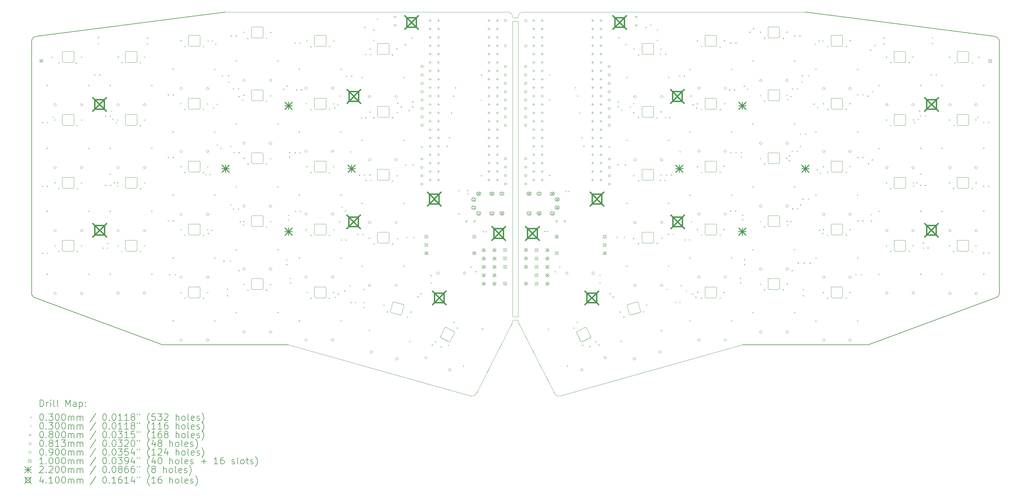
<source format=gbr>
%TF.GenerationSoftware,KiCad,Pcbnew,7.0.10*%
%TF.CreationDate,2024-03-01T16:33:55-05:00*%
%TF.ProjectId,Sofle_Pico_Panel,536f666c-655f-4506-9963-6f5f50616e65,v3.5.4*%
%TF.SameCoordinates,Original*%
%TF.FileFunction,Drillmap*%
%TF.FilePolarity,Positive*%
%FSLAX45Y45*%
G04 Gerber Fmt 4.5, Leading zero omitted, Abs format (unit mm)*
G04 Created by KiCad (PCBNEW 7.0.10) date 2024-03-01 16:33:55*
%MOMM*%
%LPD*%
G01*
G04 APERTURE LIST*
%ADD10C,0.100000*%
%ADD11C,0.150000*%
%ADD12C,0.050000*%
%ADD13C,0.200000*%
%ADD14C,0.220000*%
%ADD15C,0.410000*%
G04 APERTURE END LIST*
D10*
X10594239Y-16419555D02*
G75*
G03*
X10767478Y-16342974I39592J144675D01*
G01*
X13132521Y-16342974D02*
G75*
G03*
X13305762Y-16419556I133649J68094D01*
G01*
X12007500Y-4972500D02*
G75*
G03*
X12035000Y-4945000I10J27490D01*
G01*
D11*
X-2543619Y-5534900D02*
G75*
G03*
X-2677234Y-5685000I17498J-150097D01*
G01*
D10*
X11848576Y-14221282D02*
G75*
G03*
X11864925Y-14150513I-133837J68192D01*
G01*
D11*
X26577234Y-5685000D02*
X26577234Y-13305000D01*
D10*
X13305762Y-16419556D02*
X18807234Y-14870000D01*
X11714887Y-4795000D02*
X3187766Y-4795000D01*
X12185113Y-4794994D02*
G75*
G03*
X12035074Y-4945000I7J-150046D01*
G01*
D11*
X26577235Y-5685000D02*
G75*
G03*
X26443619Y-5534900I-151106J10D01*
G01*
X22617234Y-14870000D02*
X26486661Y-13442726D01*
D10*
X5092766Y-14870000D02*
X10594238Y-16419556D01*
D11*
X-2677234Y-13305000D02*
X-2677234Y-5685000D01*
X18807234Y-14870000D02*
X22617234Y-14870000D01*
D10*
X12007500Y-4972500D02*
X11892500Y-4972500D01*
D11*
X20712234Y-4795000D02*
X26443619Y-5534900D01*
D10*
X11892500Y-14122500D02*
G75*
G03*
X11865000Y-14150000I-10J-27490D01*
G01*
D11*
X-2586661Y-13442726D02*
X1282766Y-14870000D01*
X26486660Y-13442726D02*
G75*
G03*
X26577234Y-13305000I-59411J137716D01*
G01*
X-2677234Y-13305000D02*
G75*
G03*
X-2586661Y-13442726I149990J-6D01*
G01*
D10*
X12051423Y-14221282D02*
X13132522Y-16342974D01*
X20712234Y-4795000D02*
X12185113Y-4795000D01*
X12035073Y-14150513D02*
G75*
G03*
X12051423Y-14221282I150177J-2577D01*
G01*
D11*
X-2543619Y-5534900D02*
X3187766Y-4795000D01*
D10*
X11864998Y-4945000D02*
G75*
G03*
X11714962Y-4794962I-150049J-10D01*
G01*
X11865000Y-4945000D02*
G75*
G03*
X11892500Y-4972500I27490J-10D01*
G01*
X12035000Y-14150000D02*
G75*
G03*
X12007500Y-14122500I-27490J10D01*
G01*
X12035000Y-5085000D02*
X12035000Y-7310000D01*
X12035000Y-9547500D01*
X12035000Y-14007500D01*
X12020000Y-14022500D01*
X11880000Y-14022500D01*
X11865000Y-14007500D01*
X11865000Y-5085000D01*
X11877500Y-5072500D01*
X12022500Y-5072500D01*
X12035000Y-5085000D01*
D11*
X1282766Y-14870000D02*
X5092766Y-14870000D01*
D10*
X10767478Y-16342974D02*
X11848577Y-14221282D01*
X12007500Y-14122500D02*
X11892500Y-14122500D01*
D12*
X-1748251Y-11720513D02*
X-1748251Y-12010513D01*
X-1728251Y-11700513D02*
X-1418251Y-11700513D01*
X-1418251Y-12030513D02*
X-1728251Y-12030513D01*
X-1398251Y-12010513D02*
X-1398251Y-11720513D01*
X-1728251Y-11700513D02*
G75*
G03*
X-1748251Y-11720513I0J-20000D01*
G01*
X-1748251Y-12010513D02*
G75*
G03*
X-1728251Y-12030513I20000J0D01*
G01*
X-1398251Y-11720513D02*
G75*
G03*
X-1418251Y-11700513I-20000J0D01*
G01*
X-1418251Y-12030513D02*
G75*
G03*
X-1398251Y-12010513I0J20000D01*
G01*
X18028251Y-5805513D02*
X18028251Y-5515514D01*
X18008251Y-5825513D02*
X17698251Y-5825513D01*
X17698251Y-5495514D02*
X18008251Y-5495514D01*
X17678251Y-5515514D02*
X17678251Y-5805513D01*
X18008251Y-5825513D02*
G75*
G03*
X18028251Y-5805513I0J20000D01*
G01*
X18028251Y-5515514D02*
G75*
G03*
X18008251Y-5495514I-20000J0D01*
G01*
X17678251Y-5805513D02*
G75*
G03*
X17698251Y-5825513I20000J0D01*
G01*
X17698251Y-5495514D02*
G75*
G03*
X17678251Y-5515514I0J-20000D01*
G01*
X15733823Y-13862262D02*
X15658765Y-13582143D01*
X15719680Y-13886756D02*
X15420243Y-13966990D01*
X15334833Y-13648235D02*
X15634270Y-13568001D01*
X15320691Y-13672730D02*
X15395748Y-13952848D01*
X15719680Y-13886756D02*
G75*
G03*
X15733823Y-13862262I-5176J19318D01*
G01*
X15658765Y-13582143D02*
G75*
G03*
X15634270Y-13568001I-19318J-5176D01*
G01*
X15395749Y-13952848D02*
G75*
G03*
X15420243Y-13966990I19318J5176D01*
G01*
X15334833Y-13648235D02*
G75*
G03*
X15320691Y-13672730I5176J-19318D01*
G01*
X23743251Y-10105514D02*
X23743251Y-9815514D01*
X23723251Y-10125514D02*
X23413251Y-10125514D01*
X23413251Y-9795514D02*
X23723251Y-9795514D01*
X23393251Y-9815514D02*
X23393251Y-10105514D01*
X23723251Y-10125514D02*
G75*
G03*
X23743251Y-10105514I0J20000D01*
G01*
X23743251Y-9815514D02*
G75*
G03*
X23723251Y-9795514I-20000J0D01*
G01*
X23393251Y-10105514D02*
G75*
G03*
X23413251Y-10125514I20000J0D01*
G01*
X23413251Y-9795514D02*
G75*
G03*
X23393251Y-9815514I0J-20000D01*
G01*
X13957816Y-14780920D02*
X14216208Y-14649263D01*
X13930917Y-14772179D02*
X13790179Y-14495967D01*
X14084212Y-14346151D02*
X14224949Y-14622363D01*
X14057312Y-14337410D02*
X13798920Y-14469068D01*
X13930916Y-14772179D02*
G75*
G03*
X13957816Y-14780920I17820J9080D01*
G01*
X14216208Y-14649263D02*
G75*
G03*
X14224949Y-14622363I-9080J17820D01*
G01*
X13798920Y-14469068D02*
G75*
G03*
X13790180Y-14495967I9080J-17820D01*
G01*
X14084212Y-14346151D02*
G75*
G03*
X14057312Y-14337410I-17820J-9080D01*
G01*
X3966749Y-7170513D02*
X3966749Y-7460513D01*
X3986749Y-7150513D02*
X4296749Y-7150513D01*
X4296749Y-7480513D02*
X3986749Y-7480513D01*
X4316749Y-7460513D02*
X4316749Y-7170513D01*
X3986749Y-7150513D02*
G75*
G03*
X3966749Y-7170513I0J-20000D01*
G01*
X3966749Y-7460513D02*
G75*
G03*
X3986749Y-7480513I20000J0D01*
G01*
X4316749Y-7170513D02*
G75*
G03*
X4296749Y-7150513I-20000J0D01*
G01*
X4296749Y-7480513D02*
G75*
G03*
X4316749Y-7460513I0J20000D01*
G01*
X3966749Y-5265514D02*
X3966749Y-5555514D01*
X3986749Y-5245514D02*
X4296749Y-5245514D01*
X4296749Y-5575514D02*
X3986749Y-5575514D01*
X4316749Y-5555514D02*
X4316749Y-5265514D01*
X3986749Y-5245514D02*
G75*
G03*
X3966749Y-5265514I0J-20000D01*
G01*
X3966749Y-5555514D02*
G75*
G03*
X3986749Y-5575514I20000J0D01*
G01*
X4316749Y-5265514D02*
G75*
G03*
X4296749Y-5245514I-20000J0D01*
G01*
X4296749Y-5575514D02*
G75*
G03*
X4316749Y-5555514I0J20000D01*
G01*
X-1748251Y-6005513D02*
X-1748251Y-6295513D01*
X-1728251Y-5985513D02*
X-1418251Y-5985513D01*
X-1418251Y-6315513D02*
X-1728251Y-6315513D01*
X-1398251Y-6295513D02*
X-1398251Y-6005513D01*
X-1728251Y-5985513D02*
G75*
G03*
X-1748251Y-6005513I0J-20000D01*
G01*
X-1748251Y-6295513D02*
G75*
G03*
X-1728251Y-6315513I20000J0D01*
G01*
X-1398251Y-6005513D02*
G75*
G03*
X-1418251Y-5985513I-20000J0D01*
G01*
X-1418251Y-6315513D02*
G75*
G03*
X-1398251Y-6295513I0J20000D01*
G01*
X23743251Y-8200513D02*
X23743251Y-7910513D01*
X23723251Y-8220513D02*
X23413251Y-8220513D01*
X23413251Y-7890513D02*
X23723251Y-7890513D01*
X23393251Y-7910513D02*
X23393251Y-8200513D01*
X23723251Y-8220513D02*
G75*
G03*
X23743251Y-8200513I0J20000D01*
G01*
X23743251Y-7910513D02*
G75*
G03*
X23723251Y-7890513I-20000J0D01*
G01*
X23393251Y-8200513D02*
G75*
G03*
X23413251Y-8220513I20000J0D01*
G01*
X23413251Y-7890513D02*
G75*
G03*
X23393251Y-7910513I0J-20000D01*
G01*
X23743251Y-6295513D02*
X23743251Y-6005513D01*
X23723251Y-6315513D02*
X23413251Y-6315513D01*
X23413251Y-5985513D02*
X23723251Y-5985513D01*
X23393251Y-6005513D02*
X23393251Y-6295513D01*
X23723251Y-6315513D02*
G75*
G03*
X23743251Y-6295513I0J20000D01*
G01*
X23743251Y-6005513D02*
G75*
G03*
X23723251Y-5985513I-20000J0D01*
G01*
X23393251Y-6295513D02*
G75*
G03*
X23413251Y-6315513I20000J0D01*
G01*
X23413251Y-5985513D02*
G75*
G03*
X23393251Y-6005513I0J-20000D01*
G01*
X23743251Y-12010513D02*
X23743251Y-11720513D01*
X23723251Y-12030513D02*
X23413251Y-12030513D01*
X23413251Y-11700513D02*
X23723251Y-11700513D01*
X23393251Y-11720513D02*
X23393251Y-12010513D01*
X23723251Y-12030513D02*
G75*
G03*
X23743251Y-12010513I0J20000D01*
G01*
X23743251Y-11720513D02*
G75*
G03*
X23723251Y-11700513I-20000J0D01*
G01*
X23393251Y-12010513D02*
G75*
G03*
X23413251Y-12030513I20000J0D01*
G01*
X23413251Y-11700513D02*
G75*
G03*
X23393251Y-11720513I0J-20000D01*
G01*
X2061749Y-13135513D02*
X2061749Y-13425513D01*
X2081749Y-13115513D02*
X2391749Y-13115513D01*
X2391749Y-13445513D02*
X2081749Y-13445513D01*
X2411749Y-13425513D02*
X2411749Y-13135513D01*
X2081749Y-13115513D02*
G75*
G03*
X2061749Y-13135513I0J-20000D01*
G01*
X2061749Y-13425513D02*
G75*
G03*
X2081749Y-13445513I20000J0D01*
G01*
X2411749Y-13135513D02*
G75*
G03*
X2391749Y-13115513I-20000J0D01*
G01*
X2391749Y-13445513D02*
G75*
G03*
X2411749Y-13425513I0J20000D01*
G01*
X18028251Y-7710513D02*
X18028251Y-7420513D01*
X18008251Y-7730513D02*
X17698251Y-7730513D01*
X17698251Y-7400513D02*
X18008251Y-7400513D01*
X17678251Y-7420513D02*
X17678251Y-7710513D01*
X18008251Y-7730513D02*
G75*
G03*
X18028251Y-7710513I0J20000D01*
G01*
X18028251Y-7420513D02*
G75*
G03*
X18008251Y-7400513I-20000J0D01*
G01*
X17678251Y-7710513D02*
G75*
G03*
X17698251Y-7730513I20000J0D01*
G01*
X17698251Y-7400513D02*
G75*
G03*
X17678251Y-7420513I0J-20000D01*
G01*
X21838251Y-11520513D02*
X21838251Y-11230513D01*
X21818251Y-11540513D02*
X21508251Y-11540513D01*
X21508251Y-11210513D02*
X21818251Y-11210513D01*
X21488251Y-11230513D02*
X21488251Y-11520513D01*
X21818251Y-11540513D02*
G75*
G03*
X21838251Y-11520513I0J20000D01*
G01*
X21838251Y-11230513D02*
G75*
G03*
X21818251Y-11210513I-20000J0D01*
G01*
X21488251Y-11520513D02*
G75*
G03*
X21508251Y-11540513I20000J0D01*
G01*
X21508251Y-11210513D02*
G75*
G03*
X21488251Y-11230513I0J-20000D01*
G01*
X2061749Y-9325514D02*
X2061749Y-9615514D01*
X2081749Y-9305514D02*
X2391749Y-9305514D01*
X2391749Y-9635514D02*
X2081749Y-9635514D01*
X2411749Y-9615514D02*
X2411749Y-9325514D01*
X2081749Y-9305514D02*
G75*
G03*
X2061749Y-9325514I0J-20000D01*
G01*
X2061749Y-9615514D02*
G75*
G03*
X2081749Y-9635514I20000J0D01*
G01*
X2411749Y-9325514D02*
G75*
G03*
X2391749Y-9305514I-20000J0D01*
G01*
X2391749Y-9635514D02*
G75*
G03*
X2411749Y-9615514I0J20000D01*
G01*
X19933251Y-11270513D02*
X19933251Y-10980514D01*
X19913251Y-11290513D02*
X19603251Y-11290513D01*
X19603251Y-10960514D02*
X19913251Y-10960514D01*
X19583251Y-10980514D02*
X19583251Y-11270513D01*
X19913251Y-11290513D02*
G75*
G03*
X19933251Y-11270513I0J20000D01*
G01*
X19933251Y-10980514D02*
G75*
G03*
X19913251Y-10960514I-20000J0D01*
G01*
X19583251Y-11270513D02*
G75*
G03*
X19603251Y-11290513I20000J0D01*
G01*
X19603251Y-10960514D02*
G75*
G03*
X19583251Y-10980514I0J-20000D01*
G01*
X-1748251Y-9815514D02*
X-1748251Y-10105514D01*
X-1728251Y-9795514D02*
X-1418251Y-9795514D01*
X-1418251Y-10125514D02*
X-1728251Y-10125514D01*
X-1398251Y-10105514D02*
X-1398251Y-9815514D01*
X-1728251Y-9795514D02*
G75*
G03*
X-1748251Y-9815514I0J-20000D01*
G01*
X-1748251Y-10105514D02*
G75*
G03*
X-1728251Y-10125514I20000J0D01*
G01*
X-1398251Y-9815514D02*
G75*
G03*
X-1418251Y-9795514I-20000J0D01*
G01*
X-1418251Y-10125514D02*
G75*
G03*
X-1398251Y-10105514I0J20000D01*
G01*
X2061749Y-7420513D02*
X2061749Y-7710513D01*
X2081749Y-7400513D02*
X2391749Y-7400513D01*
X2391749Y-7730513D02*
X2081749Y-7730513D01*
X2411749Y-7710513D02*
X2411749Y-7420513D01*
X2081749Y-7400513D02*
G75*
G03*
X2061749Y-7420513I0J-20000D01*
G01*
X2061749Y-7710513D02*
G75*
G03*
X2081749Y-7730513I20000J0D01*
G01*
X2411749Y-7420513D02*
G75*
G03*
X2391749Y-7400513I-20000J0D01*
G01*
X2391749Y-7730513D02*
G75*
G03*
X2411749Y-7710513I0J20000D01*
G01*
X25648251Y-10105514D02*
X25648251Y-9815514D01*
X25628251Y-10125514D02*
X25318251Y-10125514D01*
X25318251Y-9795514D02*
X25628251Y-9795514D01*
X25298251Y-9815514D02*
X25298251Y-10105514D01*
X25628251Y-10125514D02*
G75*
G03*
X25648251Y-10105514I0J20000D01*
G01*
X25648251Y-9815514D02*
G75*
G03*
X25628251Y-9795514I-20000J0D01*
G01*
X25298251Y-10105514D02*
G75*
G03*
X25318251Y-10125514I20000J0D01*
G01*
X25318251Y-9795514D02*
G75*
G03*
X25298251Y-9815514I0J-20000D01*
G01*
X2061749Y-11230513D02*
X2061749Y-11520513D01*
X2081749Y-11210513D02*
X2391749Y-11210513D01*
X2391749Y-11540513D02*
X2081749Y-11540513D01*
X2411749Y-11520513D02*
X2411749Y-11230513D01*
X2081749Y-11210513D02*
G75*
G03*
X2061749Y-11230513I0J-20000D01*
G01*
X2061749Y-11520513D02*
G75*
G03*
X2081749Y-11540513I20000J0D01*
G01*
X2411749Y-11230513D02*
G75*
G03*
X2391749Y-11210513I-20000J0D01*
G01*
X2391749Y-11540513D02*
G75*
G03*
X2411749Y-11520513I0J20000D01*
G01*
X5871749Y-13135513D02*
X5871749Y-13425513D01*
X5891749Y-13115513D02*
X6201749Y-13115513D01*
X6201749Y-13445513D02*
X5891749Y-13445513D01*
X6221749Y-13425513D02*
X6221749Y-13135513D01*
X5891749Y-13115513D02*
G75*
G03*
X5871749Y-13135513I0J-20000D01*
G01*
X5871749Y-13425513D02*
G75*
G03*
X5891749Y-13445513I20000J0D01*
G01*
X6221749Y-13135513D02*
G75*
G03*
X6201749Y-13115513I-20000J0D01*
G01*
X6201749Y-13445513D02*
G75*
G03*
X6221749Y-13425513I0J20000D01*
G01*
X16123251Y-9865514D02*
X16123251Y-9575514D01*
X16103251Y-9885514D02*
X15793251Y-9885514D01*
X15793251Y-9555514D02*
X16103251Y-9555514D01*
X15773251Y-9575514D02*
X15773251Y-9865514D01*
X16103251Y-9885514D02*
G75*
G03*
X16123251Y-9865514I0J20000D01*
G01*
X16123251Y-9575514D02*
G75*
G03*
X16103251Y-9555514I-20000J0D01*
G01*
X15773251Y-9865514D02*
G75*
G03*
X15793251Y-9885514I20000J0D01*
G01*
X15793251Y-9555514D02*
G75*
G03*
X15773251Y-9575514I0J-20000D01*
G01*
X7776749Y-9575513D02*
X7776749Y-9865513D01*
X7796749Y-9555513D02*
X8106749Y-9555513D01*
X8106749Y-9885513D02*
X7796749Y-9885513D01*
X8126749Y-9865513D02*
X8126749Y-9575513D01*
X7796749Y-9555513D02*
G75*
G03*
X7776749Y-9575513I0J-20000D01*
G01*
X7776749Y-9865513D02*
G75*
G03*
X7796749Y-9885513I20000J0D01*
G01*
X8126749Y-9575513D02*
G75*
G03*
X8106749Y-9555513I-20000J0D01*
G01*
X8106749Y-9885513D02*
G75*
G03*
X8126749Y-9865513I0J20000D01*
G01*
X156749Y-9815514D02*
X156749Y-10105514D01*
X176749Y-9795514D02*
X486749Y-9795514D01*
X486749Y-10125514D02*
X176749Y-10125514D01*
X506749Y-10105514D02*
X506749Y-9815514D01*
X176749Y-9795514D02*
G75*
G03*
X156749Y-9815514I0J-20000D01*
G01*
X156749Y-10105514D02*
G75*
G03*
X176749Y-10125514I20000J0D01*
G01*
X506749Y-9815514D02*
G75*
G03*
X486749Y-9795514I-20000J0D01*
G01*
X486749Y-10125514D02*
G75*
G03*
X506749Y-10105514I0J20000D01*
G01*
X21838251Y-7710513D02*
X21838251Y-7420513D01*
X21818251Y-7730513D02*
X21508251Y-7730513D01*
X21508251Y-7400513D02*
X21818251Y-7400513D01*
X21488251Y-7420513D02*
X21488251Y-7710513D01*
X21818251Y-7730513D02*
G75*
G03*
X21838251Y-7710513I0J20000D01*
G01*
X21838251Y-7420513D02*
G75*
G03*
X21818251Y-7400513I-20000J0D01*
G01*
X21488251Y-7710513D02*
G75*
G03*
X21508251Y-7730513I20000J0D01*
G01*
X21508251Y-7400513D02*
G75*
G03*
X21488251Y-7420513I0J-20000D01*
G01*
X156749Y-11720513D02*
X156749Y-12010513D01*
X176749Y-11700513D02*
X486749Y-11700513D01*
X486749Y-12030513D02*
X176749Y-12030513D01*
X506749Y-12010513D02*
X506749Y-11720513D01*
X176749Y-11700513D02*
G75*
G03*
X156749Y-11720513I0J-20000D01*
G01*
X156749Y-12010513D02*
G75*
G03*
X176749Y-12030513I20000J0D01*
G01*
X506749Y-11720513D02*
G75*
G03*
X486749Y-11700513I-20000J0D01*
G01*
X486749Y-12030513D02*
G75*
G03*
X506749Y-12010513I0J20000D01*
G01*
X18028251Y-11520513D02*
X18028251Y-11230513D01*
X18008251Y-11540513D02*
X17698251Y-11540513D01*
X17698251Y-11210513D02*
X18008251Y-11210513D01*
X17678251Y-11230513D02*
X17678251Y-11520513D01*
X18008251Y-11540513D02*
G75*
G03*
X18028251Y-11520513I0J20000D01*
G01*
X18028251Y-11230513D02*
G75*
G03*
X18008251Y-11210513I-20000J0D01*
G01*
X17678251Y-11520513D02*
G75*
G03*
X17698251Y-11540513I20000J0D01*
G01*
X17698251Y-11210513D02*
G75*
G03*
X17678251Y-11230513I0J-20000D01*
G01*
X25648251Y-6295513D02*
X25648251Y-6005513D01*
X25628251Y-6315513D02*
X25318251Y-6315513D01*
X25318251Y-5985513D02*
X25628251Y-5985513D01*
X25298251Y-6005513D02*
X25298251Y-6295513D01*
X25628251Y-6315513D02*
G75*
G03*
X25648251Y-6295513I0J20000D01*
G01*
X25648251Y-6005513D02*
G75*
G03*
X25628251Y-5985513I-20000J0D01*
G01*
X25298251Y-6295513D02*
G75*
G03*
X25318251Y-6315513I20000J0D01*
G01*
X25318251Y-5985513D02*
G75*
G03*
X25298251Y-6005513I0J-20000D01*
G01*
X8241235Y-13582143D02*
X8166177Y-13862262D01*
X8265730Y-13568001D02*
X8565167Y-13648235D01*
X8479757Y-13966990D02*
X8180320Y-13886756D01*
X8504252Y-13952848D02*
X8579309Y-13672730D01*
X8265730Y-13568001D02*
G75*
G03*
X8241235Y-13582143I-5177J-19318D01*
G01*
X8166177Y-13862262D02*
G75*
G03*
X8180320Y-13886756I19318J-5177D01*
G01*
X8579309Y-13672730D02*
G75*
G03*
X8565167Y-13648235I-19318J5176D01*
G01*
X8479757Y-13966990D02*
G75*
G03*
X8504251Y-13952848I5176J19319D01*
G01*
X3966749Y-9075514D02*
X3966749Y-9365514D01*
X3986749Y-9055514D02*
X4296749Y-9055514D01*
X4296749Y-9385514D02*
X3986749Y-9385514D01*
X4316749Y-9365514D02*
X4316749Y-9075514D01*
X3986749Y-9055514D02*
G75*
G03*
X3966749Y-9075514I0J-20000D01*
G01*
X3966749Y-9365514D02*
G75*
G03*
X3986749Y-9385514I20000J0D01*
G01*
X4316749Y-9075514D02*
G75*
G03*
X4296749Y-9055514I-20000J0D01*
G01*
X4296749Y-9385514D02*
G75*
G03*
X4316749Y-9365514I0J20000D01*
G01*
X9683792Y-14649263D02*
X9942184Y-14780920D01*
X9675051Y-14622363D02*
X9815788Y-14346151D01*
X10109821Y-14495967D02*
X9969083Y-14772179D01*
X10101080Y-14469068D02*
X9842688Y-14337410D01*
X9675051Y-14622363D02*
G75*
G03*
X9683792Y-14649262I17820J-9080D01*
G01*
X9942184Y-14780920D02*
G75*
G03*
X9969083Y-14772179I9080J17820D01*
G01*
X9842688Y-14337410D02*
G75*
G03*
X9815789Y-14346151I-9080J-17820D01*
G01*
X10109820Y-14495967D02*
G75*
G03*
X10101080Y-14469068I-17820J9080D01*
G01*
X16123251Y-6055513D02*
X16123251Y-5765513D01*
X16103251Y-6075513D02*
X15793251Y-6075513D01*
X15793251Y-5745513D02*
X16103251Y-5745513D01*
X15773251Y-5765513D02*
X15773251Y-6055513D01*
X16103251Y-6075513D02*
G75*
G03*
X16123251Y-6055513I0J20000D01*
G01*
X16123251Y-5765513D02*
G75*
G03*
X16103251Y-5745513I-20000J0D01*
G01*
X15773251Y-6055513D02*
G75*
G03*
X15793251Y-6075513I20000J0D01*
G01*
X15793251Y-5745513D02*
G75*
G03*
X15773251Y-5765513I0J-20000D01*
G01*
X5871749Y-7420513D02*
X5871749Y-7710513D01*
X5891749Y-7400513D02*
X6201749Y-7400513D01*
X6201749Y-7730513D02*
X5891749Y-7730513D01*
X6221749Y-7710513D02*
X6221749Y-7420513D01*
X5891749Y-7400513D02*
G75*
G03*
X5871749Y-7420513I0J-20000D01*
G01*
X5871749Y-7710513D02*
G75*
G03*
X5891749Y-7730513I20000J0D01*
G01*
X6221749Y-7420513D02*
G75*
G03*
X6201749Y-7400513I-20000J0D01*
G01*
X6201749Y-7730513D02*
G75*
G03*
X6221749Y-7710513I0J20000D01*
G01*
X19933251Y-5555514D02*
X19933251Y-5265514D01*
X19913251Y-5575514D02*
X19603251Y-5575514D01*
X19603251Y-5245514D02*
X19913251Y-5245514D01*
X19583251Y-5265514D02*
X19583251Y-5555514D01*
X19913251Y-5575514D02*
G75*
G03*
X19933251Y-5555514I0J20000D01*
G01*
X19933251Y-5265514D02*
G75*
G03*
X19913251Y-5245514I-20000J0D01*
G01*
X19583251Y-5555514D02*
G75*
G03*
X19603251Y-5575514I20000J0D01*
G01*
X19603251Y-5245514D02*
G75*
G03*
X19583251Y-5265514I0J-20000D01*
G01*
X7776749Y-5765513D02*
X7776749Y-6055513D01*
X7796749Y-5745513D02*
X8106749Y-5745513D01*
X8106749Y-6075513D02*
X7796749Y-6075513D01*
X8126749Y-6055513D02*
X8126749Y-5765513D01*
X7796749Y-5745513D02*
G75*
G03*
X7776749Y-5765513I0J-20000D01*
G01*
X7776749Y-6055513D02*
G75*
G03*
X7796749Y-6075513I20000J0D01*
G01*
X8126749Y-5765513D02*
G75*
G03*
X8106749Y-5745513I-20000J0D01*
G01*
X8106749Y-6075513D02*
G75*
G03*
X8126749Y-6055513I0J20000D01*
G01*
X19933251Y-13175513D02*
X19933251Y-12885513D01*
X19913251Y-13195513D02*
X19603251Y-13195513D01*
X19603251Y-12865513D02*
X19913251Y-12865513D01*
X19583251Y-12885513D02*
X19583251Y-13175513D01*
X19913251Y-13195513D02*
G75*
G03*
X19933251Y-13175513I0J20000D01*
G01*
X19933251Y-12885513D02*
G75*
G03*
X19913251Y-12865513I-20000J0D01*
G01*
X19583251Y-13175513D02*
G75*
G03*
X19603251Y-13195513I20000J0D01*
G01*
X19603251Y-12865513D02*
G75*
G03*
X19583251Y-12885513I0J-20000D01*
G01*
X19933251Y-7460513D02*
X19933251Y-7170513D01*
X19913251Y-7480513D02*
X19603251Y-7480513D01*
X19603251Y-7150513D02*
X19913251Y-7150513D01*
X19583251Y-7170513D02*
X19583251Y-7460513D01*
X19913251Y-7480513D02*
G75*
G03*
X19933251Y-7460513I0J20000D01*
G01*
X19933251Y-7170513D02*
G75*
G03*
X19913251Y-7150513I-20000J0D01*
G01*
X19583251Y-7460513D02*
G75*
G03*
X19603251Y-7480513I20000J0D01*
G01*
X19603251Y-7150513D02*
G75*
G03*
X19583251Y-7170513I0J-20000D01*
G01*
X5871749Y-11230514D02*
X5871749Y-11520514D01*
X5891749Y-11210514D02*
X6201749Y-11210514D01*
X6201749Y-11540514D02*
X5891749Y-11540514D01*
X6221749Y-11520514D02*
X6221749Y-11230514D01*
X5891749Y-11210514D02*
G75*
G03*
X5871749Y-11230514I0J-20000D01*
G01*
X5871749Y-11520514D02*
G75*
G03*
X5891749Y-11540514I20000J0D01*
G01*
X6221749Y-11230514D02*
G75*
G03*
X6201749Y-11210514I-20000J0D01*
G01*
X6201749Y-11540514D02*
G75*
G03*
X6221749Y-11520514I0J20000D01*
G01*
X2061749Y-5515514D02*
X2061749Y-5805513D01*
X2081749Y-5495514D02*
X2391750Y-5495514D01*
X2391750Y-5825513D02*
X2081749Y-5825513D01*
X2411750Y-5805513D02*
X2411750Y-5515514D01*
X2081749Y-5495514D02*
G75*
G03*
X2061749Y-5515514I0J-20000D01*
G01*
X2061749Y-5805513D02*
G75*
G03*
X2081749Y-5825513I20000J0D01*
G01*
X2411750Y-5515514D02*
G75*
G03*
X2391750Y-5495514I-20000J0D01*
G01*
X2391750Y-5825513D02*
G75*
G03*
X2411750Y-5805513I0J20000D01*
G01*
X18028251Y-13425513D02*
X18028251Y-13135513D01*
X18008251Y-13445513D02*
X17698251Y-13445513D01*
X17698251Y-13115513D02*
X18008251Y-13115513D01*
X17678251Y-13135513D02*
X17678251Y-13425513D01*
X18008251Y-13445513D02*
G75*
G03*
X18028251Y-13425513I0J20000D01*
G01*
X18028251Y-13135513D02*
G75*
G03*
X18008251Y-13115513I-20000J0D01*
G01*
X17678251Y-13425513D02*
G75*
G03*
X17698251Y-13445513I20000J0D01*
G01*
X17698251Y-13115513D02*
G75*
G03*
X17678251Y-13135513I0J-20000D01*
G01*
X3966749Y-12885513D02*
X3966749Y-13175513D01*
X3986749Y-12865513D02*
X4296749Y-12865513D01*
X4296749Y-13195513D02*
X3986749Y-13195513D01*
X4316749Y-13175513D02*
X4316749Y-12885513D01*
X3986749Y-12865513D02*
G75*
G03*
X3966749Y-12885513I0J-20000D01*
G01*
X3966749Y-13175513D02*
G75*
G03*
X3986749Y-13195513I20000J0D01*
G01*
X4316749Y-12885513D02*
G75*
G03*
X4296749Y-12865513I-20000J0D01*
G01*
X4296749Y-13195513D02*
G75*
G03*
X4316749Y-13175513I0J20000D01*
G01*
X16123251Y-7960513D02*
X16123251Y-7670513D01*
X16103251Y-7980513D02*
X15793251Y-7980513D01*
X15793251Y-7650513D02*
X16103251Y-7650513D01*
X15773251Y-7670513D02*
X15773251Y-7960513D01*
X16103251Y-7980513D02*
G75*
G03*
X16123251Y-7960513I0J20000D01*
G01*
X16123251Y-7670513D02*
G75*
G03*
X16103251Y-7650513I-20000J0D01*
G01*
X15773251Y-7960513D02*
G75*
G03*
X15793251Y-7980513I20000J0D01*
G01*
X15793251Y-7650513D02*
G75*
G03*
X15773251Y-7670513I0J-20000D01*
G01*
X21838251Y-5805513D02*
X21838251Y-5515514D01*
X21818251Y-5825513D02*
X21508251Y-5825513D01*
X21508251Y-5495514D02*
X21818251Y-5495514D01*
X21488251Y-5515514D02*
X21488251Y-5805513D01*
X21818251Y-5825513D02*
G75*
G03*
X21838251Y-5805513I0J20000D01*
G01*
X21838251Y-5515514D02*
G75*
G03*
X21818251Y-5495514I-20000J0D01*
G01*
X21488251Y-5805513D02*
G75*
G03*
X21508251Y-5825513I20000J0D01*
G01*
X21508251Y-5495514D02*
G75*
G03*
X21488251Y-5515514I0J-20000D01*
G01*
X16123251Y-11770513D02*
X16123251Y-11480513D01*
X16103251Y-11790513D02*
X15793251Y-11790513D01*
X15793251Y-11460513D02*
X16103251Y-11460513D01*
X15773251Y-11480513D02*
X15773251Y-11770513D01*
X16103251Y-11790513D02*
G75*
G03*
X16123251Y-11770513I0J20000D01*
G01*
X16123251Y-11480513D02*
G75*
G03*
X16103251Y-11460513I-20000J0D01*
G01*
X15773251Y-11770513D02*
G75*
G03*
X15793251Y-11790513I20000J0D01*
G01*
X15793251Y-11460513D02*
G75*
G03*
X15773251Y-11480513I0J-20000D01*
G01*
X7776749Y-11480513D02*
X7776749Y-11770513D01*
X7796749Y-11460513D02*
X8106749Y-11460513D01*
X8106749Y-11790513D02*
X7796749Y-11790513D01*
X8126749Y-11770513D02*
X8126749Y-11480513D01*
X7796749Y-11460513D02*
G75*
G03*
X7776749Y-11480513I0J-20000D01*
G01*
X7776749Y-11770513D02*
G75*
G03*
X7796749Y-11790513I20000J0D01*
G01*
X8126749Y-11480513D02*
G75*
G03*
X8106749Y-11460513I-20000J0D01*
G01*
X8106749Y-11790513D02*
G75*
G03*
X8126749Y-11770513I0J20000D01*
G01*
X21838251Y-9615514D02*
X21838251Y-9325514D01*
X21818251Y-9635514D02*
X21508251Y-9635514D01*
X21508251Y-9305514D02*
X21818251Y-9305514D01*
X21488251Y-9325514D02*
X21488251Y-9615514D01*
X21818251Y-9635514D02*
G75*
G03*
X21838251Y-9615514I0J20000D01*
G01*
X21838251Y-9325514D02*
G75*
G03*
X21818251Y-9305514I-20000J0D01*
G01*
X21488251Y-9615514D02*
G75*
G03*
X21508251Y-9635514I20000J0D01*
G01*
X21508251Y-9305514D02*
G75*
G03*
X21488251Y-9325514I0J-20000D01*
G01*
X18028251Y-9615514D02*
X18028251Y-9325514D01*
X18008251Y-9635514D02*
X17698251Y-9635514D01*
X17698251Y-9305514D02*
X18008251Y-9305514D01*
X17678251Y-9325514D02*
X17678251Y-9615514D01*
X18008251Y-9635514D02*
G75*
G03*
X18028251Y-9615514I0J20000D01*
G01*
X18028251Y-9325514D02*
G75*
G03*
X18008251Y-9305514I-20000J0D01*
G01*
X17678251Y-9615514D02*
G75*
G03*
X17698251Y-9635514I20000J0D01*
G01*
X17698251Y-9305514D02*
G75*
G03*
X17678251Y-9325514I0J-20000D01*
G01*
X-1748251Y-7910513D02*
X-1748251Y-8200513D01*
X-1728251Y-7890513D02*
X-1418251Y-7890513D01*
X-1418251Y-8220513D02*
X-1728251Y-8220513D01*
X-1398251Y-8200513D02*
X-1398251Y-7910513D01*
X-1728251Y-7890513D02*
G75*
G03*
X-1748251Y-7910513I0J-20000D01*
G01*
X-1748251Y-8200513D02*
G75*
G03*
X-1728251Y-8220513I20000J0D01*
G01*
X-1398251Y-7910513D02*
G75*
G03*
X-1418251Y-7890513I-20000J0D01*
G01*
X-1418251Y-8220513D02*
G75*
G03*
X-1398251Y-8200513I0J20000D01*
G01*
X19933251Y-9365514D02*
X19933251Y-9075514D01*
X19913251Y-9385514D02*
X19603251Y-9385514D01*
X19603251Y-9055514D02*
X19913251Y-9055514D01*
X19583251Y-9075514D02*
X19583251Y-9365514D01*
X19913251Y-9385514D02*
G75*
G03*
X19933251Y-9365514I0J20000D01*
G01*
X19933251Y-9075514D02*
G75*
G03*
X19913251Y-9055514I-20000J0D01*
G01*
X19583251Y-9365514D02*
G75*
G03*
X19603251Y-9385514I20000J0D01*
G01*
X19603251Y-9055514D02*
G75*
G03*
X19583251Y-9075514I0J-20000D01*
G01*
X5871749Y-9325513D02*
X5871749Y-9615513D01*
X5891749Y-9305513D02*
X6201749Y-9305513D01*
X6201749Y-9635513D02*
X5891749Y-9635513D01*
X6221749Y-9615513D02*
X6221749Y-9325513D01*
X5891749Y-9305513D02*
G75*
G03*
X5871749Y-9325513I0J-20000D01*
G01*
X5871749Y-9615513D02*
G75*
G03*
X5891749Y-9635513I20000J0D01*
G01*
X6221749Y-9325513D02*
G75*
G03*
X6201749Y-9305513I-20000J0D01*
G01*
X6201749Y-9635513D02*
G75*
G03*
X6221749Y-9615513I0J20000D01*
G01*
X25648251Y-8200513D02*
X25648251Y-7910513D01*
X25628251Y-8220513D02*
X25318251Y-8220513D01*
X25318251Y-7890513D02*
X25628251Y-7890513D01*
X25298251Y-7910513D02*
X25298251Y-8200513D01*
X25628251Y-8220513D02*
G75*
G03*
X25648251Y-8200513I0J20000D01*
G01*
X25648251Y-7910513D02*
G75*
G03*
X25628251Y-7890513I-20000J0D01*
G01*
X25298251Y-8200513D02*
G75*
G03*
X25318251Y-8220513I20000J0D01*
G01*
X25318251Y-7890513D02*
G75*
G03*
X25298251Y-7910513I0J-20000D01*
G01*
X3966749Y-10980514D02*
X3966749Y-11270513D01*
X3986749Y-10960514D02*
X4296749Y-10960514D01*
X4296749Y-11290513D02*
X3986749Y-11290513D01*
X4316749Y-11270513D02*
X4316749Y-10980514D01*
X3986749Y-10960514D02*
G75*
G03*
X3966749Y-10980514I0J-20000D01*
G01*
X3966749Y-11270513D02*
G75*
G03*
X3986749Y-11290513I20000J0D01*
G01*
X4316749Y-10980514D02*
G75*
G03*
X4296749Y-10960514I-20000J0D01*
G01*
X4296749Y-11290513D02*
G75*
G03*
X4316749Y-11270513I0J20000D01*
G01*
X5871749Y-5515514D02*
X5871749Y-5805513D01*
X5891749Y-5495514D02*
X6201749Y-5495514D01*
X6201749Y-5825513D02*
X5891749Y-5825513D01*
X6221749Y-5805513D02*
X6221749Y-5515514D01*
X5891749Y-5495514D02*
G75*
G03*
X5871749Y-5515514I0J-20000D01*
G01*
X5871749Y-5805513D02*
G75*
G03*
X5891749Y-5825513I20000J0D01*
G01*
X6221749Y-5515514D02*
G75*
G03*
X6201749Y-5495514I-20000J0D01*
G01*
X6201749Y-5825513D02*
G75*
G03*
X6221749Y-5805513I0J20000D01*
G01*
X156749Y-7910513D02*
X156749Y-8200513D01*
X176749Y-7890513D02*
X486749Y-7890513D01*
X486749Y-8220513D02*
X176749Y-8220513D01*
X506749Y-8200513D02*
X506749Y-7910513D01*
X176749Y-7890513D02*
G75*
G03*
X156749Y-7910513I0J-20000D01*
G01*
X156749Y-8200513D02*
G75*
G03*
X176749Y-8220513I20000J0D01*
G01*
X506749Y-7910513D02*
G75*
G03*
X486749Y-7890513I-20000J0D01*
G01*
X486749Y-8220513D02*
G75*
G03*
X506749Y-8200513I0J20000D01*
G01*
X25648251Y-12010513D02*
X25648251Y-11720513D01*
X25628251Y-12030513D02*
X25318251Y-12030513D01*
X25318251Y-11700513D02*
X25628251Y-11700513D01*
X25298251Y-11720513D02*
X25298251Y-12010513D01*
X25628251Y-12030513D02*
G75*
G03*
X25648251Y-12010513I0J20000D01*
G01*
X25648251Y-11720513D02*
G75*
G03*
X25628251Y-11700513I-20000J0D01*
G01*
X25298251Y-12010513D02*
G75*
G03*
X25318251Y-12030513I20000J0D01*
G01*
X25318251Y-11700513D02*
G75*
G03*
X25298251Y-11720513I0J-20000D01*
G01*
X21838251Y-13425513D02*
X21838251Y-13135513D01*
X21818251Y-13445513D02*
X21508251Y-13445513D01*
X21508251Y-13115513D02*
X21818251Y-13115513D01*
X21488251Y-13135513D02*
X21488251Y-13425513D01*
X21818251Y-13445513D02*
G75*
G03*
X21838251Y-13425513I0J20000D01*
G01*
X21838251Y-13135513D02*
G75*
G03*
X21818251Y-13115513I-20000J0D01*
G01*
X21488251Y-13425513D02*
G75*
G03*
X21508251Y-13445513I20000J0D01*
G01*
X21508251Y-13115513D02*
G75*
G03*
X21488251Y-13135513I0J-20000D01*
G01*
X156749Y-6005513D02*
X156749Y-6295513D01*
X176749Y-5985513D02*
X486749Y-5985513D01*
X486749Y-6315513D02*
X176749Y-6315513D01*
X506749Y-6295513D02*
X506749Y-6005513D01*
X176749Y-5985513D02*
G75*
G03*
X156749Y-6005513I0J-20000D01*
G01*
X156749Y-6295513D02*
G75*
G03*
X176749Y-6315513I20000J0D01*
G01*
X506749Y-6005513D02*
G75*
G03*
X486749Y-5985513I-20000J0D01*
G01*
X486749Y-6315513D02*
G75*
G03*
X506749Y-6295513I0J20000D01*
G01*
X7776749Y-7670513D02*
X7776749Y-7960513D01*
X7796749Y-7650513D02*
X8106749Y-7650513D01*
X8106749Y-7980513D02*
X7796749Y-7980513D01*
X8126749Y-7960513D02*
X8126749Y-7670513D01*
X7796749Y-7650513D02*
G75*
G03*
X7776749Y-7670513I0J-20000D01*
G01*
X7776749Y-7960513D02*
G75*
G03*
X7796749Y-7980513I20000J0D01*
G01*
X8126749Y-7670513D02*
G75*
G03*
X8106749Y-7650513I-20000J0D01*
G01*
X8106749Y-7980513D02*
G75*
G03*
X8126749Y-7960513I0J20000D01*
G01*
D13*
D10*
X-2364750Y-8125000D02*
X-2334750Y-8155000D01*
X-2334750Y-8125000D02*
X-2364750Y-8155000D01*
X-2364750Y-10060000D02*
X-2334750Y-10090000D01*
X-2334750Y-10060000D02*
X-2364750Y-10090000D01*
X-2364750Y-12080000D02*
X-2334750Y-12110000D01*
X-2334750Y-12080000D02*
X-2364750Y-12110000D01*
X-2214750Y-8125000D02*
X-2184750Y-8155000D01*
X-2184750Y-8125000D02*
X-2214750Y-8155000D01*
X-2214750Y-10060000D02*
X-2184750Y-10090000D01*
X-2184750Y-10060000D02*
X-2214750Y-10090000D01*
X-2214750Y-12080000D02*
X-2184750Y-12110000D01*
X-2184750Y-12080000D02*
X-2214750Y-12110000D01*
X-2073632Y-6151118D02*
X-2043632Y-6181118D01*
X-2043632Y-6151118D02*
X-2073632Y-6181118D01*
X-2039750Y-7965000D02*
X-2009750Y-7995000D01*
X-2009750Y-7965000D02*
X-2039750Y-7995000D01*
X-1985750Y-9948000D02*
X-1955750Y-9978000D01*
X-1955750Y-9948000D02*
X-1985750Y-9978000D01*
X-1981750Y-8043000D02*
X-1951750Y-8073000D01*
X-1951750Y-8043000D02*
X-1981750Y-8073000D01*
X-1981750Y-11853000D02*
X-1951750Y-11883000D01*
X-1951750Y-11853000D02*
X-1981750Y-11883000D01*
X-1869750Y-6315000D02*
X-1839750Y-6345000D01*
X-1839750Y-6315000D02*
X-1869750Y-6345000D01*
X-1869750Y-10125000D02*
X-1839750Y-10155000D01*
X-1839750Y-10125000D02*
X-1869750Y-10155000D01*
X-1869750Y-12030000D02*
X-1839750Y-12060000D01*
X-1839750Y-12030000D02*
X-1869750Y-12060000D01*
X-1344750Y-6325000D02*
X-1314750Y-6355000D01*
X-1314750Y-6325000D02*
X-1344750Y-6355000D01*
X-1314750Y-8215000D02*
X-1284750Y-8245000D01*
X-1284750Y-8215000D02*
X-1314750Y-8245000D01*
X-1309750Y-10125000D02*
X-1279750Y-10155000D01*
X-1279750Y-10125000D02*
X-1309750Y-10155000D01*
X-1309750Y-12030000D02*
X-1279750Y-12060000D01*
X-1279750Y-12030000D02*
X-1309750Y-12060000D01*
X-1182250Y-6145000D02*
X-1152250Y-6175000D01*
X-1152250Y-6145000D02*
X-1182250Y-6175000D01*
X-1182250Y-8050000D02*
X-1152250Y-8080000D01*
X-1152250Y-8050000D02*
X-1182250Y-8080000D01*
X-1182250Y-11860000D02*
X-1152250Y-11890000D01*
X-1152250Y-11860000D02*
X-1182250Y-11890000D01*
X-1182250Y-9955000D02*
X-1152250Y-9985000D01*
X-1152250Y-9955000D02*
X-1182250Y-9985000D01*
X-785000Y-6677486D02*
X-755000Y-6707486D01*
X-755000Y-6677486D02*
X-785000Y-6707486D01*
X-670000Y-5552486D02*
X-640000Y-5582486D01*
X-640000Y-5552486D02*
X-670000Y-5582486D01*
X-670000Y-5732486D02*
X-640000Y-5762486D01*
X-640000Y-5732486D02*
X-670000Y-5762486D01*
X-636508Y-6677486D02*
X-606508Y-6707486D01*
X-606508Y-6677486D02*
X-636508Y-6707486D01*
X-532500Y-11924986D02*
X-502500Y-11954986D01*
X-502500Y-11924986D02*
X-532500Y-11954986D01*
X-459750Y-7930000D02*
X-429750Y-7960000D01*
X-429750Y-7930000D02*
X-459750Y-7960000D01*
X-455763Y-10027486D02*
X-425763Y-10057486D01*
X-425763Y-10027486D02*
X-455763Y-10057486D01*
X-402500Y-11925000D02*
X-372500Y-11955000D01*
X-372500Y-11925000D02*
X-402500Y-11955000D01*
X-389750Y-11780000D02*
X-359750Y-11810000D01*
X-359750Y-11780000D02*
X-389750Y-11810000D01*
X-314750Y-9687000D02*
X-284750Y-9717000D01*
X-284750Y-9687000D02*
X-314750Y-9717000D01*
X-309750Y-7930000D02*
X-279750Y-7960000D01*
X-279750Y-7930000D02*
X-309750Y-7960000D01*
X-304237Y-10027486D02*
X-274237Y-10057486D01*
X-274237Y-10027486D02*
X-304237Y-10057486D01*
X-279250Y-7777888D02*
X-249250Y-7807888D01*
X-249250Y-7777888D02*
X-279250Y-7807888D01*
X-234750Y-8025000D02*
X-204750Y-8055000D01*
X-204750Y-8025000D02*
X-234750Y-8055000D01*
X-197250Y-9952500D02*
X-167250Y-9982500D01*
X-167250Y-9952500D02*
X-197250Y-9982500D01*
X-129750Y-8130000D02*
X-99750Y-8160000D01*
X-99750Y-8130000D02*
X-129750Y-8160000D01*
X-99750Y-10047500D02*
X-69750Y-10077500D01*
X-69750Y-10047500D02*
X-99750Y-10077500D01*
X-95250Y-9947000D02*
X-65250Y-9977000D01*
X-65250Y-9947000D02*
X-95250Y-9977000D01*
X-92750Y-8047000D02*
X-62750Y-8077000D01*
X-62750Y-8047000D02*
X-92750Y-8077000D01*
X-77750Y-11853000D02*
X-47750Y-11883000D01*
X-47750Y-11853000D02*
X-77750Y-11883000D01*
X-75750Y-6138000D02*
X-45750Y-6168000D01*
X-45750Y-6138000D02*
X-75750Y-6168000D01*
X35250Y-6310000D02*
X65250Y-6340000D01*
X65250Y-6310000D02*
X35250Y-6340000D01*
X35250Y-12030000D02*
X65250Y-12060000D01*
X65250Y-12030000D02*
X35250Y-12060000D01*
X595000Y-6312486D02*
X625000Y-6342486D01*
X625000Y-6312486D02*
X595000Y-6342486D01*
X595250Y-12030000D02*
X625250Y-12060000D01*
X625250Y-12030000D02*
X595250Y-12060000D01*
X595250Y-8215000D02*
X625250Y-8245000D01*
X625250Y-8215000D02*
X595250Y-8245000D01*
X600250Y-10130000D02*
X630250Y-10160000D01*
X630250Y-10130000D02*
X600250Y-10160000D01*
X722750Y-6145000D02*
X752750Y-6175000D01*
X752750Y-6145000D02*
X722750Y-6175000D01*
X722750Y-8050000D02*
X752750Y-8080000D01*
X752750Y-8050000D02*
X722750Y-8080000D01*
X722750Y-9955000D02*
X752750Y-9985000D01*
X752750Y-9955000D02*
X722750Y-9985000D01*
X722750Y-11860000D02*
X752750Y-11890000D01*
X752750Y-11860000D02*
X722750Y-11890000D01*
X805000Y-5564986D02*
X835000Y-5594986D01*
X835000Y-5564986D02*
X805000Y-5594986D01*
X805000Y-5744986D02*
X835000Y-5774986D01*
X835000Y-5744986D02*
X805000Y-5774986D01*
X1436237Y-11100000D02*
X1466237Y-11130000D01*
X1466237Y-11100000D02*
X1436237Y-11130000D01*
X1436737Y-7284986D02*
X1466737Y-7314986D01*
X1466737Y-7284986D02*
X1436737Y-7314986D01*
X1436737Y-9184986D02*
X1466737Y-9214986D01*
X1466737Y-9184986D02*
X1436737Y-9214986D01*
X1472500Y-12732486D02*
X1502500Y-12762486D01*
X1502500Y-12732486D02*
X1472500Y-12762486D01*
X1587763Y-11100000D02*
X1617763Y-11130000D01*
X1617763Y-11100000D02*
X1587763Y-11130000D01*
X1588263Y-7284986D02*
X1618263Y-7314986D01*
X1618263Y-7284986D02*
X1588263Y-7314986D01*
X1588263Y-9184986D02*
X1618263Y-9214986D01*
X1618263Y-9184986D02*
X1588263Y-9214986D01*
X1645250Y-12730000D02*
X1675250Y-12760000D01*
X1675250Y-12730000D02*
X1645250Y-12760000D01*
X1813000Y-7551000D02*
X1843000Y-7581000D01*
X1843000Y-7551000D02*
X1813000Y-7581000D01*
X1822250Y-9458000D02*
X1852250Y-9488000D01*
X1852250Y-9458000D02*
X1822250Y-9488000D01*
X1822250Y-13271000D02*
X1852250Y-13301000D01*
X1852250Y-13271000D02*
X1822250Y-13301000D01*
X1824250Y-11368000D02*
X1854250Y-11398000D01*
X1854250Y-11368000D02*
X1824250Y-11398000D01*
X1824750Y-5646660D02*
X1854750Y-5676660D01*
X1854750Y-5646660D02*
X1824750Y-5676660D01*
X1940250Y-5820000D02*
X1970250Y-5850000D01*
X1970250Y-5820000D02*
X1940250Y-5850000D01*
X1940250Y-7725000D02*
X1970250Y-7755000D01*
X1970250Y-7725000D02*
X1940250Y-7755000D01*
X1940250Y-9635000D02*
X1970250Y-9665000D01*
X1970250Y-9635000D02*
X1940250Y-9665000D01*
X1940250Y-11535000D02*
X1970250Y-11565000D01*
X1970250Y-11535000D02*
X1940250Y-11565000D01*
X1943751Y-13439250D02*
X1973751Y-13469250D01*
X1973751Y-13439250D02*
X1943751Y-13469250D01*
X2495250Y-7730000D02*
X2525250Y-7760000D01*
X2525250Y-7730000D02*
X2495250Y-7760000D01*
X2500250Y-5820000D02*
X2530250Y-5850000D01*
X2530250Y-5820000D02*
X2500250Y-5850000D01*
X2500250Y-9635000D02*
X2530250Y-9665000D01*
X2530250Y-9635000D02*
X2500250Y-9665000D01*
X2500250Y-13445000D02*
X2530250Y-13475000D01*
X2530250Y-13445000D02*
X2500250Y-13475000D01*
X2505250Y-11540000D02*
X2535250Y-11570000D01*
X2535250Y-11540000D02*
X2505250Y-11570000D01*
X2560250Y-9700000D02*
X2590250Y-9730000D01*
X2590250Y-9700000D02*
X2560250Y-9730000D01*
X2627750Y-7560000D02*
X2657750Y-7590000D01*
X2657750Y-7560000D02*
X2627750Y-7590000D01*
X2627750Y-9465000D02*
X2657750Y-9495000D01*
X2657750Y-9465000D02*
X2627750Y-9495000D01*
X2627750Y-11370000D02*
X2657750Y-11400000D01*
X2657750Y-11370000D02*
X2627750Y-11400000D01*
X2627750Y-13275000D02*
X2657750Y-13305000D01*
X2657750Y-13275000D02*
X2627750Y-13305000D01*
X2644250Y-5652000D02*
X2674250Y-5682000D01*
X2674250Y-5652000D02*
X2644250Y-5682000D01*
X2649444Y-11485806D02*
X2679444Y-11515806D01*
X2679444Y-11485806D02*
X2649444Y-11515806D01*
X2695740Y-9700000D02*
X2725740Y-9730000D01*
X2725740Y-9700000D02*
X2695740Y-9730000D01*
X2745250Y-11390000D02*
X2775250Y-11420000D01*
X2775250Y-11390000D02*
X2745250Y-11420000D01*
X2765250Y-5650000D02*
X2795250Y-5680000D01*
X2795250Y-5650000D02*
X2765250Y-5680000D01*
X2805250Y-7675000D02*
X2835250Y-7705000D01*
X2835250Y-7675000D02*
X2805250Y-7705000D01*
X2871316Y-5756066D02*
X2901316Y-5786066D01*
X2901316Y-5756066D02*
X2871316Y-5786066D01*
X2910250Y-7570000D02*
X2940250Y-7600000D01*
X2940250Y-7570000D02*
X2910250Y-7600000D01*
X2922691Y-8801405D02*
X2952691Y-8831405D01*
X2952691Y-8801405D02*
X2922691Y-8831405D01*
X3028757Y-8900400D02*
X3058757Y-8930400D01*
X3058757Y-8900400D02*
X3028757Y-8930400D01*
X3072500Y-6704986D02*
X3102500Y-6734986D01*
X3102500Y-6704986D02*
X3072500Y-6734986D01*
X3117500Y-12319986D02*
X3147500Y-12349986D01*
X3147500Y-12319986D02*
X3117500Y-12349986D01*
X3224000Y-13366000D02*
X3254000Y-13396000D01*
X3254000Y-13366000D02*
X3224000Y-13396000D01*
X3226500Y-13171000D02*
X3256500Y-13201000D01*
X3256500Y-13171000D02*
X3226500Y-13201000D01*
X3262500Y-6704986D02*
X3292500Y-6734986D01*
X3292500Y-6704986D02*
X3262500Y-6734986D01*
X3266694Y-6900792D02*
X3296694Y-6930792D01*
X3296694Y-6900792D02*
X3266694Y-6930792D01*
X3312500Y-12322486D02*
X3342500Y-12352486D01*
X3342500Y-12322486D02*
X3312500Y-12352486D01*
X3325000Y-8849987D02*
X3355000Y-8879987D01*
X3355000Y-8849987D02*
X3325000Y-8879987D01*
X3325000Y-10617500D02*
X3355000Y-10647500D01*
X3355000Y-10617500D02*
X3325000Y-10647500D01*
X3339237Y-5504986D02*
X3369237Y-5534986D01*
X3369237Y-5504986D02*
X3339237Y-5534986D01*
X3407500Y-10739986D02*
X3437500Y-10769986D01*
X3437500Y-10739986D02*
X3407500Y-10769986D01*
X3409237Y-7095000D02*
X3439237Y-7125000D01*
X3439237Y-7095000D02*
X3409237Y-7125000D01*
X3425250Y-9035000D02*
X3455250Y-9065000D01*
X3455250Y-9035000D02*
X3425250Y-9065000D01*
X3490763Y-5504986D02*
X3520763Y-5534986D01*
X3520763Y-5504986D02*
X3490763Y-5534986D01*
X3557500Y-10739986D02*
X3587500Y-10769986D01*
X3587500Y-10739986D02*
X3557500Y-10769986D01*
X3560763Y-7095000D02*
X3590763Y-7125000D01*
X3590763Y-7095000D02*
X3560763Y-7125000D01*
X3575000Y-12609986D02*
X3605000Y-12639986D01*
X3605000Y-12609986D02*
X3575000Y-12639986D01*
X3575000Y-7340000D02*
X3605000Y-7370000D01*
X3605000Y-7340000D02*
X3575000Y-7370000D01*
X3575250Y-9035000D02*
X3605250Y-9065000D01*
X3605250Y-9035000D02*
X3575250Y-9065000D01*
X3615250Y-11130000D02*
X3645250Y-11160000D01*
X3645250Y-11130000D02*
X3615250Y-11160000D01*
X3684903Y-7447903D02*
X3714903Y-7477903D01*
X3714903Y-7447903D02*
X3684903Y-7477903D01*
X3710250Y-11225000D02*
X3740250Y-11255000D01*
X3740250Y-11225000D02*
X3710250Y-11255000D01*
X3719750Y-11117000D02*
X3749750Y-11147000D01*
X3749750Y-11117000D02*
X3719750Y-11147000D01*
X3722250Y-13022000D02*
X3752250Y-13052000D01*
X3752250Y-13022000D02*
X3722250Y-13052000D01*
X3725647Y-7299470D02*
X3755647Y-7329470D01*
X3755647Y-7299470D02*
X3725647Y-7329470D01*
X3726250Y-5390000D02*
X3756250Y-5420000D01*
X3756250Y-5390000D02*
X3726250Y-5420000D01*
X3732250Y-9208000D02*
X3762250Y-9238000D01*
X3762250Y-9208000D02*
X3732250Y-9238000D01*
X3838751Y-5577000D02*
X3868751Y-5607000D01*
X3868751Y-5577000D02*
X3838751Y-5607000D01*
X3845250Y-13195000D02*
X3875250Y-13225000D01*
X3875250Y-13195000D02*
X3845250Y-13225000D01*
X3845800Y-9383000D02*
X3875800Y-9413000D01*
X3875800Y-9383000D02*
X3845800Y-9413000D01*
X4405250Y-5570000D02*
X4435250Y-5600000D01*
X4435250Y-5570000D02*
X4405250Y-5600000D01*
X4405250Y-7475000D02*
X4435250Y-7505000D01*
X4435250Y-7475000D02*
X4405250Y-7505000D01*
X4405250Y-9380000D02*
X4435250Y-9410000D01*
X4435250Y-9380000D02*
X4405250Y-9410000D01*
X4405250Y-11285000D02*
X4435250Y-11315000D01*
X4435250Y-11285000D02*
X4405250Y-11315000D01*
X4410250Y-13195000D02*
X4440250Y-13225000D01*
X4440250Y-13195000D02*
X4410250Y-13225000D01*
X4532750Y-5394000D02*
X4562750Y-5424000D01*
X4562750Y-5394000D02*
X4532750Y-5424000D01*
X4532750Y-7310000D02*
X4562750Y-7340000D01*
X4562750Y-7310000D02*
X4532750Y-7340000D01*
X4532750Y-9215000D02*
X4562750Y-9245000D01*
X4562750Y-9215000D02*
X4532750Y-9245000D01*
X4532750Y-11120000D02*
X4562750Y-11150000D01*
X4562750Y-11120000D02*
X4532750Y-11150000D01*
X4532750Y-13025000D02*
X4562750Y-13055000D01*
X4562750Y-13025000D02*
X4532750Y-13055000D01*
X4925000Y-7117486D02*
X4955000Y-7147486D01*
X4955000Y-7117486D02*
X4925000Y-7147486D01*
X5017500Y-12276724D02*
X5047500Y-12306724D01*
X5047500Y-12276724D02*
X5017500Y-12306724D01*
X5017500Y-12428249D02*
X5047500Y-12458249D01*
X5047500Y-12428249D02*
X5017500Y-12458249D01*
X5020806Y-7021681D02*
X5050806Y-7051681D01*
X5050806Y-7021681D02*
X5020806Y-7051681D01*
X5070000Y-10932486D02*
X5100000Y-10962486D01*
X5100000Y-10932486D02*
X5070000Y-10962486D01*
X5070000Y-11067976D02*
X5100000Y-11097976D01*
X5100000Y-11067976D02*
X5070000Y-11097976D01*
X5105000Y-9032486D02*
X5135000Y-9062486D01*
X5135000Y-9032486D02*
X5105000Y-9062486D01*
X5105000Y-9167976D02*
X5135000Y-9197976D01*
X5135000Y-9167976D02*
X5105000Y-9197976D01*
X5135000Y-12842486D02*
X5165000Y-12872486D01*
X5165000Y-12842486D02*
X5135000Y-12872486D01*
X5135000Y-12977976D02*
X5165000Y-13007976D01*
X5165000Y-12977976D02*
X5135000Y-13007976D01*
X5271737Y-9037486D02*
X5301737Y-9067486D01*
X5301737Y-9037486D02*
X5271737Y-9067486D01*
X5274237Y-5717486D02*
X5304237Y-5747486D01*
X5304237Y-5717486D02*
X5274237Y-5747486D01*
X5284237Y-10807486D02*
X5314237Y-10837486D01*
X5314237Y-10807486D02*
X5284237Y-10837486D01*
X5314237Y-7134986D02*
X5344237Y-7164986D01*
X5344237Y-7134986D02*
X5314237Y-7164986D01*
X5423263Y-9037486D02*
X5453263Y-9067486D01*
X5453263Y-9037486D02*
X5423263Y-9067486D01*
X5425763Y-5717486D02*
X5455763Y-5747486D01*
X5455763Y-5717486D02*
X5425763Y-5747486D01*
X5435763Y-10807486D02*
X5465763Y-10837486D01*
X5465763Y-10807486D02*
X5435763Y-10837486D01*
X5465763Y-7134986D02*
X5495763Y-7164986D01*
X5495763Y-7134986D02*
X5465763Y-7164986D01*
X5609000Y-11371000D02*
X5639000Y-11401000D01*
X5639000Y-11371000D02*
X5609000Y-11401000D01*
X5612250Y-7552000D02*
X5642250Y-7582000D01*
X5642250Y-7552000D02*
X5612250Y-7582000D01*
X5627250Y-5648000D02*
X5657250Y-5678000D01*
X5657250Y-5648000D02*
X5627250Y-5678000D01*
X5628250Y-9454000D02*
X5658250Y-9484000D01*
X5658250Y-9454000D02*
X5628250Y-9484000D01*
X5629750Y-13269500D02*
X5659750Y-13299500D01*
X5659750Y-13269500D02*
X5629750Y-13299500D01*
X5748751Y-5832000D02*
X5778751Y-5862000D01*
X5778751Y-5832000D02*
X5748751Y-5862000D01*
X5750250Y-7735000D02*
X5780250Y-7765000D01*
X5780250Y-7735000D02*
X5750250Y-7765000D01*
X5750250Y-9635000D02*
X5780250Y-9665000D01*
X5780250Y-9635000D02*
X5750250Y-9665000D01*
X5750250Y-11540000D02*
X5780250Y-11570000D01*
X5780250Y-11540000D02*
X5750250Y-11570000D01*
X5750250Y-13445000D02*
X5780250Y-13475000D01*
X5780250Y-13445000D02*
X5750250Y-13475000D01*
X6310250Y-7725000D02*
X6340250Y-7755000D01*
X6340250Y-7725000D02*
X6310250Y-7755000D01*
X6310250Y-11535000D02*
X6340250Y-11565000D01*
X6340250Y-11535000D02*
X6310250Y-11565000D01*
X6310250Y-13445000D02*
X6340250Y-13475000D01*
X6340250Y-13445000D02*
X6310250Y-13475000D01*
X6310250Y-5820000D02*
X6340250Y-5850000D01*
X6340250Y-5820000D02*
X6310250Y-5850000D01*
X6310250Y-9640000D02*
X6340250Y-9670000D01*
X6340250Y-9640000D02*
X6310250Y-9670000D01*
X6430748Y-13267251D02*
X6460748Y-13297251D01*
X6460748Y-13267251D02*
X6430748Y-13297251D01*
X6437750Y-5655000D02*
X6467750Y-5685000D01*
X6467750Y-5655000D02*
X6437750Y-5685000D01*
X6437750Y-7560000D02*
X6467750Y-7590000D01*
X6467750Y-7560000D02*
X6437750Y-7590000D01*
X6437750Y-9465000D02*
X6467750Y-9495000D01*
X6467750Y-9465000D02*
X6437750Y-9495000D01*
X6437750Y-11370000D02*
X6467750Y-11400000D01*
X6467750Y-11370000D02*
X6437750Y-11400000D01*
X6465250Y-7685000D02*
X6495250Y-7715000D01*
X6495250Y-7685000D02*
X6465250Y-7715000D01*
X6484444Y-13413306D02*
X6514444Y-13443306D01*
X6514444Y-13413306D02*
X6484444Y-13443306D01*
X6565250Y-7585000D02*
X6595250Y-7615000D01*
X6595250Y-7585000D02*
X6565250Y-7615000D01*
X6580250Y-13317500D02*
X6610250Y-13347500D01*
X6610250Y-13317500D02*
X6580250Y-13347500D01*
X6615250Y-11127500D02*
X6645250Y-11157500D01*
X6645250Y-11127500D02*
X6615250Y-11157500D01*
X6633037Y-7322212D02*
X6663037Y-7352212D01*
X6663037Y-7322212D02*
X6633037Y-7352212D01*
X6675250Y-11680000D02*
X6705250Y-11710000D01*
X6705250Y-11680000D02*
X6675250Y-11710000D01*
X6684622Y-10691746D02*
X6714622Y-10721746D01*
X6714622Y-10691746D02*
X6684622Y-10721746D01*
X6769556Y-13220430D02*
X6799556Y-13250430D01*
X6799556Y-13220430D02*
X6769556Y-13250430D01*
X6791748Y-10799580D02*
X6821748Y-10829580D01*
X6821748Y-10799580D02*
X6791748Y-10829580D01*
X6810740Y-11680000D02*
X6840740Y-11710000D01*
X6840740Y-11680000D02*
X6810740Y-11710000D01*
X6830000Y-6722486D02*
X6860000Y-6752486D01*
X6860000Y-6722486D02*
X6830000Y-6752486D01*
X6924438Y-13065548D02*
X6954438Y-13095548D01*
X6954438Y-13065548D02*
X6924438Y-13095548D01*
X6959250Y-9008000D02*
X6989250Y-9038000D01*
X6989250Y-9008000D02*
X6959250Y-9038000D01*
X6970000Y-13572486D02*
X7000000Y-13602486D01*
X7000000Y-13572486D02*
X6970000Y-13602486D01*
X6978492Y-6722486D02*
X7008492Y-6752486D01*
X7008492Y-6722486D02*
X6978492Y-6752486D01*
X7095000Y-13572486D02*
X7125000Y-13602486D01*
X7125000Y-13572486D02*
X7095000Y-13602486D01*
X7165250Y-11510000D02*
X7195250Y-11540000D01*
X7195250Y-11510000D02*
X7165250Y-11540000D01*
X7220000Y-9714986D02*
X7250000Y-9744986D01*
X7250000Y-9714986D02*
X7220000Y-9744986D01*
X7277500Y-7979986D02*
X7307500Y-8009986D01*
X7307500Y-7979986D02*
X7277500Y-8009986D01*
X7315250Y-11510000D02*
X7345250Y-11540000D01*
X7345250Y-11510000D02*
X7315250Y-11540000D01*
X7352500Y-13177486D02*
X7382500Y-13207486D01*
X7382500Y-13177486D02*
X7352500Y-13207486D01*
X7355000Y-13726000D02*
X7385000Y-13756000D01*
X7385000Y-13726000D02*
X7355000Y-13756000D01*
X7355500Y-13574000D02*
X7385500Y-13604000D01*
X7385500Y-13574000D02*
X7355500Y-13604000D01*
X7370000Y-9714986D02*
X7400000Y-9744986D01*
X7400000Y-9714986D02*
X7370000Y-9744986D01*
X7380150Y-5245014D02*
X7410150Y-5275014D01*
X7410150Y-5245014D02*
X7380150Y-5275014D01*
X7400000Y-6057486D02*
X7430000Y-6087486D01*
X7430000Y-6057486D02*
X7400000Y-6087486D01*
X7405000Y-7979986D02*
X7435000Y-8009986D01*
X7435000Y-7979986D02*
X7405000Y-8009986D01*
X7420250Y-9875000D02*
X7450250Y-9905000D01*
X7450250Y-9875000D02*
X7420250Y-9905000D01*
X7512250Y-11624500D02*
X7542250Y-11654500D01*
X7542250Y-11624500D02*
X7512250Y-11654500D01*
X7533701Y-9710359D02*
X7563701Y-9740359D01*
X7563701Y-9710359D02*
X7533701Y-9740359D01*
X7537250Y-5902000D02*
X7567250Y-5932000D01*
X7567250Y-5902000D02*
X7537250Y-5932000D01*
X7537250Y-7802000D02*
X7567250Y-7832000D01*
X7567250Y-7802000D02*
X7537250Y-7832000D01*
X7554796Y-6056898D02*
X7584796Y-6086898D01*
X7584796Y-6056898D02*
X7554796Y-6086898D01*
X7560250Y-9875000D02*
X7590250Y-9905000D01*
X7590250Y-9875000D02*
X7560250Y-9905000D01*
X7647500Y-5327000D02*
X7677500Y-5357000D01*
X7677500Y-5327000D02*
X7647500Y-5357000D01*
X7647500Y-5637486D02*
X7677500Y-5667486D01*
X7677500Y-5637486D02*
X7647500Y-5667486D01*
X7655250Y-7985000D02*
X7685250Y-8015000D01*
X7685250Y-7985000D02*
X7655250Y-8015000D01*
X7655250Y-11790000D02*
X7685250Y-11820000D01*
X7685250Y-11790000D02*
X7655250Y-11820000D01*
X7762400Y-4987513D02*
X7792400Y-5017513D01*
X7792400Y-4987513D02*
X7762400Y-5017513D01*
X7962750Y-13652500D02*
X7992750Y-13682500D01*
X7992750Y-13652500D02*
X7962750Y-13682500D01*
X8065250Y-13855000D02*
X8095250Y-13885000D01*
X8095250Y-13855000D02*
X8065250Y-13885000D01*
X8215250Y-6080000D02*
X8245250Y-6110000D01*
X8245250Y-6080000D02*
X8215250Y-6110000D01*
X8215250Y-7975000D02*
X8245250Y-8005000D01*
X8245250Y-7975000D02*
X8215250Y-8005000D01*
X8215250Y-11795000D02*
X8245250Y-11825000D01*
X8245250Y-11795000D02*
X8215250Y-11825000D01*
X8218751Y-9888501D02*
X8248751Y-9918501D01*
X8248751Y-9888501D02*
X8218751Y-9918501D01*
X8345000Y-5900000D02*
X8375000Y-5930000D01*
X8375000Y-5900000D02*
X8345000Y-5930000D01*
X8360002Y-9733250D02*
X8390002Y-9763250D01*
X8390002Y-9733250D02*
X8360002Y-9763250D01*
X8365002Y-7825750D02*
X8395002Y-7855750D01*
X8395002Y-7825750D02*
X8365002Y-7855750D01*
X8367502Y-11640750D02*
X8397502Y-11670750D01*
X8397502Y-11640750D02*
X8367502Y-11670750D01*
X8372097Y-7539597D02*
X8402097Y-7569597D01*
X8402097Y-7539597D02*
X8372097Y-7569597D01*
X8483000Y-7650000D02*
X8513000Y-7680000D01*
X8513000Y-7650000D02*
X8483000Y-7680000D01*
X8602618Y-5767368D02*
X8632618Y-5797368D01*
X8632618Y-5767368D02*
X8602618Y-5797368D01*
X8615000Y-9404173D02*
X8645000Y-9434173D01*
X8645000Y-9404173D02*
X8615000Y-9434173D01*
X8644187Y-11599173D02*
X8674187Y-11629173D01*
X8674187Y-11599173D02*
X8644187Y-11629173D01*
X8660250Y-14015000D02*
X8690250Y-14045000D01*
X8690250Y-14015000D02*
X8660250Y-14045000D01*
X8720355Y-7758670D02*
X8750355Y-7788670D01*
X8750355Y-7758670D02*
X8720355Y-7788670D01*
X8772750Y-13862500D02*
X8802750Y-13892500D01*
X8802750Y-13862500D02*
X8772750Y-13892500D01*
X8810000Y-5562486D02*
X8840000Y-5592486D01*
X8840000Y-5562486D02*
X8810000Y-5592486D01*
X8827500Y-7500000D02*
X8857500Y-7530000D01*
X8857500Y-7500000D02*
X8827500Y-7530000D01*
X8827500Y-7651525D02*
X8857500Y-7681525D01*
X8857500Y-7651525D02*
X8827500Y-7681525D01*
X8842500Y-9404986D02*
X8872500Y-9434986D01*
X8872500Y-9404986D02*
X8842500Y-9434986D01*
X8864437Y-11599986D02*
X8894437Y-11629986D01*
X8894437Y-11599986D02*
X8864437Y-11629986D01*
X8982097Y-13407889D02*
X9012097Y-13437889D01*
X9012097Y-13407889D02*
X8982097Y-13437889D01*
X9077903Y-13312083D02*
X9107903Y-13342083D01*
X9107903Y-13312083D02*
X9077903Y-13342083D01*
X9100250Y-8870000D02*
X9130250Y-8900000D01*
X9130250Y-8870000D02*
X9100250Y-8900000D01*
X9385000Y-12759986D02*
X9415000Y-12789986D01*
X9415000Y-12759986D02*
X9385000Y-12789986D01*
X9387000Y-12982000D02*
X9417000Y-13012000D01*
X9417000Y-12982000D02*
X9387000Y-13012000D01*
X9416944Y-14860806D02*
X9446944Y-14890806D01*
X9446944Y-14860806D02*
X9416944Y-14890806D01*
X9512750Y-14765000D02*
X9542750Y-14795000D01*
X9542750Y-14765000D02*
X9512750Y-14795000D01*
X9685250Y-14915000D02*
X9715250Y-14945000D01*
X9715250Y-14915000D02*
X9685250Y-14945000D01*
X9867350Y-8847500D02*
X9897350Y-8877500D01*
X9897350Y-8847500D02*
X9867350Y-8877500D01*
X9905250Y-14870000D02*
X9935250Y-14900000D01*
X9935250Y-14870000D02*
X9905250Y-14900000D01*
X9932850Y-8585207D02*
X9962850Y-8615207D01*
X9962850Y-8585207D02*
X9932850Y-8615207D01*
X9995350Y-7836600D02*
X10025350Y-7866600D01*
X10025350Y-7836600D02*
X9995350Y-7866600D01*
X10058850Y-7323486D02*
X10088850Y-7353486D01*
X10088850Y-7323486D02*
X10058850Y-7353486D01*
X10072750Y-14177500D02*
X10102750Y-14207500D01*
X10102750Y-14177500D02*
X10072750Y-14207500D01*
X10122350Y-7074886D02*
X10152350Y-7104886D01*
X10152350Y-7074886D02*
X10122350Y-7104886D01*
X10175250Y-14350000D02*
X10205250Y-14380000D01*
X10205250Y-14350000D02*
X10175250Y-14380000D01*
X10219868Y-10890132D02*
X10249868Y-10920132D01*
X10249868Y-10890132D02*
X10219868Y-10920132D01*
X10223750Y-10190625D02*
X10253750Y-10220625D01*
X10253750Y-10190625D02*
X10223750Y-10220625D01*
X10488750Y-10279375D02*
X10518750Y-10309375D01*
X10518750Y-10279375D02*
X10488750Y-10309375D01*
X10488750Y-10279375D02*
X10518750Y-10309375D01*
X10518750Y-10279375D02*
X10488750Y-10309375D01*
X10490000Y-10184375D02*
X10520000Y-10214375D01*
X10520000Y-10184375D02*
X10490000Y-10214375D01*
X10490000Y-10184375D02*
X10520000Y-10214375D01*
X10520000Y-10184375D02*
X10490000Y-10214375D01*
X10595250Y-12500000D02*
X10625250Y-12530000D01*
X10625250Y-12500000D02*
X10595250Y-12530000D01*
X10735250Y-12640000D02*
X10765250Y-12670000D01*
X10765250Y-12640000D02*
X10735250Y-12670000D01*
X10903108Y-9733161D02*
X10933108Y-9763161D01*
X10933108Y-9733161D02*
X10903108Y-9763161D01*
X10903750Y-7450000D02*
X10933750Y-7480000D01*
X10933750Y-7450000D02*
X10903750Y-7480000D01*
X10904250Y-6686000D02*
X10934250Y-6716000D01*
X10934250Y-6686000D02*
X10904250Y-6716000D01*
X10971252Y-11425428D02*
X11001252Y-11455428D01*
X11001252Y-11425428D02*
X10971252Y-11455428D01*
X11051250Y-11426000D02*
X11081250Y-11456000D01*
X11081250Y-11426000D02*
X11051250Y-11456000D01*
X12818750Y-11423513D02*
X12848750Y-11453513D01*
X12848750Y-11423513D02*
X12818750Y-11453513D01*
X12898748Y-11422941D02*
X12928748Y-11452941D01*
X12928748Y-11422941D02*
X12898748Y-11452941D01*
X12965750Y-6683513D02*
X12995750Y-6713513D01*
X12995750Y-6683513D02*
X12965750Y-6713513D01*
X12966250Y-7447513D02*
X12996250Y-7477513D01*
X12996250Y-7447513D02*
X12966250Y-7477513D01*
X12966892Y-9730675D02*
X12996892Y-9760675D01*
X12996892Y-9730675D02*
X12966892Y-9760675D01*
X13134750Y-12637513D02*
X13164750Y-12667513D01*
X13164750Y-12637513D02*
X13134750Y-12667513D01*
X13274750Y-12497513D02*
X13304750Y-12527513D01*
X13304750Y-12497513D02*
X13274750Y-12527513D01*
X13457500Y-10210000D02*
X13487500Y-10240000D01*
X13487500Y-10210000D02*
X13457500Y-10240000D01*
X13540000Y-10210000D02*
X13570000Y-10240000D01*
X13570000Y-10210000D02*
X13540000Y-10240000D01*
X13694750Y-14347513D02*
X13724750Y-14377513D01*
X13724750Y-14347513D02*
X13694750Y-14377513D01*
X13747650Y-7072400D02*
X13777650Y-7102400D01*
X13777650Y-7072400D02*
X13747650Y-7102400D01*
X13797250Y-14175013D02*
X13827250Y-14205013D01*
X13827250Y-14175013D02*
X13797250Y-14205013D01*
X13811150Y-7321000D02*
X13841150Y-7351000D01*
X13841150Y-7321000D02*
X13811150Y-7351000D01*
X13874650Y-7834113D02*
X13904650Y-7864113D01*
X13904650Y-7834113D02*
X13874650Y-7864113D01*
X13937150Y-8582720D02*
X13967150Y-8612720D01*
X13967150Y-8582720D02*
X13937150Y-8612720D01*
X13964750Y-14867513D02*
X13994750Y-14897513D01*
X13994750Y-14867513D02*
X13964750Y-14897513D01*
X14002650Y-8845014D02*
X14032650Y-8875014D01*
X14032650Y-8845014D02*
X14002650Y-8875014D01*
X14184750Y-14912513D02*
X14214750Y-14942513D01*
X14214750Y-14912513D02*
X14184750Y-14942513D01*
X14357250Y-14762513D02*
X14387250Y-14792513D01*
X14387250Y-14762513D02*
X14357250Y-14792513D01*
X14453056Y-14858319D02*
X14483056Y-14888319D01*
X14483056Y-14858319D02*
X14453056Y-14888319D01*
X14488000Y-12746000D02*
X14518000Y-12776000D01*
X14518000Y-12746000D02*
X14488000Y-12776000D01*
X14488000Y-12983000D02*
X14518000Y-13013000D01*
X14518000Y-12983000D02*
X14488000Y-13013000D01*
X14769750Y-8867514D02*
X14799750Y-8897514D01*
X14799750Y-8867514D02*
X14769750Y-8897514D01*
X14792097Y-13309597D02*
X14822097Y-13339597D01*
X14822097Y-13309597D02*
X14792097Y-13339597D01*
X14887903Y-13405403D02*
X14917903Y-13435403D01*
X14917903Y-13405403D02*
X14887903Y-13435403D01*
X15005563Y-11597500D02*
X15035563Y-11627500D01*
X15035563Y-11597500D02*
X15005563Y-11627500D01*
X15027500Y-9402500D02*
X15057500Y-9432500D01*
X15057500Y-9402500D02*
X15027500Y-9432500D01*
X15040000Y-7644855D02*
X15070000Y-7674855D01*
X15070000Y-7644855D02*
X15040000Y-7674855D01*
X15041000Y-7502000D02*
X15071000Y-7532000D01*
X15071000Y-7502000D02*
X15041000Y-7532000D01*
X15060000Y-5560000D02*
X15090000Y-5590000D01*
X15090000Y-5560000D02*
X15060000Y-5590000D01*
X15097250Y-13860013D02*
X15127250Y-13890013D01*
X15127250Y-13860013D02*
X15097250Y-13890013D01*
X15147145Y-7752000D02*
X15177145Y-7782000D01*
X15177145Y-7752000D02*
X15147145Y-7782000D01*
X15209750Y-14012513D02*
X15239750Y-14042513D01*
X15239750Y-14012513D02*
X15209750Y-14042513D01*
X15225813Y-11596686D02*
X15255813Y-11626686D01*
X15255813Y-11596686D02*
X15225813Y-11626686D01*
X15255000Y-9401687D02*
X15285000Y-9431687D01*
X15285000Y-9401687D02*
X15255000Y-9431687D01*
X15267382Y-5764882D02*
X15297382Y-5794882D01*
X15297382Y-5764882D02*
X15267382Y-5794882D01*
X15404597Y-7650403D02*
X15434597Y-7680403D01*
X15434597Y-7650403D02*
X15404597Y-7680403D01*
X15500403Y-7554597D02*
X15530403Y-7584597D01*
X15530403Y-7554597D02*
X15500403Y-7584597D01*
X15502498Y-11638263D02*
X15532498Y-11668263D01*
X15532498Y-11638263D02*
X15502498Y-11668263D01*
X15504998Y-7823263D02*
X15534998Y-7853263D01*
X15534998Y-7823263D02*
X15504998Y-7853263D01*
X15509998Y-9730764D02*
X15539998Y-9760764D01*
X15539998Y-9730764D02*
X15509998Y-9760764D01*
X15517500Y-5892500D02*
X15547500Y-5922500D01*
X15547500Y-5892500D02*
X15517500Y-5922500D01*
X15651249Y-9886014D02*
X15681249Y-9916014D01*
X15681249Y-9886014D02*
X15651249Y-9916014D01*
X15654750Y-6077513D02*
X15684750Y-6107513D01*
X15684750Y-6077513D02*
X15654750Y-6107513D01*
X15654750Y-7972513D02*
X15684750Y-8002513D01*
X15684750Y-7972513D02*
X15654750Y-8002513D01*
X15654750Y-11792513D02*
X15684750Y-11822513D01*
X15684750Y-11792513D02*
X15654750Y-11822513D01*
X15804750Y-13852513D02*
X15834750Y-13882513D01*
X15834750Y-13852513D02*
X15804750Y-13882513D01*
X15880000Y-5247500D02*
X15910000Y-5277500D01*
X15910000Y-5247500D02*
X15880000Y-5277500D01*
X15907250Y-13650013D02*
X15937250Y-13680013D01*
X15937250Y-13650013D02*
X15907250Y-13680013D01*
X16022500Y-5170000D02*
X16052500Y-5200000D01*
X16052500Y-5170000D02*
X16022500Y-5200000D01*
X16214750Y-7982513D02*
X16244750Y-8012513D01*
X16244750Y-7982513D02*
X16214750Y-8012513D01*
X16214750Y-11787513D02*
X16244750Y-11817513D01*
X16244750Y-11787513D02*
X16214750Y-11817513D01*
X16222500Y-5315000D02*
X16252500Y-5345000D01*
X16252500Y-5315000D02*
X16222500Y-5345000D01*
X16222500Y-5635000D02*
X16252500Y-5665000D01*
X16252500Y-5635000D02*
X16222500Y-5665000D01*
X16309750Y-9872514D02*
X16339750Y-9902514D01*
X16339750Y-9872514D02*
X16309750Y-9902514D01*
X16315204Y-6054412D02*
X16345204Y-6084412D01*
X16345204Y-6054412D02*
X16315204Y-6084412D01*
X16332750Y-5899513D02*
X16362750Y-5929513D01*
X16362750Y-5899513D02*
X16332750Y-5929513D01*
X16332750Y-7799513D02*
X16362750Y-7829513D01*
X16362750Y-7799513D02*
X16332750Y-7829513D01*
X16336298Y-9707873D02*
X16366298Y-9737873D01*
X16366298Y-9707873D02*
X16336298Y-9737873D01*
X16357750Y-11622013D02*
X16387750Y-11652013D01*
X16387750Y-11622013D02*
X16357750Y-11652013D01*
X16449750Y-9872514D02*
X16479750Y-9902514D01*
X16479750Y-9872514D02*
X16449750Y-9902514D01*
X16465000Y-7977500D02*
X16495000Y-8007500D01*
X16495000Y-7977500D02*
X16465000Y-8007500D01*
X16470000Y-6055000D02*
X16500000Y-6085000D01*
X16500000Y-6055000D02*
X16470000Y-6085000D01*
X16500000Y-9712500D02*
X16530000Y-9742500D01*
X16530000Y-9712500D02*
X16500000Y-9742500D01*
X16517500Y-13175000D02*
X16547500Y-13205000D01*
X16547500Y-13175000D02*
X16517500Y-13205000D01*
X16554750Y-11507513D02*
X16584750Y-11537513D01*
X16584750Y-11507513D02*
X16554750Y-11537513D01*
X16592500Y-7977500D02*
X16622500Y-8007500D01*
X16622500Y-7977500D02*
X16592500Y-8007500D01*
X16650000Y-9712500D02*
X16680000Y-9742500D01*
X16680000Y-9712500D02*
X16650000Y-9742500D01*
X16704750Y-11507513D02*
X16734750Y-11537513D01*
X16734750Y-11507513D02*
X16704750Y-11537513D01*
X16775000Y-13570000D02*
X16805000Y-13600000D01*
X16805000Y-13570000D02*
X16775000Y-13600000D01*
X16891508Y-6720000D02*
X16921508Y-6750000D01*
X16921508Y-6720000D02*
X16891508Y-6750000D01*
X16900000Y-13570000D02*
X16930000Y-13600000D01*
X16930000Y-13570000D02*
X16900000Y-13600000D01*
X16910750Y-9005514D02*
X16940750Y-9035514D01*
X16940750Y-9005514D02*
X16910750Y-9035514D01*
X16945562Y-13063062D02*
X16975562Y-13093062D01*
X16975562Y-13063062D02*
X16945562Y-13093062D01*
X17040000Y-6720000D02*
X17070000Y-6750000D01*
X17070000Y-6720000D02*
X17040000Y-6750000D01*
X17059260Y-11677513D02*
X17089260Y-11707513D01*
X17089260Y-11677513D02*
X17059260Y-11707513D01*
X17100444Y-13217944D02*
X17130444Y-13247944D01*
X17130444Y-13217944D02*
X17100444Y-13247944D01*
X17194750Y-11677513D02*
X17224750Y-11707513D01*
X17224750Y-11677513D02*
X17194750Y-11707513D01*
X17236963Y-7319726D02*
X17266963Y-7349726D01*
X17266963Y-7319726D02*
X17236963Y-7349726D01*
X17254750Y-11125014D02*
X17284750Y-11155014D01*
X17284750Y-11125014D02*
X17254750Y-11155014D01*
X17289750Y-13315013D02*
X17319750Y-13345013D01*
X17319750Y-13315013D02*
X17289750Y-13345013D01*
X17304750Y-7582513D02*
X17334750Y-7612513D01*
X17334750Y-7582513D02*
X17304750Y-7612513D01*
X17385556Y-13410819D02*
X17415556Y-13440819D01*
X17415556Y-13410819D02*
X17385556Y-13440819D01*
X17404750Y-7682513D02*
X17434750Y-7712513D01*
X17434750Y-7682513D02*
X17404750Y-7712513D01*
X17432250Y-5652513D02*
X17462250Y-5682513D01*
X17462250Y-5652513D02*
X17432250Y-5682513D01*
X17432250Y-7557513D02*
X17462250Y-7587513D01*
X17462250Y-7557513D02*
X17432250Y-7587513D01*
X17432250Y-9462514D02*
X17462250Y-9492514D01*
X17462250Y-9462514D02*
X17432250Y-9492514D01*
X17432250Y-11367513D02*
X17462250Y-11397513D01*
X17462250Y-11367513D02*
X17432250Y-11397513D01*
X17439252Y-13264764D02*
X17469252Y-13294764D01*
X17469252Y-13264764D02*
X17439252Y-13294764D01*
X17559750Y-5817513D02*
X17589750Y-5847513D01*
X17589750Y-5817513D02*
X17559750Y-5847513D01*
X17559750Y-7722513D02*
X17589750Y-7752513D01*
X17589750Y-7722513D02*
X17559750Y-7752513D01*
X17559750Y-9637514D02*
X17589750Y-9667514D01*
X17589750Y-9637514D02*
X17559750Y-9667514D01*
X17559750Y-11532513D02*
X17589750Y-11562513D01*
X17589750Y-11532513D02*
X17559750Y-11562513D01*
X17559750Y-13442513D02*
X17589750Y-13472513D01*
X17589750Y-13442513D02*
X17559750Y-13472513D01*
X18119750Y-7732513D02*
X18149750Y-7762513D01*
X18149750Y-7732513D02*
X18119750Y-7762513D01*
X18119750Y-9632514D02*
X18149750Y-9662514D01*
X18149750Y-9632514D02*
X18119750Y-9662514D01*
X18119750Y-11537513D02*
X18149750Y-11567513D01*
X18149750Y-11537513D02*
X18119750Y-11567513D01*
X18119750Y-13442513D02*
X18149750Y-13472513D01*
X18149750Y-13442513D02*
X18119750Y-13472513D01*
X18121249Y-5829513D02*
X18151249Y-5859513D01*
X18151249Y-5829513D02*
X18121249Y-5859513D01*
X18233750Y-11366513D02*
X18263750Y-11396513D01*
X18263750Y-11366513D02*
X18233750Y-11396513D01*
X18240250Y-13267013D02*
X18270250Y-13297013D01*
X18270250Y-13267013D02*
X18240250Y-13297013D01*
X18241750Y-9451514D02*
X18271750Y-9481514D01*
X18271750Y-9451514D02*
X18241750Y-9481514D01*
X18242750Y-5645513D02*
X18272750Y-5675513D01*
X18272750Y-5645513D02*
X18242750Y-5675513D01*
X18257750Y-7549513D02*
X18287750Y-7579513D01*
X18287750Y-7549513D02*
X18257750Y-7579513D01*
X18404237Y-7132500D02*
X18434237Y-7162500D01*
X18434237Y-7132500D02*
X18404237Y-7162500D01*
X18434237Y-10805000D02*
X18464237Y-10835000D01*
X18464237Y-10805000D02*
X18434237Y-10835000D01*
X18444237Y-5715000D02*
X18474237Y-5745000D01*
X18474237Y-5715000D02*
X18444237Y-5745000D01*
X18446737Y-9035000D02*
X18476737Y-9065000D01*
X18476737Y-9035000D02*
X18446737Y-9065000D01*
X18555763Y-7132500D02*
X18585763Y-7162500D01*
X18585763Y-7132500D02*
X18555763Y-7162500D01*
X18585763Y-10805000D02*
X18615763Y-10835000D01*
X18615763Y-10805000D02*
X18585763Y-10835000D01*
X18595763Y-5715000D02*
X18625763Y-5745000D01*
X18625763Y-5715000D02*
X18595763Y-5745000D01*
X18598263Y-9035000D02*
X18628263Y-9065000D01*
X18628263Y-9035000D02*
X18598263Y-9065000D01*
X18735000Y-12840000D02*
X18765000Y-12870000D01*
X18765000Y-12840000D02*
X18735000Y-12870000D01*
X18735000Y-12975490D02*
X18765000Y-13005490D01*
X18765000Y-12975490D02*
X18735000Y-13005490D01*
X18765000Y-9030000D02*
X18795000Y-9060000D01*
X18795000Y-9030000D02*
X18765000Y-9060000D01*
X18765000Y-9165490D02*
X18795000Y-9195490D01*
X18795000Y-9165490D02*
X18765000Y-9195490D01*
X18800000Y-10930000D02*
X18830000Y-10960000D01*
X18830000Y-10930000D02*
X18800000Y-10960000D01*
X18800000Y-11065490D02*
X18830000Y-11095490D01*
X18830000Y-11065490D02*
X18800000Y-11095490D01*
X18849194Y-7019194D02*
X18879194Y-7049194D01*
X18879194Y-7019194D02*
X18849194Y-7049194D01*
X18852500Y-12274237D02*
X18882500Y-12304237D01*
X18882500Y-12274237D02*
X18852500Y-12304237D01*
X18852500Y-12425763D02*
X18882500Y-12455763D01*
X18882500Y-12425763D02*
X18852500Y-12455763D01*
X18945000Y-7115000D02*
X18975000Y-7145000D01*
X18975000Y-7115000D02*
X18945000Y-7145000D01*
X19023684Y-5388580D02*
X19053684Y-5418580D01*
X19053684Y-5388580D02*
X19023684Y-5418580D01*
X19129750Y-5282514D02*
X19159750Y-5312514D01*
X19159750Y-5282514D02*
X19129750Y-5312514D01*
X19337250Y-5391514D02*
X19367250Y-5421514D01*
X19367250Y-5391514D02*
X19337250Y-5421514D01*
X19337250Y-7307513D02*
X19367250Y-7337513D01*
X19367250Y-7307513D02*
X19337250Y-7337513D01*
X19337250Y-9212514D02*
X19367250Y-9242514D01*
X19367250Y-9212514D02*
X19337250Y-9242514D01*
X19337250Y-11117514D02*
X19367250Y-11147514D01*
X19367250Y-11117514D02*
X19337250Y-11147514D01*
X19337250Y-13022513D02*
X19367250Y-13052513D01*
X19367250Y-13022513D02*
X19337250Y-13052513D01*
X19459750Y-13192513D02*
X19489750Y-13222513D01*
X19489750Y-13192513D02*
X19459750Y-13222513D01*
X19464750Y-5567514D02*
X19494750Y-5597513D01*
X19494750Y-5567514D02*
X19464750Y-5597513D01*
X19464750Y-7472513D02*
X19494750Y-7502513D01*
X19494750Y-7472513D02*
X19464750Y-7502513D01*
X19464750Y-9377514D02*
X19494750Y-9407514D01*
X19494750Y-9377514D02*
X19464750Y-9407514D01*
X19464750Y-11282513D02*
X19494750Y-11312513D01*
X19494750Y-11282513D02*
X19464750Y-11312513D01*
X20024750Y-13192513D02*
X20054750Y-13222513D01*
X20054750Y-13192513D02*
X20024750Y-13222513D01*
X20031249Y-5574514D02*
X20061249Y-5604513D01*
X20061249Y-5574514D02*
X20031249Y-5604513D01*
X20137750Y-9205514D02*
X20167750Y-9235514D01*
X20167750Y-9205514D02*
X20137750Y-9235514D01*
X20141001Y-7308262D02*
X20171001Y-7338262D01*
X20171001Y-7308262D02*
X20141001Y-7338262D01*
X20143750Y-5387514D02*
X20173750Y-5417514D01*
X20173750Y-5387514D02*
X20143750Y-5417514D01*
X20147750Y-13019513D02*
X20177750Y-13049513D01*
X20177750Y-13019513D02*
X20147750Y-13049513D01*
X20150250Y-11114514D02*
X20180250Y-11144514D01*
X20180250Y-11114514D02*
X20150250Y-11144514D01*
X20159750Y-11222513D02*
X20189750Y-11252513D01*
X20189750Y-11222513D02*
X20159750Y-11252513D01*
X20163944Y-7428319D02*
X20193944Y-7458319D01*
X20193944Y-7428319D02*
X20163944Y-7458319D01*
X20209750Y-9277514D02*
X20239750Y-9307514D01*
X20239750Y-9277514D02*
X20209750Y-9307514D01*
X20214750Y-9132514D02*
X20244750Y-9162514D01*
X20244750Y-9132514D02*
X20214750Y-9162514D01*
X20254750Y-11127514D02*
X20284750Y-11157514D01*
X20284750Y-11127514D02*
X20254750Y-11157514D01*
X20259750Y-7332513D02*
X20289750Y-7362513D01*
X20289750Y-7332513D02*
X20259750Y-7362513D01*
X20295000Y-12607500D02*
X20325000Y-12637500D01*
X20325000Y-12607500D02*
X20295000Y-12637500D01*
X20302500Y-8992500D02*
X20332500Y-9022500D01*
X20332500Y-8992500D02*
X20302500Y-9022500D01*
X20309237Y-7105000D02*
X20339237Y-7135000D01*
X20339237Y-7105000D02*
X20309237Y-7135000D01*
X20312500Y-10737500D02*
X20342500Y-10767500D01*
X20342500Y-10737500D02*
X20312500Y-10767500D01*
X20379237Y-5502500D02*
X20409237Y-5532500D01*
X20409237Y-5502500D02*
X20379237Y-5532500D01*
X20452500Y-8992500D02*
X20482500Y-9022500D01*
X20482500Y-8992500D02*
X20452500Y-9022500D01*
X20460763Y-7105000D02*
X20490763Y-7135000D01*
X20490763Y-7105000D02*
X20460763Y-7135000D01*
X20462500Y-10737500D02*
X20492500Y-10767500D01*
X20492500Y-10737500D02*
X20462500Y-10767500D01*
X20482800Y-12380200D02*
X20512800Y-12410200D01*
X20512800Y-12380200D02*
X20482800Y-12410200D01*
X20530763Y-5502500D02*
X20560763Y-5532500D01*
X20560763Y-5502500D02*
X20530763Y-5532500D01*
X20545000Y-8475000D02*
X20575000Y-8505000D01*
X20575000Y-8475000D02*
X20545000Y-8505000D01*
X20545000Y-8847500D02*
X20575000Y-8877500D01*
X20575000Y-8847500D02*
X20545000Y-8877500D01*
X20545000Y-10615014D02*
X20575000Y-10645014D01*
X20575000Y-10615014D02*
X20545000Y-10645014D01*
X20603306Y-6898306D02*
X20633306Y-6928306D01*
X20633306Y-6898306D02*
X20603306Y-6928306D01*
X20607500Y-6702500D02*
X20637500Y-6732500D01*
X20637500Y-6702500D02*
X20607500Y-6732500D01*
X20617500Y-10442500D02*
X20647500Y-10472500D01*
X20647500Y-10442500D02*
X20617500Y-10472500D01*
X20632700Y-13175800D02*
X20662700Y-13205800D01*
X20662700Y-13175800D02*
X20632700Y-13205800D01*
X20635200Y-13370800D02*
X20665200Y-13400800D01*
X20665200Y-13370800D02*
X20635200Y-13400800D01*
X20660600Y-12380200D02*
X20690600Y-12410200D01*
X20690600Y-12380200D02*
X20660600Y-12410200D01*
X20715000Y-8475000D02*
X20745000Y-8505000D01*
X20745000Y-8475000D02*
X20715000Y-8505000D01*
X20792500Y-10442500D02*
X20822500Y-10472500D01*
X20822500Y-10442500D02*
X20792500Y-10472500D01*
X20797500Y-6702500D02*
X20827500Y-6732500D01*
X20827500Y-6702500D02*
X20797500Y-6732500D01*
X20838400Y-12380200D02*
X20868400Y-12410200D01*
X20868400Y-12380200D02*
X20838400Y-12410200D01*
X20959750Y-7567513D02*
X20989750Y-7597513D01*
X20989750Y-7567513D02*
X20959750Y-7597513D01*
X20998684Y-5753579D02*
X21028684Y-5783579D01*
X21028684Y-5753579D02*
X20998684Y-5783579D01*
X21054597Y-9554597D02*
X21084597Y-9584597D01*
X21084597Y-9554597D02*
X21054597Y-9584597D01*
X21064750Y-7672513D02*
X21094750Y-7702513D01*
X21094750Y-7672513D02*
X21064750Y-7702513D01*
X21104750Y-5647513D02*
X21134750Y-5677513D01*
X21134750Y-5647513D02*
X21104750Y-5677513D01*
X21124750Y-11387513D02*
X21154750Y-11417513D01*
X21154750Y-11387513D02*
X21124750Y-11417513D01*
X21150403Y-9650403D02*
X21180403Y-9680403D01*
X21180403Y-9650403D02*
X21150403Y-9680403D01*
X21220556Y-11483319D02*
X21250556Y-11513319D01*
X21250556Y-11483319D02*
X21220556Y-11513319D01*
X21225750Y-5649513D02*
X21255750Y-5679513D01*
X21255750Y-5649513D02*
X21225750Y-5679513D01*
X21242250Y-7557513D02*
X21272250Y-7587513D01*
X21272250Y-7557513D02*
X21242250Y-7587513D01*
X21242250Y-9462514D02*
X21272250Y-9492514D01*
X21272250Y-9462514D02*
X21242250Y-9492514D01*
X21242250Y-11367513D02*
X21272250Y-11397513D01*
X21272250Y-11367513D02*
X21242250Y-11397513D01*
X21242250Y-13272513D02*
X21272250Y-13302513D01*
X21272250Y-13272513D02*
X21242250Y-13302513D01*
X21364750Y-11537513D02*
X21394750Y-11567513D01*
X21394750Y-11537513D02*
X21364750Y-11567513D01*
X21369750Y-5817513D02*
X21399750Y-5847513D01*
X21399750Y-5817513D02*
X21369750Y-5847513D01*
X21369750Y-9632514D02*
X21399750Y-9662514D01*
X21399750Y-9632514D02*
X21369750Y-9662514D01*
X21369750Y-13442513D02*
X21399750Y-13472513D01*
X21399750Y-13442513D02*
X21369750Y-13472513D01*
X21374750Y-7727513D02*
X21404750Y-7757513D01*
X21404750Y-7727513D02*
X21374750Y-7757513D01*
X21926249Y-13436763D02*
X21956249Y-13466763D01*
X21956249Y-13436763D02*
X21926249Y-13466763D01*
X21929750Y-5817513D02*
X21959750Y-5847513D01*
X21959750Y-5817513D02*
X21929750Y-5847513D01*
X21929750Y-7722513D02*
X21959750Y-7752513D01*
X21959750Y-7722513D02*
X21929750Y-7752513D01*
X21929750Y-9632514D02*
X21959750Y-9662514D01*
X21959750Y-9632514D02*
X21929750Y-9662514D01*
X21929750Y-11532513D02*
X21959750Y-11562513D01*
X21959750Y-11532513D02*
X21929750Y-11562513D01*
X22042750Y-7553513D02*
X22072750Y-7583513D01*
X22072750Y-7553513D02*
X22042750Y-7583513D01*
X22045250Y-5644173D02*
X22075250Y-5674173D01*
X22075250Y-5644173D02*
X22045250Y-5674173D01*
X22045750Y-11365513D02*
X22075750Y-11395513D01*
X22075750Y-11365513D02*
X22045750Y-11395513D01*
X22047750Y-9455514D02*
X22077750Y-9485514D01*
X22077750Y-9455514D02*
X22047750Y-9485514D01*
X22047750Y-13268513D02*
X22077750Y-13298513D01*
X22077750Y-13268513D02*
X22047750Y-13298513D01*
X22224750Y-12727513D02*
X22254750Y-12757513D01*
X22254750Y-12727513D02*
X22224750Y-12757513D01*
X22281737Y-7282500D02*
X22311737Y-7312500D01*
X22311737Y-7282500D02*
X22281737Y-7312500D01*
X22281737Y-9182500D02*
X22311737Y-9212500D01*
X22311737Y-9182500D02*
X22281737Y-9212500D01*
X22283237Y-11104000D02*
X22313237Y-11134000D01*
X22313237Y-11104000D02*
X22283237Y-11134000D01*
X22397500Y-12730000D02*
X22427500Y-12760000D01*
X22427500Y-12730000D02*
X22397500Y-12760000D01*
X22433263Y-7282500D02*
X22463263Y-7312500D01*
X22463263Y-7282500D02*
X22433263Y-7312500D01*
X22433263Y-9182500D02*
X22463263Y-9212500D01*
X22463263Y-9182500D02*
X22433263Y-9212500D01*
X22434763Y-11104000D02*
X22464763Y-11134000D01*
X22464763Y-11104000D02*
X22434763Y-11134000D01*
X22591000Y-7325600D02*
X22621000Y-7355600D01*
X22621000Y-7325600D02*
X22591000Y-7355600D01*
X22604590Y-9370765D02*
X22634590Y-9400765D01*
X22634590Y-9370765D02*
X22604590Y-9400765D01*
X22667200Y-5928600D02*
X22697200Y-5958600D01*
X22697200Y-5928600D02*
X22667200Y-5958600D01*
X22690100Y-10915200D02*
X22720100Y-10945200D01*
X22720100Y-10915200D02*
X22690100Y-10945200D01*
X22692600Y-11110200D02*
X22722600Y-11140200D01*
X22722600Y-11110200D02*
X22692600Y-11140200D01*
X22718000Y-9256000D02*
X22748000Y-9286000D01*
X22748000Y-9256000D02*
X22718000Y-9286000D01*
X22727118Y-7185946D02*
X22757118Y-7215946D01*
X22757118Y-7185946D02*
X22727118Y-7215946D01*
X22803318Y-5788946D02*
X22833318Y-5818946D01*
X22833318Y-5788946D02*
X22803318Y-5818946D01*
X23065000Y-5562500D02*
X23095000Y-5592500D01*
X23095000Y-5562500D02*
X23065000Y-5592500D01*
X23065000Y-5742500D02*
X23095000Y-5772500D01*
X23095000Y-5742500D02*
X23065000Y-5772500D01*
X23147250Y-6142513D02*
X23177250Y-6172513D01*
X23177250Y-6142513D02*
X23147250Y-6172513D01*
X23147250Y-8047513D02*
X23177250Y-8077513D01*
X23177250Y-8047513D02*
X23147250Y-8077513D01*
X23147250Y-9952514D02*
X23177250Y-9982514D01*
X23177250Y-9952514D02*
X23147250Y-9982514D01*
X23147250Y-11857513D02*
X23177250Y-11887513D01*
X23177250Y-11857513D02*
X23147250Y-11887513D01*
X23269750Y-10127514D02*
X23299750Y-10157514D01*
X23299750Y-10127514D02*
X23269750Y-10157514D01*
X23274750Y-8212513D02*
X23304750Y-8242513D01*
X23304750Y-8212513D02*
X23274750Y-8242513D01*
X23274750Y-12027513D02*
X23304750Y-12057513D01*
X23304750Y-12027513D02*
X23274750Y-12057513D01*
X23275000Y-6310000D02*
X23305000Y-6340000D01*
X23305000Y-6310000D02*
X23275000Y-6340000D01*
X23834750Y-6307513D02*
X23864750Y-6337513D01*
X23864750Y-6307513D02*
X23834750Y-6337513D01*
X23834750Y-12027513D02*
X23864750Y-12057513D01*
X23864750Y-12027513D02*
X23834750Y-12057513D01*
X23945750Y-6135513D02*
X23975750Y-6165513D01*
X23975750Y-6135513D02*
X23945750Y-6165513D01*
X23947750Y-11850513D02*
X23977750Y-11880513D01*
X23977750Y-11850513D02*
X23947750Y-11880513D01*
X23962750Y-8044513D02*
X23992750Y-8074513D01*
X23992750Y-8044513D02*
X23962750Y-8074513D01*
X23965250Y-9944514D02*
X23995250Y-9974514D01*
X23995250Y-9944514D02*
X23965250Y-9974514D01*
X23969750Y-10045014D02*
X23999750Y-10075014D01*
X23999750Y-10045014D02*
X23969750Y-10075014D01*
X23999750Y-8127513D02*
X24029750Y-8157513D01*
X24029750Y-8127513D02*
X23999750Y-8157513D01*
X24067250Y-9950014D02*
X24097250Y-9980014D01*
X24097250Y-9950014D02*
X24067250Y-9980014D01*
X24104750Y-8022513D02*
X24134750Y-8052513D01*
X24134750Y-8022513D02*
X24104750Y-8052513D01*
X24149250Y-7775402D02*
X24179250Y-7805402D01*
X24179250Y-7775402D02*
X24149250Y-7805402D01*
X24174237Y-10025000D02*
X24204237Y-10055000D01*
X24204237Y-10025000D02*
X24174237Y-10055000D01*
X24179750Y-7927513D02*
X24209750Y-7957513D01*
X24209750Y-7927513D02*
X24179750Y-7957513D01*
X24184750Y-9684514D02*
X24214750Y-9714514D01*
X24214750Y-9684514D02*
X24184750Y-9714514D01*
X24259750Y-11777513D02*
X24289750Y-11807513D01*
X24289750Y-11777513D02*
X24259750Y-11807513D01*
X24272500Y-11922513D02*
X24302500Y-11952513D01*
X24302500Y-11922513D02*
X24272500Y-11952513D01*
X24325763Y-10025000D02*
X24355763Y-10055000D01*
X24355763Y-10025000D02*
X24325763Y-10055000D01*
X24329750Y-7927513D02*
X24359750Y-7957513D01*
X24359750Y-7927513D02*
X24329750Y-7957513D01*
X24402500Y-11922500D02*
X24432500Y-11952500D01*
X24432500Y-11922500D02*
X24402500Y-11952500D01*
X24506508Y-6675000D02*
X24536508Y-6705000D01*
X24536508Y-6675000D02*
X24506508Y-6705000D01*
X24540000Y-5550000D02*
X24570000Y-5580000D01*
X24570000Y-5550000D02*
X24540000Y-5580000D01*
X24540000Y-5730000D02*
X24570000Y-5760000D01*
X24570000Y-5730000D02*
X24540000Y-5760000D01*
X24655000Y-6675000D02*
X24685000Y-6705000D01*
X24685000Y-6675000D02*
X24655000Y-6705000D01*
X25052250Y-6142513D02*
X25082250Y-6172513D01*
X25082250Y-6142513D02*
X25052250Y-6172513D01*
X25052250Y-8047513D02*
X25082250Y-8077513D01*
X25082250Y-8047513D02*
X25052250Y-8077513D01*
X25052250Y-9952514D02*
X25082250Y-9982514D01*
X25082250Y-9952514D02*
X25052250Y-9982514D01*
X25052250Y-11857513D02*
X25082250Y-11887513D01*
X25082250Y-11857513D02*
X25052250Y-11887513D01*
X25179750Y-10122514D02*
X25209750Y-10152514D01*
X25209750Y-10122514D02*
X25179750Y-10152514D01*
X25179750Y-12027513D02*
X25209750Y-12057513D01*
X25209750Y-12027513D02*
X25179750Y-12057513D01*
X25184750Y-8212513D02*
X25214750Y-8242513D01*
X25214750Y-8212513D02*
X25184750Y-8242513D01*
X25214750Y-6322513D02*
X25244750Y-6352513D01*
X25244750Y-6322513D02*
X25214750Y-6352513D01*
X25739750Y-6312513D02*
X25769750Y-6342513D01*
X25769750Y-6312513D02*
X25739750Y-6342513D01*
X25739750Y-10122514D02*
X25769750Y-10152514D01*
X25769750Y-10122514D02*
X25739750Y-10152514D01*
X25739750Y-12027513D02*
X25769750Y-12057513D01*
X25769750Y-12027513D02*
X25739750Y-12057513D01*
X25851750Y-8040513D02*
X25881750Y-8070513D01*
X25881750Y-8040513D02*
X25851750Y-8070513D01*
X25851750Y-11850513D02*
X25881750Y-11880513D01*
X25881750Y-11850513D02*
X25851750Y-11880513D01*
X25855750Y-9945514D02*
X25885750Y-9975514D01*
X25885750Y-9945514D02*
X25855750Y-9975514D01*
X25909750Y-7962513D02*
X25939750Y-7992513D01*
X25939750Y-7962513D02*
X25909750Y-7992513D01*
X25943632Y-6148632D02*
X25973632Y-6178632D01*
X25973632Y-6148632D02*
X25943632Y-6178632D01*
X26084750Y-8122513D02*
X26114750Y-8152513D01*
X26114750Y-8122513D02*
X26084750Y-8152513D01*
X26084750Y-10057514D02*
X26114750Y-10087514D01*
X26114750Y-10057514D02*
X26084750Y-10087514D01*
X26084750Y-12077513D02*
X26114750Y-12107513D01*
X26114750Y-12077513D02*
X26084750Y-12107513D01*
X26234750Y-8122513D02*
X26264750Y-8152513D01*
X26264750Y-8122513D02*
X26234750Y-8152513D01*
X26234750Y-10057514D02*
X26264750Y-10087514D01*
X26264750Y-10057514D02*
X26234750Y-10087514D01*
X26234750Y-12077513D02*
X26264750Y-12107513D01*
X26264750Y-12077513D02*
X26234750Y-12107513D01*
X-2190750Y-8923514D02*
G75*
G03*
X-2220750Y-8923514I-15000J0D01*
G01*
X-2220750Y-8923514D02*
G75*
G03*
X-2190750Y-8923514I15000J0D01*
G01*
X-2190750Y-7018513D02*
G75*
G03*
X-2220750Y-7018513I-15000J0D01*
G01*
X-2220750Y-7018513D02*
G75*
G03*
X-2190750Y-7018513I15000J0D01*
G01*
X-2190750Y-10828514D02*
G75*
G03*
X-2220750Y-10828514I-15000J0D01*
G01*
X-2220750Y-10828514D02*
G75*
G03*
X-2190750Y-10828514I15000J0D01*
G01*
X-2190750Y-12733513D02*
G75*
G03*
X-2220750Y-12733513I-15000J0D01*
G01*
X-2220750Y-12733513D02*
G75*
G03*
X-2190750Y-12733513I15000J0D01*
G01*
X-929750Y-8924514D02*
G75*
G03*
X-959750Y-8924514I-15000J0D01*
G01*
X-959750Y-8924514D02*
G75*
G03*
X-929750Y-8924514I15000J0D01*
G01*
X-929750Y-7019513D02*
G75*
G03*
X-959750Y-7019513I-15000J0D01*
G01*
X-959750Y-7019513D02*
G75*
G03*
X-929750Y-7019513I15000J0D01*
G01*
X-929750Y-10829514D02*
G75*
G03*
X-959750Y-10829514I-15000J0D01*
G01*
X-959750Y-10829514D02*
G75*
G03*
X-929750Y-10829514I15000J0D01*
G01*
X-929750Y-12734513D02*
G75*
G03*
X-959750Y-12734513I-15000J0D01*
G01*
X-959750Y-12734513D02*
G75*
G03*
X-929750Y-12734513I15000J0D01*
G01*
X-285750Y-7018513D02*
G75*
G03*
X-315750Y-7018513I-15000J0D01*
G01*
X-315750Y-7018513D02*
G75*
G03*
X-285750Y-7018513I15000J0D01*
G01*
X-285750Y-10828514D02*
G75*
G03*
X-315750Y-10828514I-15000J0D01*
G01*
X-315750Y-10828514D02*
G75*
G03*
X-285750Y-10828514I15000J0D01*
G01*
X-285750Y-12733513D02*
G75*
G03*
X-315750Y-12733513I-15000J0D01*
G01*
X-315750Y-12733513D02*
G75*
G03*
X-285750Y-12733513I15000J0D01*
G01*
X-285750Y-8923514D02*
G75*
G03*
X-315750Y-8923514I-15000J0D01*
G01*
X-315750Y-8923514D02*
G75*
G03*
X-285750Y-8923514I15000J0D01*
G01*
X975250Y-7019513D02*
G75*
G03*
X945250Y-7019513I-15000J0D01*
G01*
X945250Y-7019513D02*
G75*
G03*
X975250Y-7019513I15000J0D01*
G01*
X975250Y-10829514D02*
G75*
G03*
X945250Y-10829514I-15000J0D01*
G01*
X945250Y-10829514D02*
G75*
G03*
X975250Y-10829514I15000J0D01*
G01*
X975250Y-12734513D02*
G75*
G03*
X945250Y-12734513I-15000J0D01*
G01*
X945250Y-12734513D02*
G75*
G03*
X975250Y-12734513I15000J0D01*
G01*
X975250Y-8924514D02*
G75*
G03*
X945250Y-8924514I-15000J0D01*
G01*
X945250Y-8924514D02*
G75*
G03*
X975250Y-8924514I15000J0D01*
G01*
X1619250Y-6528513D02*
G75*
G03*
X1589250Y-6528513I-15000J0D01*
G01*
X1589250Y-6528513D02*
G75*
G03*
X1619250Y-6528513I15000J0D01*
G01*
X1619250Y-8433514D02*
G75*
G03*
X1589250Y-8433514I-15000J0D01*
G01*
X1589250Y-8433514D02*
G75*
G03*
X1619250Y-8433514I15000J0D01*
G01*
X1619250Y-10338514D02*
G75*
G03*
X1589250Y-10338514I-15000J0D01*
G01*
X1589250Y-10338514D02*
G75*
G03*
X1619250Y-10338514I15000J0D01*
G01*
X1619250Y-12243513D02*
G75*
G03*
X1589250Y-12243513I-15000J0D01*
G01*
X1589250Y-12243513D02*
G75*
G03*
X1619250Y-12243513I15000J0D01*
G01*
X1619250Y-14148513D02*
G75*
G03*
X1589250Y-14148513I-15000J0D01*
G01*
X1589250Y-14148513D02*
G75*
G03*
X1619250Y-14148513I15000J0D01*
G01*
X2880250Y-6529513D02*
G75*
G03*
X2850250Y-6529513I-15000J0D01*
G01*
X2850250Y-6529513D02*
G75*
G03*
X2880250Y-6529513I15000J0D01*
G01*
X2880250Y-8434514D02*
G75*
G03*
X2850250Y-8434514I-15000J0D01*
G01*
X2850250Y-8434514D02*
G75*
G03*
X2880250Y-8434514I15000J0D01*
G01*
X2880250Y-10339514D02*
G75*
G03*
X2850250Y-10339514I-15000J0D01*
G01*
X2850250Y-10339514D02*
G75*
G03*
X2880250Y-10339514I15000J0D01*
G01*
X2880250Y-12244513D02*
G75*
G03*
X2850250Y-12244513I-15000J0D01*
G01*
X2850250Y-12244513D02*
G75*
G03*
X2880250Y-12244513I15000J0D01*
G01*
X2880250Y-14149513D02*
G75*
G03*
X2850250Y-14149513I-15000J0D01*
G01*
X2850250Y-14149513D02*
G75*
G03*
X2880250Y-14149513I15000J0D01*
G01*
X3524250Y-6278514D02*
G75*
G03*
X3494250Y-6278514I-15000J0D01*
G01*
X3494250Y-6278514D02*
G75*
G03*
X3524250Y-6278514I15000J0D01*
G01*
X3524250Y-8183513D02*
G75*
G03*
X3494250Y-8183513I-15000J0D01*
G01*
X3494250Y-8183513D02*
G75*
G03*
X3524250Y-8183513I15000J0D01*
G01*
X3524250Y-10088514D02*
G75*
G03*
X3494250Y-10088514I-15000J0D01*
G01*
X3494250Y-10088514D02*
G75*
G03*
X3524250Y-10088514I15000J0D01*
G01*
X3524250Y-11993513D02*
G75*
G03*
X3494250Y-11993513I-15000J0D01*
G01*
X3494250Y-11993513D02*
G75*
G03*
X3524250Y-11993513I15000J0D01*
G01*
X3524250Y-13898513D02*
G75*
G03*
X3494250Y-13898513I-15000J0D01*
G01*
X3494250Y-13898513D02*
G75*
G03*
X3524250Y-13898513I15000J0D01*
G01*
X4785250Y-6279514D02*
G75*
G03*
X4755250Y-6279514I-15000J0D01*
G01*
X4755250Y-6279514D02*
G75*
G03*
X4785250Y-6279514I15000J0D01*
G01*
X4785250Y-8184513D02*
G75*
G03*
X4755250Y-8184513I-15000J0D01*
G01*
X4755250Y-8184513D02*
G75*
G03*
X4785250Y-8184513I15000J0D01*
G01*
X4785250Y-10089514D02*
G75*
G03*
X4755250Y-10089514I-15000J0D01*
G01*
X4755250Y-10089514D02*
G75*
G03*
X4785250Y-10089514I15000J0D01*
G01*
X4785250Y-11994513D02*
G75*
G03*
X4755250Y-11994513I-15000J0D01*
G01*
X4755250Y-11994513D02*
G75*
G03*
X4785250Y-11994513I15000J0D01*
G01*
X4785250Y-13899513D02*
G75*
G03*
X4755250Y-13899513I-15000J0D01*
G01*
X4755250Y-13899513D02*
G75*
G03*
X4785250Y-13899513I15000J0D01*
G01*
X5429250Y-6528514D02*
G75*
G03*
X5399250Y-6528514I-15000J0D01*
G01*
X5399250Y-6528514D02*
G75*
G03*
X5429250Y-6528514I15000J0D01*
G01*
X5429250Y-8433514D02*
G75*
G03*
X5399250Y-8433514I-15000J0D01*
G01*
X5399250Y-8433514D02*
G75*
G03*
X5429250Y-8433514I15000J0D01*
G01*
X5429250Y-10338514D02*
G75*
G03*
X5399250Y-10338514I-15000J0D01*
G01*
X5399250Y-10338514D02*
G75*
G03*
X5429250Y-10338514I15000J0D01*
G01*
X5429250Y-12243513D02*
G75*
G03*
X5399250Y-12243513I-15000J0D01*
G01*
X5399250Y-12243513D02*
G75*
G03*
X5429250Y-12243513I15000J0D01*
G01*
X5429250Y-14148513D02*
G75*
G03*
X5399250Y-14148513I-15000J0D01*
G01*
X5399250Y-14148513D02*
G75*
G03*
X5429250Y-14148513I15000J0D01*
G01*
X6690250Y-6529514D02*
G75*
G03*
X6660250Y-6529514I-15000J0D01*
G01*
X6660250Y-6529514D02*
G75*
G03*
X6690250Y-6529514I15000J0D01*
G01*
X6690250Y-8434514D02*
G75*
G03*
X6660250Y-8434514I-15000J0D01*
G01*
X6660250Y-8434514D02*
G75*
G03*
X6690250Y-8434514I15000J0D01*
G01*
X6690250Y-10339514D02*
G75*
G03*
X6660250Y-10339514I-15000J0D01*
G01*
X6660250Y-10339514D02*
G75*
G03*
X6690250Y-10339514I15000J0D01*
G01*
X6690250Y-12244513D02*
G75*
G03*
X6660250Y-12244513I-15000J0D01*
G01*
X6660250Y-12244513D02*
G75*
G03*
X6690250Y-12244513I15000J0D01*
G01*
X6690250Y-14149513D02*
G75*
G03*
X6660250Y-14149513I-15000J0D01*
G01*
X6660250Y-14149513D02*
G75*
G03*
X6690250Y-14149513I15000J0D01*
G01*
X7334250Y-6778513D02*
G75*
G03*
X7304250Y-6778513I-15000J0D01*
G01*
X7304250Y-6778513D02*
G75*
G03*
X7334250Y-6778513I15000J0D01*
G01*
X7334250Y-8683514D02*
G75*
G03*
X7304250Y-8683514I-15000J0D01*
G01*
X7304250Y-8683514D02*
G75*
G03*
X7334250Y-8683514I15000J0D01*
G01*
X7334250Y-10588514D02*
G75*
G03*
X7304250Y-10588514I-15000J0D01*
G01*
X7304250Y-10588514D02*
G75*
G03*
X7334250Y-10588514I15000J0D01*
G01*
X7334250Y-12493513D02*
G75*
G03*
X7304250Y-12493513I-15000J0D01*
G01*
X7304250Y-12493513D02*
G75*
G03*
X7334250Y-12493513I15000J0D01*
G01*
X7552141Y-14442216D02*
G75*
G03*
X7522141Y-14442216I-15000J0D01*
G01*
X7522141Y-14442216D02*
G75*
G03*
X7552141Y-14442216I15000J0D01*
G01*
X8595250Y-6779513D02*
G75*
G03*
X8565250Y-6779513I-15000J0D01*
G01*
X8565250Y-6779513D02*
G75*
G03*
X8595250Y-6779513I15000J0D01*
G01*
X8595250Y-8684514D02*
G75*
G03*
X8565250Y-8684514I-15000J0D01*
G01*
X8565250Y-8684514D02*
G75*
G03*
X8595250Y-8684514I15000J0D01*
G01*
X8595250Y-10589514D02*
G75*
G03*
X8565250Y-10589514I-15000J0D01*
G01*
X8565250Y-10589514D02*
G75*
G03*
X8595250Y-10589514I15000J0D01*
G01*
X8595250Y-12494513D02*
G75*
G03*
X8565250Y-12494513I-15000J0D01*
G01*
X8565250Y-12494513D02*
G75*
G03*
X8595250Y-12494513I15000J0D01*
G01*
X8769914Y-14769553D02*
G75*
G03*
X8739914Y-14769553I-15000J0D01*
G01*
X8739914Y-14769553D02*
G75*
G03*
X8769914Y-14769553I15000J0D01*
G01*
X10393681Y-15516790D02*
G75*
G03*
X10363681Y-15516790I-15000J0D01*
G01*
X10363681Y-15516790D02*
G75*
G03*
X10393681Y-15516790I15000J0D01*
G01*
X10967054Y-14393685D02*
G75*
G03*
X10937054Y-14393685I-15000J0D01*
G01*
X10937054Y-14393685D02*
G75*
G03*
X10967054Y-14393685I15000J0D01*
G01*
X12962946Y-14393685D02*
G75*
G03*
X12932946Y-14393685I-15000J0D01*
G01*
X12932946Y-14393685D02*
G75*
G03*
X12962946Y-14393685I15000J0D01*
G01*
X13536319Y-15516790D02*
G75*
G03*
X13506319Y-15516790I-15000J0D01*
G01*
X13506319Y-15516790D02*
G75*
G03*
X13536319Y-15516790I15000J0D01*
G01*
X15160086Y-14769553D02*
G75*
G03*
X15130086Y-14769553I-15000J0D01*
G01*
X15130086Y-14769553D02*
G75*
G03*
X15160086Y-14769553I15000J0D01*
G01*
X15334750Y-6779513D02*
G75*
G03*
X15304750Y-6779513I-15000J0D01*
G01*
X15304750Y-6779513D02*
G75*
G03*
X15334750Y-6779513I15000J0D01*
G01*
X15334750Y-8684514D02*
G75*
G03*
X15304750Y-8684514I-15000J0D01*
G01*
X15304750Y-8684514D02*
G75*
G03*
X15334750Y-8684514I15000J0D01*
G01*
X15334750Y-10589514D02*
G75*
G03*
X15304750Y-10589514I-15000J0D01*
G01*
X15304750Y-10589514D02*
G75*
G03*
X15334750Y-10589514I15000J0D01*
G01*
X15334750Y-12494513D02*
G75*
G03*
X15304750Y-12494513I-15000J0D01*
G01*
X15304750Y-12494513D02*
G75*
G03*
X15334750Y-12494513I15000J0D01*
G01*
X16377859Y-14442216D02*
G75*
G03*
X16347859Y-14442216I-15000J0D01*
G01*
X16347859Y-14442216D02*
G75*
G03*
X16377859Y-14442216I15000J0D01*
G01*
X16595750Y-6778513D02*
G75*
G03*
X16565750Y-6778513I-15000J0D01*
G01*
X16565750Y-6778513D02*
G75*
G03*
X16595750Y-6778513I15000J0D01*
G01*
X16595750Y-8683514D02*
G75*
G03*
X16565750Y-8683514I-15000J0D01*
G01*
X16565750Y-8683514D02*
G75*
G03*
X16595750Y-8683514I15000J0D01*
G01*
X16595750Y-10588514D02*
G75*
G03*
X16565750Y-10588514I-15000J0D01*
G01*
X16565750Y-10588514D02*
G75*
G03*
X16595750Y-10588514I15000J0D01*
G01*
X16595750Y-12493513D02*
G75*
G03*
X16565750Y-12493513I-15000J0D01*
G01*
X16565750Y-12493513D02*
G75*
G03*
X16595750Y-12493513I15000J0D01*
G01*
X17239750Y-6529513D02*
G75*
G03*
X17209750Y-6529513I-15000J0D01*
G01*
X17209750Y-6529513D02*
G75*
G03*
X17239750Y-6529513I15000J0D01*
G01*
X17239750Y-8434514D02*
G75*
G03*
X17209750Y-8434514I-15000J0D01*
G01*
X17209750Y-8434514D02*
G75*
G03*
X17239750Y-8434514I15000J0D01*
G01*
X17239750Y-10339514D02*
G75*
G03*
X17209750Y-10339514I-15000J0D01*
G01*
X17209750Y-10339514D02*
G75*
G03*
X17239750Y-10339514I15000J0D01*
G01*
X17239750Y-12244513D02*
G75*
G03*
X17209750Y-12244513I-15000J0D01*
G01*
X17209750Y-12244513D02*
G75*
G03*
X17239750Y-12244513I15000J0D01*
G01*
X17239750Y-14149513D02*
G75*
G03*
X17209750Y-14149513I-15000J0D01*
G01*
X17209750Y-14149513D02*
G75*
G03*
X17239750Y-14149513I15000J0D01*
G01*
X18500750Y-6528513D02*
G75*
G03*
X18470750Y-6528513I-15000J0D01*
G01*
X18470750Y-6528513D02*
G75*
G03*
X18500750Y-6528513I15000J0D01*
G01*
X18500750Y-8433514D02*
G75*
G03*
X18470750Y-8433514I-15000J0D01*
G01*
X18470750Y-8433514D02*
G75*
G03*
X18500750Y-8433514I15000J0D01*
G01*
X18500750Y-10338514D02*
G75*
G03*
X18470750Y-10338514I-15000J0D01*
G01*
X18470750Y-10338514D02*
G75*
G03*
X18500750Y-10338514I15000J0D01*
G01*
X18500750Y-12243513D02*
G75*
G03*
X18470750Y-12243513I-15000J0D01*
G01*
X18470750Y-12243513D02*
G75*
G03*
X18500750Y-12243513I15000J0D01*
G01*
X18500750Y-14148513D02*
G75*
G03*
X18470750Y-14148513I-15000J0D01*
G01*
X18470750Y-14148513D02*
G75*
G03*
X18500750Y-14148513I15000J0D01*
G01*
X19144750Y-6279513D02*
G75*
G03*
X19114750Y-6279513I-15000J0D01*
G01*
X19114750Y-6279513D02*
G75*
G03*
X19144750Y-6279513I15000J0D01*
G01*
X19144750Y-8184513D02*
G75*
G03*
X19114750Y-8184513I-15000J0D01*
G01*
X19114750Y-8184513D02*
G75*
G03*
X19144750Y-8184513I15000J0D01*
G01*
X19144750Y-10089514D02*
G75*
G03*
X19114750Y-10089514I-15000J0D01*
G01*
X19114750Y-10089514D02*
G75*
G03*
X19144750Y-10089514I15000J0D01*
G01*
X19144750Y-11994513D02*
G75*
G03*
X19114750Y-11994513I-15000J0D01*
G01*
X19114750Y-11994513D02*
G75*
G03*
X19144750Y-11994513I15000J0D01*
G01*
X19144750Y-13899513D02*
G75*
G03*
X19114750Y-13899513I-15000J0D01*
G01*
X19114750Y-13899513D02*
G75*
G03*
X19144750Y-13899513I15000J0D01*
G01*
X20405750Y-6278513D02*
G75*
G03*
X20375750Y-6278513I-15000J0D01*
G01*
X20375750Y-6278513D02*
G75*
G03*
X20405750Y-6278513I15000J0D01*
G01*
X20405750Y-8183513D02*
G75*
G03*
X20375750Y-8183513I-15000J0D01*
G01*
X20375750Y-8183513D02*
G75*
G03*
X20405750Y-8183513I15000J0D01*
G01*
X20405750Y-10088514D02*
G75*
G03*
X20375750Y-10088514I-15000J0D01*
G01*
X20375750Y-10088514D02*
G75*
G03*
X20405750Y-10088514I15000J0D01*
G01*
X20405750Y-11993513D02*
G75*
G03*
X20375750Y-11993513I-15000J0D01*
G01*
X20375750Y-11993513D02*
G75*
G03*
X20405750Y-11993513I15000J0D01*
G01*
X20405750Y-13898513D02*
G75*
G03*
X20375750Y-13898513I-15000J0D01*
G01*
X20375750Y-13898513D02*
G75*
G03*
X20405750Y-13898513I15000J0D01*
G01*
X21049750Y-6529513D02*
G75*
G03*
X21019750Y-6529513I-15000J0D01*
G01*
X21019750Y-6529513D02*
G75*
G03*
X21049750Y-6529513I15000J0D01*
G01*
X21049750Y-8434514D02*
G75*
G03*
X21019750Y-8434514I-15000J0D01*
G01*
X21019750Y-8434514D02*
G75*
G03*
X21049750Y-8434514I15000J0D01*
G01*
X21049750Y-10339514D02*
G75*
G03*
X21019750Y-10339514I-15000J0D01*
G01*
X21019750Y-10339514D02*
G75*
G03*
X21049750Y-10339514I15000J0D01*
G01*
X21049750Y-12244513D02*
G75*
G03*
X21019750Y-12244513I-15000J0D01*
G01*
X21019750Y-12244513D02*
G75*
G03*
X21049750Y-12244513I15000J0D01*
G01*
X21049750Y-14149513D02*
G75*
G03*
X21019750Y-14149513I-15000J0D01*
G01*
X21019750Y-14149513D02*
G75*
G03*
X21049750Y-14149513I15000J0D01*
G01*
X22310750Y-6528513D02*
G75*
G03*
X22280750Y-6528513I-15000J0D01*
G01*
X22280750Y-6528513D02*
G75*
G03*
X22310750Y-6528513I15000J0D01*
G01*
X22310750Y-8433514D02*
G75*
G03*
X22280750Y-8433514I-15000J0D01*
G01*
X22280750Y-8433514D02*
G75*
G03*
X22310750Y-8433514I15000J0D01*
G01*
X22310750Y-10338514D02*
G75*
G03*
X22280750Y-10338514I-15000J0D01*
G01*
X22280750Y-10338514D02*
G75*
G03*
X22310750Y-10338514I15000J0D01*
G01*
X22310750Y-12243513D02*
G75*
G03*
X22280750Y-12243513I-15000J0D01*
G01*
X22280750Y-12243513D02*
G75*
G03*
X22310750Y-12243513I15000J0D01*
G01*
X22310750Y-14148513D02*
G75*
G03*
X22280750Y-14148513I-15000J0D01*
G01*
X22280750Y-14148513D02*
G75*
G03*
X22310750Y-14148513I15000J0D01*
G01*
X22954750Y-7019513D02*
G75*
G03*
X22924750Y-7019513I-15000J0D01*
G01*
X22924750Y-7019513D02*
G75*
G03*
X22954750Y-7019513I15000J0D01*
G01*
X22954750Y-8924514D02*
G75*
G03*
X22924750Y-8924514I-15000J0D01*
G01*
X22924750Y-8924514D02*
G75*
G03*
X22954750Y-8924514I15000J0D01*
G01*
X22954750Y-10829514D02*
G75*
G03*
X22924750Y-10829514I-15000J0D01*
G01*
X22924750Y-10829514D02*
G75*
G03*
X22954750Y-10829514I15000J0D01*
G01*
X22954750Y-12734513D02*
G75*
G03*
X22924750Y-12734513I-15000J0D01*
G01*
X22924750Y-12734513D02*
G75*
G03*
X22954750Y-12734513I15000J0D01*
G01*
X24215750Y-7018513D02*
G75*
G03*
X24185750Y-7018513I-15000J0D01*
G01*
X24185750Y-7018513D02*
G75*
G03*
X24215750Y-7018513I15000J0D01*
G01*
X24215750Y-8923514D02*
G75*
G03*
X24185750Y-8923514I-15000J0D01*
G01*
X24185750Y-8923514D02*
G75*
G03*
X24215750Y-8923514I15000J0D01*
G01*
X24215750Y-10828514D02*
G75*
G03*
X24185750Y-10828514I-15000J0D01*
G01*
X24185750Y-10828514D02*
G75*
G03*
X24215750Y-10828514I15000J0D01*
G01*
X24215750Y-12733513D02*
G75*
G03*
X24185750Y-12733513I-15000J0D01*
G01*
X24185750Y-12733513D02*
G75*
G03*
X24215750Y-12733513I15000J0D01*
G01*
X24859750Y-7019513D02*
G75*
G03*
X24829750Y-7019513I-15000J0D01*
G01*
X24829750Y-7019513D02*
G75*
G03*
X24859750Y-7019513I15000J0D01*
G01*
X24859750Y-8924514D02*
G75*
G03*
X24829750Y-8924514I-15000J0D01*
G01*
X24829750Y-8924514D02*
G75*
G03*
X24859750Y-8924514I15000J0D01*
G01*
X24859750Y-10829514D02*
G75*
G03*
X24829750Y-10829514I-15000J0D01*
G01*
X24829750Y-10829514D02*
G75*
G03*
X24859750Y-10829514I15000J0D01*
G01*
X24859750Y-12734513D02*
G75*
G03*
X24829750Y-12734513I-15000J0D01*
G01*
X24829750Y-12734513D02*
G75*
G03*
X24859750Y-12734513I15000J0D01*
G01*
X26120750Y-7018513D02*
G75*
G03*
X26090750Y-7018513I-15000J0D01*
G01*
X26090750Y-7018513D02*
G75*
G03*
X26120750Y-7018513I15000J0D01*
G01*
X26120750Y-8923514D02*
G75*
G03*
X26090750Y-8923514I-15000J0D01*
G01*
X26090750Y-8923514D02*
G75*
G03*
X26120750Y-8923514I15000J0D01*
G01*
X26120750Y-10828514D02*
G75*
G03*
X26090750Y-10828514I-15000J0D01*
G01*
X26090750Y-10828514D02*
G75*
G03*
X26120750Y-10828514I15000J0D01*
G01*
X26120750Y-12733513D02*
G75*
G03*
X26090750Y-12733513I-15000J0D01*
G01*
X26090750Y-12733513D02*
G75*
G03*
X26120750Y-12733513I15000J0D01*
G01*
X8305250Y-4901014D02*
X8305250Y-4981014D01*
X8265250Y-4941014D02*
X8345250Y-4941014D01*
X8305250Y-5155014D02*
X8305250Y-5235014D01*
X8265250Y-5195014D02*
X8345250Y-5195014D01*
X9368000Y-5010000D02*
X9368000Y-5090000D01*
X9328000Y-5050000D02*
X9408000Y-5050000D01*
X9368000Y-5264000D02*
X9368000Y-5344000D01*
X9328000Y-5304000D02*
X9408000Y-5304000D01*
X9368000Y-5518000D02*
X9368000Y-5598000D01*
X9328000Y-5558000D02*
X9408000Y-5558000D01*
X9368000Y-5772000D02*
X9368000Y-5852000D01*
X9328000Y-5812000D02*
X9408000Y-5812000D01*
X9368000Y-6026000D02*
X9368000Y-6106000D01*
X9328000Y-6066000D02*
X9408000Y-6066000D01*
X9368000Y-6280000D02*
X9368000Y-6360000D01*
X9328000Y-6320000D02*
X9408000Y-6320000D01*
X9368000Y-6534000D02*
X9368000Y-6614000D01*
X9328000Y-6574000D02*
X9408000Y-6574000D01*
X9368000Y-6788000D02*
X9368000Y-6868000D01*
X9328000Y-6828000D02*
X9408000Y-6828000D01*
X9368000Y-7042000D02*
X9368000Y-7122000D01*
X9328000Y-7082000D02*
X9408000Y-7082000D01*
X9368000Y-7296000D02*
X9368000Y-7376000D01*
X9328000Y-7336000D02*
X9408000Y-7336000D01*
X9368000Y-7550000D02*
X9368000Y-7630000D01*
X9328000Y-7590000D02*
X9408000Y-7590000D01*
X9368000Y-7804000D02*
X9368000Y-7884000D01*
X9328000Y-7844000D02*
X9408000Y-7844000D01*
X9368000Y-8058000D02*
X9368000Y-8138000D01*
X9328000Y-8098000D02*
X9408000Y-8098000D01*
X9368000Y-8312000D02*
X9368000Y-8392000D01*
X9328000Y-8352000D02*
X9408000Y-8352000D01*
X9368000Y-8566000D02*
X9368000Y-8646000D01*
X9328000Y-8606000D02*
X9408000Y-8606000D01*
X9368000Y-8820000D02*
X9368000Y-8900000D01*
X9328000Y-8860000D02*
X9408000Y-8860000D01*
X9368000Y-9074000D02*
X9368000Y-9154000D01*
X9328000Y-9114000D02*
X9408000Y-9114000D01*
X9368000Y-9328000D02*
X9368000Y-9408000D01*
X9328000Y-9368000D02*
X9408000Y-9368000D01*
X9368000Y-9582000D02*
X9368000Y-9662000D01*
X9328000Y-9622000D02*
X9408000Y-9622000D01*
X9368000Y-9836000D02*
X9368000Y-9916000D01*
X9328000Y-9876000D02*
X9408000Y-9876000D01*
X9622000Y-5010000D02*
X9622000Y-5090000D01*
X9582000Y-5050000D02*
X9662000Y-5050000D01*
X9622000Y-5264000D02*
X9622000Y-5344000D01*
X9582000Y-5304000D02*
X9662000Y-5304000D01*
X9622000Y-5518000D02*
X9622000Y-5598000D01*
X9582000Y-5558000D02*
X9662000Y-5558000D01*
X9622000Y-5772000D02*
X9622000Y-5852000D01*
X9582000Y-5812000D02*
X9662000Y-5812000D01*
X9622000Y-6026000D02*
X9622000Y-6106000D01*
X9582000Y-6066000D02*
X9662000Y-6066000D01*
X9622000Y-6280000D02*
X9622000Y-6360000D01*
X9582000Y-6320000D02*
X9662000Y-6320000D01*
X9622000Y-6534000D02*
X9622000Y-6614000D01*
X9582000Y-6574000D02*
X9662000Y-6574000D01*
X9622000Y-6788000D02*
X9622000Y-6868000D01*
X9582000Y-6828000D02*
X9662000Y-6828000D01*
X9622000Y-7042000D02*
X9622000Y-7122000D01*
X9582000Y-7082000D02*
X9662000Y-7082000D01*
X9622000Y-7296000D02*
X9622000Y-7376000D01*
X9582000Y-7336000D02*
X9662000Y-7336000D01*
X9622000Y-7550000D02*
X9622000Y-7630000D01*
X9582000Y-7590000D02*
X9662000Y-7590000D01*
X9622000Y-7804000D02*
X9622000Y-7884000D01*
X9582000Y-7844000D02*
X9662000Y-7844000D01*
X9622000Y-8058000D02*
X9622000Y-8138000D01*
X9582000Y-8098000D02*
X9662000Y-8098000D01*
X9622000Y-8312000D02*
X9622000Y-8392000D01*
X9582000Y-8352000D02*
X9662000Y-8352000D01*
X9622000Y-8566000D02*
X9622000Y-8646000D01*
X9582000Y-8606000D02*
X9662000Y-8606000D01*
X9622000Y-8820000D02*
X9622000Y-8900000D01*
X9582000Y-8860000D02*
X9662000Y-8860000D01*
X9622000Y-9074000D02*
X9622000Y-9154000D01*
X9582000Y-9114000D02*
X9662000Y-9114000D01*
X9622000Y-9328000D02*
X9622000Y-9408000D01*
X9582000Y-9368000D02*
X9662000Y-9368000D01*
X9622000Y-9582000D02*
X9622000Y-9662000D01*
X9582000Y-9622000D02*
X9662000Y-9622000D01*
X9622000Y-9836000D02*
X9622000Y-9916000D01*
X9582000Y-9876000D02*
X9662000Y-9876000D01*
X10459250Y-11089514D02*
X10459250Y-11169514D01*
X10419250Y-11129514D02*
X10499250Y-11129514D01*
X10713250Y-11089514D02*
X10713250Y-11169514D01*
X10673250Y-11129514D02*
X10753250Y-11129514D01*
X11146000Y-5010000D02*
X11146000Y-5090000D01*
X11106000Y-5050000D02*
X11186000Y-5050000D01*
X11146000Y-5264000D02*
X11146000Y-5344000D01*
X11106000Y-5304000D02*
X11186000Y-5304000D01*
X11146000Y-5518000D02*
X11146000Y-5598000D01*
X11106000Y-5558000D02*
X11186000Y-5558000D01*
X11146000Y-5772000D02*
X11146000Y-5852000D01*
X11106000Y-5812000D02*
X11186000Y-5812000D01*
X11146000Y-6026000D02*
X11146000Y-6106000D01*
X11106000Y-6066000D02*
X11186000Y-6066000D01*
X11146000Y-6280000D02*
X11146000Y-6360000D01*
X11106000Y-6320000D02*
X11186000Y-6320000D01*
X11146000Y-6534000D02*
X11146000Y-6614000D01*
X11106000Y-6574000D02*
X11186000Y-6574000D01*
X11146000Y-6788000D02*
X11146000Y-6868000D01*
X11106000Y-6828000D02*
X11186000Y-6828000D01*
X11146000Y-7042000D02*
X11146000Y-7122000D01*
X11106000Y-7082000D02*
X11186000Y-7082000D01*
X11146000Y-7296000D02*
X11146000Y-7376000D01*
X11106000Y-7336000D02*
X11186000Y-7336000D01*
X11146000Y-7550000D02*
X11146000Y-7630000D01*
X11106000Y-7590000D02*
X11186000Y-7590000D01*
X11146000Y-7804000D02*
X11146000Y-7884000D01*
X11106000Y-7844000D02*
X11186000Y-7844000D01*
X11146000Y-8058000D02*
X11146000Y-8138000D01*
X11106000Y-8098000D02*
X11186000Y-8098000D01*
X11146000Y-8312000D02*
X11146000Y-8392000D01*
X11106000Y-8352000D02*
X11186000Y-8352000D01*
X11146000Y-8566000D02*
X11146000Y-8646000D01*
X11106000Y-8606000D02*
X11186000Y-8606000D01*
X11146000Y-8820000D02*
X11146000Y-8900000D01*
X11106000Y-8860000D02*
X11186000Y-8860000D01*
X11146000Y-9074000D02*
X11146000Y-9154000D01*
X11106000Y-9114000D02*
X11186000Y-9114000D01*
X11146000Y-9328000D02*
X11146000Y-9408000D01*
X11106000Y-9368000D02*
X11186000Y-9368000D01*
X11146000Y-9582000D02*
X11146000Y-9662000D01*
X11106000Y-9622000D02*
X11186000Y-9622000D01*
X11146000Y-9836000D02*
X11146000Y-9916000D01*
X11106000Y-9876000D02*
X11186000Y-9876000D01*
X11400000Y-5010000D02*
X11400000Y-5090000D01*
X11360000Y-5050000D02*
X11440000Y-5050000D01*
X11400000Y-5264000D02*
X11400000Y-5344000D01*
X11360000Y-5304000D02*
X11440000Y-5304000D01*
X11400000Y-5518000D02*
X11400000Y-5598000D01*
X11360000Y-5558000D02*
X11440000Y-5558000D01*
X11400000Y-5772000D02*
X11400000Y-5852000D01*
X11360000Y-5812000D02*
X11440000Y-5812000D01*
X11400000Y-6026000D02*
X11400000Y-6106000D01*
X11360000Y-6066000D02*
X11440000Y-6066000D01*
X11400000Y-6280000D02*
X11400000Y-6360000D01*
X11360000Y-6320000D02*
X11440000Y-6320000D01*
X11400000Y-6534000D02*
X11400000Y-6614000D01*
X11360000Y-6574000D02*
X11440000Y-6574000D01*
X11400000Y-6788000D02*
X11400000Y-6868000D01*
X11360000Y-6828000D02*
X11440000Y-6828000D01*
X11400000Y-7042000D02*
X11400000Y-7122000D01*
X11360000Y-7082000D02*
X11440000Y-7082000D01*
X11400000Y-7296000D02*
X11400000Y-7376000D01*
X11360000Y-7336000D02*
X11440000Y-7336000D01*
X11400000Y-7550000D02*
X11400000Y-7630000D01*
X11360000Y-7590000D02*
X11440000Y-7590000D01*
X11400000Y-7804000D02*
X11400000Y-7884000D01*
X11360000Y-7844000D02*
X11440000Y-7844000D01*
X11400000Y-8058000D02*
X11400000Y-8138000D01*
X11360000Y-8098000D02*
X11440000Y-8098000D01*
X11400000Y-8312000D02*
X11400000Y-8392000D01*
X11360000Y-8352000D02*
X11440000Y-8352000D01*
X11400000Y-8566000D02*
X11400000Y-8646000D01*
X11360000Y-8606000D02*
X11440000Y-8606000D01*
X11400000Y-8820000D02*
X11400000Y-8900000D01*
X11360000Y-8860000D02*
X11440000Y-8860000D01*
X11400000Y-9074000D02*
X11400000Y-9154000D01*
X11360000Y-9114000D02*
X11440000Y-9114000D01*
X11400000Y-9328000D02*
X11400000Y-9408000D01*
X11360000Y-9368000D02*
X11440000Y-9368000D01*
X11400000Y-9582000D02*
X11400000Y-9662000D01*
X11360000Y-9622000D02*
X11440000Y-9622000D01*
X11400000Y-9836000D02*
X11400000Y-9916000D01*
X11360000Y-9876000D02*
X11440000Y-9876000D01*
X12500000Y-5010000D02*
X12500000Y-5090000D01*
X12460000Y-5050000D02*
X12540000Y-5050000D01*
X12500000Y-5264000D02*
X12500000Y-5344000D01*
X12460000Y-5304000D02*
X12540000Y-5304000D01*
X12500000Y-5518000D02*
X12500000Y-5598000D01*
X12460000Y-5558000D02*
X12540000Y-5558000D01*
X12500000Y-5772000D02*
X12500000Y-5852000D01*
X12460000Y-5812000D02*
X12540000Y-5812000D01*
X12500000Y-6026000D02*
X12500000Y-6106000D01*
X12460000Y-6066000D02*
X12540000Y-6066000D01*
X12500000Y-6280000D02*
X12500000Y-6360000D01*
X12460000Y-6320000D02*
X12540000Y-6320000D01*
X12500000Y-6534000D02*
X12500000Y-6614000D01*
X12460000Y-6574000D02*
X12540000Y-6574000D01*
X12500000Y-6788000D02*
X12500000Y-6868000D01*
X12460000Y-6828000D02*
X12540000Y-6828000D01*
X12500000Y-7042000D02*
X12500000Y-7122000D01*
X12460000Y-7082000D02*
X12540000Y-7082000D01*
X12500000Y-7296000D02*
X12500000Y-7376000D01*
X12460000Y-7336000D02*
X12540000Y-7336000D01*
X12500000Y-7550000D02*
X12500000Y-7630000D01*
X12460000Y-7590000D02*
X12540000Y-7590000D01*
X12500000Y-7804000D02*
X12500000Y-7884000D01*
X12460000Y-7844000D02*
X12540000Y-7844000D01*
X12500000Y-8058000D02*
X12500000Y-8138000D01*
X12460000Y-8098000D02*
X12540000Y-8098000D01*
X12500000Y-8312000D02*
X12500000Y-8392000D01*
X12460000Y-8352000D02*
X12540000Y-8352000D01*
X12500000Y-8566000D02*
X12500000Y-8646000D01*
X12460000Y-8606000D02*
X12540000Y-8606000D01*
X12500000Y-8820000D02*
X12500000Y-8900000D01*
X12460000Y-8860000D02*
X12540000Y-8860000D01*
X12500000Y-9074000D02*
X12500000Y-9154000D01*
X12460000Y-9114000D02*
X12540000Y-9114000D01*
X12500000Y-9328000D02*
X12500000Y-9408000D01*
X12460000Y-9368000D02*
X12540000Y-9368000D01*
X12500000Y-9582000D02*
X12500000Y-9662000D01*
X12460000Y-9622000D02*
X12540000Y-9622000D01*
X12500000Y-9836000D02*
X12500000Y-9916000D01*
X12460000Y-9876000D02*
X12540000Y-9876000D01*
X12754000Y-5010000D02*
X12754000Y-5090000D01*
X12714000Y-5050000D02*
X12794000Y-5050000D01*
X12754000Y-5264000D02*
X12754000Y-5344000D01*
X12714000Y-5304000D02*
X12794000Y-5304000D01*
X12754000Y-5518000D02*
X12754000Y-5598000D01*
X12714000Y-5558000D02*
X12794000Y-5558000D01*
X12754000Y-5772000D02*
X12754000Y-5852000D01*
X12714000Y-5812000D02*
X12794000Y-5812000D01*
X12754000Y-6026000D02*
X12754000Y-6106000D01*
X12714000Y-6066000D02*
X12794000Y-6066000D01*
X12754000Y-6280000D02*
X12754000Y-6360000D01*
X12714000Y-6320000D02*
X12794000Y-6320000D01*
X12754000Y-6534000D02*
X12754000Y-6614000D01*
X12714000Y-6574000D02*
X12794000Y-6574000D01*
X12754000Y-6788000D02*
X12754000Y-6868000D01*
X12714000Y-6828000D02*
X12794000Y-6828000D01*
X12754000Y-7042000D02*
X12754000Y-7122000D01*
X12714000Y-7082000D02*
X12794000Y-7082000D01*
X12754000Y-7296000D02*
X12754000Y-7376000D01*
X12714000Y-7336000D02*
X12794000Y-7336000D01*
X12754000Y-7550000D02*
X12754000Y-7630000D01*
X12714000Y-7590000D02*
X12794000Y-7590000D01*
X12754000Y-7804000D02*
X12754000Y-7884000D01*
X12714000Y-7844000D02*
X12794000Y-7844000D01*
X12754000Y-8058000D02*
X12754000Y-8138000D01*
X12714000Y-8098000D02*
X12794000Y-8098000D01*
X12754000Y-8312000D02*
X12754000Y-8392000D01*
X12714000Y-8352000D02*
X12794000Y-8352000D01*
X12754000Y-8566000D02*
X12754000Y-8646000D01*
X12714000Y-8606000D02*
X12794000Y-8606000D01*
X12754000Y-8820000D02*
X12754000Y-8900000D01*
X12714000Y-8860000D02*
X12794000Y-8860000D01*
X12754000Y-9074000D02*
X12754000Y-9154000D01*
X12714000Y-9114000D02*
X12794000Y-9114000D01*
X12754000Y-9328000D02*
X12754000Y-9408000D01*
X12714000Y-9368000D02*
X12794000Y-9368000D01*
X12754000Y-9582000D02*
X12754000Y-9662000D01*
X12714000Y-9622000D02*
X12794000Y-9622000D01*
X12754000Y-9836000D02*
X12754000Y-9916000D01*
X12714000Y-9876000D02*
X12794000Y-9876000D01*
X13185500Y-11090000D02*
X13185500Y-11170000D01*
X13145500Y-11130000D02*
X13225500Y-11130000D01*
X13439500Y-11090000D02*
X13439500Y-11170000D01*
X13399500Y-11130000D02*
X13479500Y-11130000D01*
X14278000Y-5010000D02*
X14278000Y-5090000D01*
X14238000Y-5050000D02*
X14318000Y-5050000D01*
X14278000Y-5264000D02*
X14278000Y-5344000D01*
X14238000Y-5304000D02*
X14318000Y-5304000D01*
X14278000Y-5518000D02*
X14278000Y-5598000D01*
X14238000Y-5558000D02*
X14318000Y-5558000D01*
X14278000Y-5772000D02*
X14278000Y-5852000D01*
X14238000Y-5812000D02*
X14318000Y-5812000D01*
X14278000Y-6026000D02*
X14278000Y-6106000D01*
X14238000Y-6066000D02*
X14318000Y-6066000D01*
X14278000Y-6280000D02*
X14278000Y-6360000D01*
X14238000Y-6320000D02*
X14318000Y-6320000D01*
X14278000Y-6534000D02*
X14278000Y-6614000D01*
X14238000Y-6574000D02*
X14318000Y-6574000D01*
X14278000Y-6788000D02*
X14278000Y-6868000D01*
X14238000Y-6828000D02*
X14318000Y-6828000D01*
X14278000Y-7042000D02*
X14278000Y-7122000D01*
X14238000Y-7082000D02*
X14318000Y-7082000D01*
X14278000Y-7296000D02*
X14278000Y-7376000D01*
X14238000Y-7336000D02*
X14318000Y-7336000D01*
X14278000Y-7550000D02*
X14278000Y-7630000D01*
X14238000Y-7590000D02*
X14318000Y-7590000D01*
X14278000Y-7804000D02*
X14278000Y-7884000D01*
X14238000Y-7844000D02*
X14318000Y-7844000D01*
X14278000Y-8058000D02*
X14278000Y-8138000D01*
X14238000Y-8098000D02*
X14318000Y-8098000D01*
X14278000Y-8312000D02*
X14278000Y-8392000D01*
X14238000Y-8352000D02*
X14318000Y-8352000D01*
X14278000Y-8566000D02*
X14278000Y-8646000D01*
X14238000Y-8606000D02*
X14318000Y-8606000D01*
X14278000Y-8820000D02*
X14278000Y-8900000D01*
X14238000Y-8860000D02*
X14318000Y-8860000D01*
X14278000Y-9074000D02*
X14278000Y-9154000D01*
X14238000Y-9114000D02*
X14318000Y-9114000D01*
X14278000Y-9328000D02*
X14278000Y-9408000D01*
X14238000Y-9368000D02*
X14318000Y-9368000D01*
X14278000Y-9582000D02*
X14278000Y-9662000D01*
X14238000Y-9622000D02*
X14318000Y-9622000D01*
X14278000Y-9836000D02*
X14278000Y-9916000D01*
X14238000Y-9876000D02*
X14318000Y-9876000D01*
X14532000Y-5010000D02*
X14532000Y-5090000D01*
X14492000Y-5050000D02*
X14572000Y-5050000D01*
X14532000Y-5264000D02*
X14532000Y-5344000D01*
X14492000Y-5304000D02*
X14572000Y-5304000D01*
X14532000Y-5518000D02*
X14532000Y-5598000D01*
X14492000Y-5558000D02*
X14572000Y-5558000D01*
X14532000Y-5772000D02*
X14532000Y-5852000D01*
X14492000Y-5812000D02*
X14572000Y-5812000D01*
X14532000Y-6026000D02*
X14532000Y-6106000D01*
X14492000Y-6066000D02*
X14572000Y-6066000D01*
X14532000Y-6280000D02*
X14532000Y-6360000D01*
X14492000Y-6320000D02*
X14572000Y-6320000D01*
X14532000Y-6534000D02*
X14532000Y-6614000D01*
X14492000Y-6574000D02*
X14572000Y-6574000D01*
X14532000Y-6788000D02*
X14532000Y-6868000D01*
X14492000Y-6828000D02*
X14572000Y-6828000D01*
X14532000Y-7042000D02*
X14532000Y-7122000D01*
X14492000Y-7082000D02*
X14572000Y-7082000D01*
X14532000Y-7296000D02*
X14532000Y-7376000D01*
X14492000Y-7336000D02*
X14572000Y-7336000D01*
X14532000Y-7550000D02*
X14532000Y-7630000D01*
X14492000Y-7590000D02*
X14572000Y-7590000D01*
X14532000Y-7804000D02*
X14532000Y-7884000D01*
X14492000Y-7844000D02*
X14572000Y-7844000D01*
X14532000Y-8058000D02*
X14532000Y-8138000D01*
X14492000Y-8098000D02*
X14572000Y-8098000D01*
X14532000Y-8312000D02*
X14532000Y-8392000D01*
X14492000Y-8352000D02*
X14572000Y-8352000D01*
X14532000Y-8566000D02*
X14532000Y-8646000D01*
X14492000Y-8606000D02*
X14572000Y-8606000D01*
X14532000Y-8820000D02*
X14532000Y-8900000D01*
X14492000Y-8860000D02*
X14572000Y-8860000D01*
X14532000Y-9074000D02*
X14532000Y-9154000D01*
X14492000Y-9114000D02*
X14572000Y-9114000D01*
X14532000Y-9328000D02*
X14532000Y-9408000D01*
X14492000Y-9368000D02*
X14572000Y-9368000D01*
X14532000Y-9582000D02*
X14532000Y-9662000D01*
X14492000Y-9622000D02*
X14572000Y-9622000D01*
X14532000Y-9836000D02*
X14532000Y-9916000D01*
X14492000Y-9876000D02*
X14572000Y-9876000D01*
X15594750Y-4901014D02*
X15594750Y-4981014D01*
X15554750Y-4941014D02*
X15634750Y-4941014D01*
X15594750Y-5155014D02*
X15594750Y-5235014D01*
X15554750Y-5195014D02*
X15634750Y-5195014D01*
X9142987Y-9269251D02*
X9142987Y-9211776D01*
X9085513Y-9211776D01*
X9085513Y-9269251D01*
X9142987Y-9269251D01*
X9142987Y-9523251D02*
X9142987Y-9465776D01*
X9085513Y-9465776D01*
X9085513Y-9523251D01*
X9142987Y-9523251D01*
X9142987Y-9777251D02*
X9142987Y-9719776D01*
X9085513Y-9719776D01*
X9085513Y-9777251D01*
X9142987Y-9777251D01*
X9142987Y-10031251D02*
X9142987Y-9973776D01*
X9085513Y-9973776D01*
X9085513Y-10031251D01*
X9142987Y-10031251D01*
X9149237Y-6473251D02*
X9149237Y-6415776D01*
X9091763Y-6415776D01*
X9091763Y-6473251D01*
X9149237Y-6473251D01*
X9149237Y-6727251D02*
X9149237Y-6669776D01*
X9091763Y-6669776D01*
X9091763Y-6727251D01*
X9149237Y-6727251D01*
X9149237Y-6981251D02*
X9149237Y-6923776D01*
X9091763Y-6923776D01*
X9091763Y-6981251D01*
X9149237Y-6981251D01*
X9149237Y-7235251D02*
X9149237Y-7177776D01*
X9091763Y-7177776D01*
X9091763Y-7235251D01*
X9149237Y-7235251D01*
X9149237Y-7489251D02*
X9149237Y-7431776D01*
X9091763Y-7431776D01*
X9091763Y-7489251D01*
X9149237Y-7489251D01*
X9149237Y-7743251D02*
X9149237Y-7685776D01*
X9091763Y-7685776D01*
X9091763Y-7743251D01*
X9149237Y-7743251D01*
X9149237Y-7997251D02*
X9149237Y-7939776D01*
X9091763Y-7939776D01*
X9091763Y-7997251D01*
X9149237Y-7997251D01*
X9149237Y-8251251D02*
X9149237Y-8193776D01*
X9091763Y-8193776D01*
X9091763Y-8251251D01*
X9149237Y-8251251D01*
X11670237Y-6473251D02*
X11670237Y-6415776D01*
X11612763Y-6415776D01*
X11612763Y-6473251D01*
X11670237Y-6473251D01*
X11670237Y-6727251D02*
X11670237Y-6669776D01*
X11612763Y-6669776D01*
X11612763Y-6727251D01*
X11670237Y-6727251D01*
X11670237Y-6981251D02*
X11670237Y-6923776D01*
X11612763Y-6923776D01*
X11612763Y-6981251D01*
X11670237Y-6981251D01*
X11670237Y-7235251D02*
X11670237Y-7177776D01*
X11612763Y-7177776D01*
X11612763Y-7235251D01*
X11670237Y-7235251D01*
X11670237Y-7489251D02*
X11670237Y-7431776D01*
X11612763Y-7431776D01*
X11612763Y-7489251D01*
X11670237Y-7489251D01*
X11670237Y-7743251D02*
X11670237Y-7685776D01*
X11612763Y-7685776D01*
X11612763Y-7743251D01*
X11670237Y-7743251D01*
X11670237Y-7997251D02*
X11670237Y-7939776D01*
X11612763Y-7939776D01*
X11612763Y-7997251D01*
X11670237Y-7997251D01*
X11670237Y-8251251D02*
X11670237Y-8193776D01*
X11612763Y-8193776D01*
X11612763Y-8251251D01*
X11670237Y-8251251D01*
X11673237Y-9261251D02*
X11673237Y-9203776D01*
X11615763Y-9203776D01*
X11615763Y-9261251D01*
X11673237Y-9261251D01*
X11673237Y-9515251D02*
X11673237Y-9457776D01*
X11615763Y-9457776D01*
X11615763Y-9515251D01*
X11673237Y-9515251D01*
X11673237Y-9769251D02*
X11673237Y-9711776D01*
X11615763Y-9711776D01*
X11615763Y-9769251D01*
X11673237Y-9769251D01*
X11673237Y-10023251D02*
X11673237Y-9965776D01*
X11615763Y-9965776D01*
X11615763Y-10023251D01*
X11673237Y-10023251D01*
X12284237Y-9261251D02*
X12284237Y-9203776D01*
X12226763Y-9203776D01*
X12226763Y-9261251D01*
X12284237Y-9261251D01*
X12284237Y-9515251D02*
X12284237Y-9457776D01*
X12226763Y-9457776D01*
X12226763Y-9515251D01*
X12284237Y-9515251D01*
X12284237Y-9769251D02*
X12284237Y-9711776D01*
X12226763Y-9711776D01*
X12226763Y-9769251D01*
X12284237Y-9769251D01*
X12284237Y-10023251D02*
X12284237Y-9965776D01*
X12226763Y-9965776D01*
X12226763Y-10023251D01*
X12284237Y-10023251D01*
X12286237Y-6471237D02*
X12286237Y-6413763D01*
X12228763Y-6413763D01*
X12228763Y-6471237D01*
X12286237Y-6471237D01*
X12286237Y-6725237D02*
X12286237Y-6667763D01*
X12228763Y-6667763D01*
X12228763Y-6725237D01*
X12286237Y-6725237D01*
X12286237Y-6979237D02*
X12286237Y-6921763D01*
X12228763Y-6921763D01*
X12228763Y-6979237D01*
X12286237Y-6979237D01*
X12286237Y-7233237D02*
X12286237Y-7175763D01*
X12228763Y-7175763D01*
X12228763Y-7233237D01*
X12286237Y-7233237D01*
X12286237Y-7487237D02*
X12286237Y-7429763D01*
X12228763Y-7429763D01*
X12228763Y-7487237D01*
X12286237Y-7487237D01*
X12286237Y-7741237D02*
X12286237Y-7683763D01*
X12228763Y-7683763D01*
X12228763Y-7741237D01*
X12286237Y-7741237D01*
X12286237Y-7995237D02*
X12286237Y-7937763D01*
X12228763Y-7937763D01*
X12228763Y-7995237D01*
X12286237Y-7995237D01*
X12286237Y-8249237D02*
X12286237Y-8191763D01*
X12228763Y-8191763D01*
X12228763Y-8249237D01*
X12286237Y-8249237D01*
X14807237Y-6471237D02*
X14807237Y-6413763D01*
X14749763Y-6413763D01*
X14749763Y-6471237D01*
X14807237Y-6471237D01*
X14807237Y-6725237D02*
X14807237Y-6667763D01*
X14749763Y-6667763D01*
X14749763Y-6725237D01*
X14807237Y-6725237D01*
X14807237Y-6979237D02*
X14807237Y-6921763D01*
X14749763Y-6921763D01*
X14749763Y-6979237D01*
X14807237Y-6979237D01*
X14807237Y-7233237D02*
X14807237Y-7175763D01*
X14749763Y-7175763D01*
X14749763Y-7233237D01*
X14807237Y-7233237D01*
X14807237Y-7487237D02*
X14807237Y-7429763D01*
X14749763Y-7429763D01*
X14749763Y-7487237D01*
X14807237Y-7487237D01*
X14807237Y-7741237D02*
X14807237Y-7683763D01*
X14749763Y-7683763D01*
X14749763Y-7741237D01*
X14807237Y-7741237D01*
X14807237Y-7995237D02*
X14807237Y-7937763D01*
X14749763Y-7937763D01*
X14749763Y-7995237D01*
X14807237Y-7995237D01*
X14807237Y-8249237D02*
X14807237Y-8191763D01*
X14749763Y-8191763D01*
X14749763Y-8249237D01*
X14807237Y-8249237D01*
X14814487Y-9269251D02*
X14814487Y-9211776D01*
X14757013Y-9211776D01*
X14757013Y-9269251D01*
X14814487Y-9269251D01*
X14814487Y-9523251D02*
X14814487Y-9465776D01*
X14757013Y-9465776D01*
X14757013Y-9523251D01*
X14814487Y-9523251D01*
X14814487Y-9777251D02*
X14814487Y-9719776D01*
X14757013Y-9719776D01*
X14757013Y-9777251D01*
X14814487Y-9777251D01*
X14814487Y-10031251D02*
X14814487Y-9973776D01*
X14757013Y-9973776D01*
X14757013Y-10031251D01*
X14814487Y-10031251D01*
X-1972550Y-7643513D02*
X-1927550Y-7598513D01*
X-1972550Y-7553513D01*
X-2017550Y-7598513D01*
X-1972550Y-7643513D01*
X-1972550Y-9548514D02*
X-1927550Y-9503514D01*
X-1972550Y-9458514D01*
X-2017550Y-9503514D01*
X-1972550Y-9548514D01*
X-1972550Y-11453513D02*
X-1927550Y-11408513D01*
X-1972550Y-11363513D01*
X-2017550Y-11408513D01*
X-1972550Y-11453513D01*
X-1972550Y-13358513D02*
X-1927550Y-13313513D01*
X-1972550Y-13268513D01*
X-2017550Y-13313513D01*
X-1972550Y-13358513D01*
X-1172550Y-7643513D02*
X-1127550Y-7598513D01*
X-1172550Y-7553513D01*
X-1217550Y-7598513D01*
X-1172550Y-7643513D01*
X-1172550Y-9548514D02*
X-1127550Y-9503514D01*
X-1172550Y-9458514D01*
X-1217550Y-9503514D01*
X-1172550Y-9548514D01*
X-1172550Y-11453513D02*
X-1127550Y-11408513D01*
X-1172550Y-11363513D01*
X-1217550Y-11408513D01*
X-1172550Y-11453513D01*
X-1172550Y-13358513D02*
X-1127550Y-13313513D01*
X-1172550Y-13268513D01*
X-1217550Y-13313513D01*
X-1172550Y-13358513D01*
X-70800Y-13347013D02*
X-25800Y-13302013D01*
X-70800Y-13257013D01*
X-115800Y-13302013D01*
X-70800Y-13347013D01*
X-67550Y-7643513D02*
X-22550Y-7598513D01*
X-67550Y-7553513D01*
X-112550Y-7598513D01*
X-67550Y-7643513D01*
X-67550Y-9548514D02*
X-22550Y-9503514D01*
X-67550Y-9458514D01*
X-112550Y-9503514D01*
X-67550Y-9548514D01*
X-67550Y-11453513D02*
X-22550Y-11408513D01*
X-67550Y-11363513D01*
X-112550Y-11408513D01*
X-67550Y-11453513D01*
X729200Y-13347013D02*
X774200Y-13302013D01*
X729200Y-13257013D01*
X684200Y-13302013D01*
X729200Y-13347013D01*
X732450Y-7643513D02*
X777450Y-7598513D01*
X732450Y-7553513D01*
X687450Y-7598513D01*
X732450Y-7643513D01*
X732450Y-9548514D02*
X777450Y-9503514D01*
X732450Y-9458514D01*
X687450Y-9503514D01*
X732450Y-9548514D01*
X732450Y-11453513D02*
X777450Y-11408513D01*
X732450Y-11363513D01*
X687450Y-11408513D01*
X732450Y-11453513D01*
X1837450Y-7153513D02*
X1882450Y-7108513D01*
X1837450Y-7063513D01*
X1792450Y-7108513D01*
X1837450Y-7153513D01*
X1837450Y-9058514D02*
X1882450Y-9013514D01*
X1837450Y-8968514D01*
X1792450Y-9013514D01*
X1837450Y-9058514D01*
X1837450Y-10963514D02*
X1882450Y-10918514D01*
X1837450Y-10873514D01*
X1792450Y-10918514D01*
X1837450Y-10963514D01*
X1837450Y-12868513D02*
X1882450Y-12823513D01*
X1837450Y-12778513D01*
X1792450Y-12823513D01*
X1837450Y-12868513D01*
X1837450Y-14773513D02*
X1882450Y-14728513D01*
X1837450Y-14683513D01*
X1792450Y-14728513D01*
X1837450Y-14773513D01*
X2637450Y-7153513D02*
X2682450Y-7108513D01*
X2637450Y-7063513D01*
X2592450Y-7108513D01*
X2637450Y-7153513D01*
X2637450Y-9058514D02*
X2682450Y-9013514D01*
X2637450Y-8968514D01*
X2592450Y-9013514D01*
X2637450Y-9058514D01*
X2637450Y-10963514D02*
X2682450Y-10918514D01*
X2637450Y-10873514D01*
X2592450Y-10918514D01*
X2637450Y-10963514D01*
X2637450Y-12868513D02*
X2682450Y-12823513D01*
X2637450Y-12778513D01*
X2592450Y-12823513D01*
X2637450Y-12868513D01*
X2637450Y-14773513D02*
X2682450Y-14728513D01*
X2637450Y-14683513D01*
X2592450Y-14728513D01*
X2637450Y-14773513D01*
X3742450Y-6907013D02*
X3787450Y-6862013D01*
X3742450Y-6817013D01*
X3697450Y-6862013D01*
X3742450Y-6907013D01*
X3742450Y-8808514D02*
X3787450Y-8763514D01*
X3742450Y-8718514D01*
X3697450Y-8763514D01*
X3742450Y-8808514D01*
X3742450Y-10713514D02*
X3787450Y-10668514D01*
X3742450Y-10623514D01*
X3697450Y-10668514D01*
X3742450Y-10713514D01*
X3742450Y-12618513D02*
X3787450Y-12573513D01*
X3742450Y-12528513D01*
X3697450Y-12573513D01*
X3742450Y-12618513D01*
X3742450Y-14523513D02*
X3787450Y-14478513D01*
X3742450Y-14433513D01*
X3697450Y-14478513D01*
X3742450Y-14523513D01*
X4542450Y-6907013D02*
X4587450Y-6862013D01*
X4542450Y-6817013D01*
X4497450Y-6862013D01*
X4542450Y-6907013D01*
X4542450Y-8808514D02*
X4587450Y-8763514D01*
X4542450Y-8718514D01*
X4497450Y-8763514D01*
X4542450Y-8808514D01*
X4542450Y-10713514D02*
X4587450Y-10668514D01*
X4542450Y-10623514D01*
X4497450Y-10668514D01*
X4542450Y-10713514D01*
X4542450Y-12618513D02*
X4587450Y-12573513D01*
X4542450Y-12528513D01*
X4497450Y-12573513D01*
X4542450Y-12618513D01*
X4542450Y-14523513D02*
X4587450Y-14478513D01*
X4542450Y-14433513D01*
X4497450Y-14478513D01*
X4542450Y-14523513D01*
X5613000Y-9049689D02*
X5658000Y-9004689D01*
X5613000Y-8959689D01*
X5568000Y-9004689D01*
X5613000Y-9049689D01*
X5613000Y-10954689D02*
X5658000Y-10909689D01*
X5613000Y-10864689D01*
X5568000Y-10909689D01*
X5613000Y-10954689D01*
X5613000Y-12859688D02*
X5658000Y-12814688D01*
X5613000Y-12769688D01*
X5568000Y-12814688D01*
X5613000Y-12859688D01*
X5613000Y-14764688D02*
X5658000Y-14719688D01*
X5613000Y-14674688D01*
X5568000Y-14719688D01*
X5613000Y-14764688D01*
X5613000Y-7144688D02*
X5658000Y-7099688D01*
X5613000Y-7054688D01*
X5568000Y-7099688D01*
X5613000Y-7144688D01*
X6413000Y-9049689D02*
X6458000Y-9004689D01*
X6413000Y-8959689D01*
X6368000Y-9004689D01*
X6413000Y-9049689D01*
X6413000Y-10954689D02*
X6458000Y-10909689D01*
X6413000Y-10864689D01*
X6368000Y-10909689D01*
X6413000Y-10954689D01*
X6413000Y-12859688D02*
X6458000Y-12814688D01*
X6413000Y-12769688D01*
X6368000Y-12814688D01*
X6413000Y-12859688D01*
X6413000Y-14764688D02*
X6458000Y-14719688D01*
X6413000Y-14674688D01*
X6368000Y-14719688D01*
X6413000Y-14764688D01*
X6413000Y-7144688D02*
X6458000Y-7099688D01*
X6413000Y-7054688D01*
X6368000Y-7099688D01*
X6413000Y-7144688D01*
X7540250Y-7398813D02*
X7585250Y-7353813D01*
X7540250Y-7308813D01*
X7495250Y-7353813D01*
X7540250Y-7398813D01*
X7540250Y-9308814D02*
X7585250Y-9263814D01*
X7540250Y-9218814D01*
X7495250Y-9263814D01*
X7540250Y-9308814D01*
X7540250Y-13113813D02*
X7585250Y-13068813D01*
X7540250Y-13023813D01*
X7495250Y-13068813D01*
X7540250Y-13113813D01*
X7540250Y-11208813D02*
X7585250Y-11163814D01*
X7540250Y-11118814D01*
X7495250Y-11163814D01*
X7540250Y-11208813D01*
X7588359Y-15129258D02*
X7633359Y-15084258D01*
X7588359Y-15039258D01*
X7543359Y-15084258D01*
X7588359Y-15129258D01*
X8340250Y-7398813D02*
X8385250Y-7353813D01*
X8340250Y-7308813D01*
X8295250Y-7353813D01*
X8340250Y-7398813D01*
X8340250Y-9308814D02*
X8385250Y-9263814D01*
X8340250Y-9218814D01*
X8295250Y-9263814D01*
X8340250Y-9308814D01*
X8340250Y-13113813D02*
X8385250Y-13068813D01*
X8340250Y-13023813D01*
X8295250Y-13068813D01*
X8340250Y-13113813D01*
X8340250Y-11208813D02*
X8385250Y-11163814D01*
X8340250Y-11118814D01*
X8295250Y-11163814D01*
X8340250Y-11208813D01*
X8361100Y-15336313D02*
X8406100Y-15291313D01*
X8361100Y-15246313D01*
X8316100Y-15291313D01*
X8361100Y-15336313D01*
X9238847Y-15305917D02*
X9283847Y-15260917D01*
X9238847Y-15215917D01*
X9193847Y-15260917D01*
X9238847Y-15305917D01*
X9605250Y-12746513D02*
X9650250Y-12701513D01*
X9605250Y-12656513D01*
X9560250Y-12701513D01*
X9605250Y-12746513D01*
X9951653Y-15669110D02*
X9996653Y-15624110D01*
X9951653Y-15579110D01*
X9906653Y-15624110D01*
X9951653Y-15669110D01*
X10405250Y-12746513D02*
X10450250Y-12701513D01*
X10405250Y-12656513D01*
X10360250Y-12701513D01*
X10405250Y-12746513D01*
X11641500Y-5099014D02*
X11686500Y-5054014D01*
X11641500Y-5009014D01*
X11596500Y-5054014D01*
X11641500Y-5099014D01*
X11641500Y-5861013D02*
X11686500Y-5816013D01*
X11641500Y-5771013D01*
X11596500Y-5816013D01*
X11641500Y-5861013D01*
X12258500Y-5099014D02*
X12303500Y-5054014D01*
X12258500Y-5009014D01*
X12213500Y-5054014D01*
X12258500Y-5099014D01*
X12258500Y-5861013D02*
X12303500Y-5816013D01*
X12258500Y-5771013D01*
X12213500Y-5816013D01*
X12258500Y-5861013D01*
X13494750Y-12746513D02*
X13539750Y-12701513D01*
X13494750Y-12656513D01*
X13449750Y-12701513D01*
X13494750Y-12746513D01*
X13948347Y-15669110D02*
X13993347Y-15624110D01*
X13948347Y-15579110D01*
X13903347Y-15624110D01*
X13948347Y-15669110D01*
X14294750Y-12746513D02*
X14339750Y-12701513D01*
X14294750Y-12656513D01*
X14249750Y-12701513D01*
X14294750Y-12746513D01*
X14661153Y-15305917D02*
X14706153Y-15260917D01*
X14661153Y-15215917D01*
X14616153Y-15260917D01*
X14661153Y-15305917D01*
X15538630Y-15336028D02*
X15583630Y-15291028D01*
X15538630Y-15246028D01*
X15493630Y-15291028D01*
X15538630Y-15336028D01*
X15559750Y-7398813D02*
X15604750Y-7353813D01*
X15559750Y-7308813D01*
X15514750Y-7353813D01*
X15559750Y-7398813D01*
X15559750Y-9308814D02*
X15604750Y-9263814D01*
X15559750Y-9218814D01*
X15514750Y-9263814D01*
X15559750Y-9308814D01*
X15559750Y-11208813D02*
X15604750Y-11163814D01*
X15559750Y-11118814D01*
X15514750Y-11163814D01*
X15559750Y-11208813D01*
X15559750Y-13113813D02*
X15604750Y-13068813D01*
X15559750Y-13023813D01*
X15514750Y-13068813D01*
X15559750Y-13113813D01*
X16311370Y-15128972D02*
X16356370Y-15083972D01*
X16311370Y-15038972D01*
X16266370Y-15083972D01*
X16311370Y-15128972D01*
X16359750Y-7398813D02*
X16404750Y-7353813D01*
X16359750Y-7308813D01*
X16314750Y-7353813D01*
X16359750Y-7398813D01*
X16359750Y-9308814D02*
X16404750Y-9263814D01*
X16359750Y-9218814D01*
X16314750Y-9263814D01*
X16359750Y-9308814D01*
X16359750Y-11208813D02*
X16404750Y-11163814D01*
X16359750Y-11118814D01*
X16314750Y-11163814D01*
X16359750Y-11208813D01*
X16359750Y-13113813D02*
X16404750Y-13068813D01*
X16359750Y-13023813D01*
X16314750Y-13068813D01*
X16359750Y-13113813D01*
X17487000Y-7144688D02*
X17532000Y-7099688D01*
X17487000Y-7054688D01*
X17442000Y-7099688D01*
X17487000Y-7144688D01*
X17487000Y-9049689D02*
X17532000Y-9004689D01*
X17487000Y-8959689D01*
X17442000Y-9004689D01*
X17487000Y-9049689D01*
X17487000Y-10954689D02*
X17532000Y-10909689D01*
X17487000Y-10864689D01*
X17442000Y-10909689D01*
X17487000Y-10954689D01*
X17487000Y-12859688D02*
X17532000Y-12814688D01*
X17487000Y-12769688D01*
X17442000Y-12814688D01*
X17487000Y-12859688D01*
X17487000Y-14764688D02*
X17532000Y-14719688D01*
X17487000Y-14674688D01*
X17442000Y-14719688D01*
X17487000Y-14764688D01*
X18287000Y-7144688D02*
X18332000Y-7099688D01*
X18287000Y-7054688D01*
X18242000Y-7099688D01*
X18287000Y-7144688D01*
X18287000Y-9049689D02*
X18332000Y-9004689D01*
X18287000Y-8959689D01*
X18242000Y-9004689D01*
X18287000Y-9049689D01*
X18287000Y-10954689D02*
X18332000Y-10909689D01*
X18287000Y-10864689D01*
X18242000Y-10909689D01*
X18287000Y-10954689D01*
X18287000Y-12859688D02*
X18332000Y-12814688D01*
X18287000Y-12769688D01*
X18242000Y-12814688D01*
X18287000Y-12859688D01*
X18287000Y-14764688D02*
X18332000Y-14719688D01*
X18287000Y-14674688D01*
X18242000Y-14719688D01*
X18287000Y-14764688D01*
X19357550Y-6907013D02*
X19402550Y-6862013D01*
X19357550Y-6817013D01*
X19312550Y-6862013D01*
X19357550Y-6907013D01*
X19357550Y-8808514D02*
X19402550Y-8763514D01*
X19357550Y-8718514D01*
X19312550Y-8763514D01*
X19357550Y-8808514D01*
X19357550Y-10713514D02*
X19402550Y-10668514D01*
X19357550Y-10623514D01*
X19312550Y-10668514D01*
X19357550Y-10713514D01*
X19357550Y-12618513D02*
X19402550Y-12573513D01*
X19357550Y-12528513D01*
X19312550Y-12573513D01*
X19357550Y-12618513D01*
X19357550Y-14523513D02*
X19402550Y-14478513D01*
X19357550Y-14433513D01*
X19312550Y-14478513D01*
X19357550Y-14523513D01*
X20157550Y-6907013D02*
X20202550Y-6862013D01*
X20157550Y-6817013D01*
X20112550Y-6862013D01*
X20157550Y-6907013D01*
X20157550Y-8808514D02*
X20202550Y-8763514D01*
X20157550Y-8718514D01*
X20112550Y-8763514D01*
X20157550Y-8808514D01*
X20157550Y-10713514D02*
X20202550Y-10668514D01*
X20157550Y-10623514D01*
X20112550Y-10668514D01*
X20157550Y-10713514D01*
X20157550Y-12618513D02*
X20202550Y-12573513D01*
X20157550Y-12528513D01*
X20112550Y-12573513D01*
X20157550Y-12618513D01*
X20157550Y-14523513D02*
X20202550Y-14478513D01*
X20157550Y-14433513D01*
X20112550Y-14478513D01*
X20157550Y-14523513D01*
X21262550Y-7153513D02*
X21307550Y-7108513D01*
X21262550Y-7063513D01*
X21217550Y-7108513D01*
X21262550Y-7153513D01*
X21262550Y-9058514D02*
X21307550Y-9013514D01*
X21262550Y-8968514D01*
X21217550Y-9013514D01*
X21262550Y-9058514D01*
X21262550Y-10963514D02*
X21307550Y-10918514D01*
X21262550Y-10873514D01*
X21217550Y-10918514D01*
X21262550Y-10963514D01*
X21262550Y-12868513D02*
X21307550Y-12823513D01*
X21262550Y-12778513D01*
X21217550Y-12823513D01*
X21262550Y-12868513D01*
X21262550Y-14773513D02*
X21307550Y-14728513D01*
X21262550Y-14683513D01*
X21217550Y-14728513D01*
X21262550Y-14773513D01*
X22062550Y-7153513D02*
X22107550Y-7108513D01*
X22062550Y-7063513D01*
X22017550Y-7108513D01*
X22062550Y-7153513D01*
X22062550Y-9058514D02*
X22107550Y-9013514D01*
X22062550Y-8968514D01*
X22017550Y-9013514D01*
X22062550Y-9058514D01*
X22062550Y-10963514D02*
X22107550Y-10918514D01*
X22062550Y-10873514D01*
X22017550Y-10918514D01*
X22062550Y-10963514D01*
X22062550Y-12868513D02*
X22107550Y-12823513D01*
X22062550Y-12778513D01*
X22017550Y-12823513D01*
X22062550Y-12868513D01*
X22062550Y-14773513D02*
X22107550Y-14728513D01*
X22062550Y-14683513D01*
X22017550Y-14728513D01*
X22062550Y-14773513D01*
X23167550Y-7643513D02*
X23212550Y-7598513D01*
X23167550Y-7553513D01*
X23122550Y-7598513D01*
X23167550Y-7643513D01*
X23167550Y-9548514D02*
X23212550Y-9503514D01*
X23167550Y-9458514D01*
X23122550Y-9503514D01*
X23167550Y-9548514D01*
X23167550Y-11453513D02*
X23212550Y-11408513D01*
X23167550Y-11363513D01*
X23122550Y-11408513D01*
X23167550Y-11453513D01*
X23170800Y-13347013D02*
X23215800Y-13302013D01*
X23170800Y-13257013D01*
X23125800Y-13302013D01*
X23170800Y-13347013D01*
X23967550Y-7643513D02*
X24012550Y-7598513D01*
X23967550Y-7553513D01*
X23922550Y-7598513D01*
X23967550Y-7643513D01*
X23967550Y-9548514D02*
X24012550Y-9503514D01*
X23967550Y-9458514D01*
X23922550Y-9503514D01*
X23967550Y-9548514D01*
X23967550Y-11453513D02*
X24012550Y-11408513D01*
X23967550Y-11363513D01*
X23922550Y-11408513D01*
X23967550Y-11453513D01*
X23970800Y-13347013D02*
X24015800Y-13302013D01*
X23970800Y-13257013D01*
X23925800Y-13302013D01*
X23970800Y-13347013D01*
X25072550Y-7643513D02*
X25117550Y-7598513D01*
X25072550Y-7553513D01*
X25027550Y-7598513D01*
X25072550Y-7643513D01*
X25072550Y-9548514D02*
X25117550Y-9503514D01*
X25072550Y-9458514D01*
X25027550Y-9503514D01*
X25072550Y-9548514D01*
X25072550Y-11453513D02*
X25117550Y-11408513D01*
X25072550Y-11363513D01*
X25027550Y-11408513D01*
X25072550Y-11453513D01*
X25072550Y-13358513D02*
X25117550Y-13313513D01*
X25072550Y-13268513D01*
X25027550Y-13313513D01*
X25072550Y-13358513D01*
X25872550Y-7643513D02*
X25917550Y-7598513D01*
X25872550Y-7553513D01*
X25827550Y-7598513D01*
X25872550Y-7643513D01*
X25872550Y-9548514D02*
X25917550Y-9503514D01*
X25872550Y-9458514D01*
X25827550Y-9503514D01*
X25872550Y-9548514D01*
X25872550Y-11453513D02*
X25917550Y-11408513D01*
X25872550Y-11363513D01*
X25827550Y-11408513D01*
X25872550Y-11453513D01*
X25872550Y-13358513D02*
X25917550Y-13313513D01*
X25872550Y-13268513D01*
X25827550Y-13313513D01*
X25872550Y-13358513D01*
X-2435000Y-6222500D02*
X-2335000Y-6322500D01*
X-2335000Y-6222500D02*
X-2435000Y-6322500D01*
X-2335000Y-6272500D02*
G75*
G03*
X-2435000Y-6272500I-50000J0D01*
G01*
X-2435000Y-6272500D02*
G75*
G03*
X-2335000Y-6272500I50000J0D01*
G01*
X9205250Y-11547513D02*
X9305250Y-11647513D01*
X9305250Y-11547513D02*
X9205250Y-11647513D01*
X9305250Y-11597513D02*
G75*
G03*
X9205250Y-11597513I-50000J0D01*
G01*
X9205250Y-11597513D02*
G75*
G03*
X9305250Y-11597513I50000J0D01*
G01*
X9205250Y-11797513D02*
X9305250Y-11897513D01*
X9305250Y-11797513D02*
X9205250Y-11897513D01*
X9305250Y-11847513D02*
G75*
G03*
X9205250Y-11847513I-50000J0D01*
G01*
X9205250Y-11847513D02*
G75*
G03*
X9305250Y-11847513I50000J0D01*
G01*
X9205250Y-12047513D02*
X9305250Y-12147513D01*
X9305250Y-12047513D02*
X9205250Y-12147513D01*
X9305250Y-12097513D02*
G75*
G03*
X9205250Y-12097513I-50000J0D01*
G01*
X9205250Y-12097513D02*
G75*
G03*
X9305250Y-12097513I50000J0D01*
G01*
X10636250Y-10419514D02*
X10736250Y-10519514D01*
X10736250Y-10419514D02*
X10636250Y-10519514D01*
X10736250Y-10469514D02*
G75*
G03*
X10636250Y-10469514I-50000J0D01*
G01*
X10636250Y-10469514D02*
G75*
G03*
X10736250Y-10469514I50000J0D01*
G01*
X10661250Y-10519514D02*
X10711250Y-10519514D01*
X10711250Y-10519514D02*
G75*
G03*
X10711250Y-10419514I0J50000D01*
G01*
X10711250Y-10419514D02*
X10661250Y-10419514D01*
X10661250Y-10419514D02*
G75*
G03*
X10661250Y-10519514I0J-50000D01*
G01*
X10636250Y-10664514D02*
X10736250Y-10764514D01*
X10736250Y-10664514D02*
X10636250Y-10764514D01*
X10736250Y-10714514D02*
G75*
G03*
X10636250Y-10714514I-50000J0D01*
G01*
X10636250Y-10714514D02*
G75*
G03*
X10736250Y-10714514I50000J0D01*
G01*
X10661250Y-10764514D02*
X10711250Y-10764514D01*
X10711250Y-10764514D02*
G75*
G03*
X10711250Y-10664514I0J50000D01*
G01*
X10711250Y-10664514D02*
X10661250Y-10664514D01*
X10661250Y-10664514D02*
G75*
G03*
X10661250Y-10764514I0J-50000D01*
G01*
X10655250Y-11547513D02*
X10755250Y-11647513D01*
X10755250Y-11547513D02*
X10655250Y-11647513D01*
X10755250Y-11597513D02*
G75*
G03*
X10655250Y-11597513I-50000J0D01*
G01*
X10655250Y-11597513D02*
G75*
G03*
X10755250Y-11597513I50000J0D01*
G01*
X10655250Y-12047513D02*
X10755250Y-12147513D01*
X10755250Y-12047513D02*
X10655250Y-12147513D01*
X10755250Y-12097513D02*
G75*
G03*
X10655250Y-12097513I-50000J0D01*
G01*
X10655250Y-12097513D02*
G75*
G03*
X10755250Y-12097513I50000J0D01*
G01*
X10786250Y-10244514D02*
X10886250Y-10344514D01*
X10886250Y-10244514D02*
X10786250Y-10344514D01*
X10886250Y-10294514D02*
G75*
G03*
X10786250Y-10294514I-50000J0D01*
G01*
X10786250Y-10294514D02*
G75*
G03*
X10886250Y-10294514I50000J0D01*
G01*
X10811250Y-10344514D02*
X10861250Y-10344514D01*
X10861250Y-10344514D02*
G75*
G03*
X10861250Y-10244514I0J50000D01*
G01*
X10861250Y-10244514D02*
X10811250Y-10244514D01*
X10811250Y-10244514D02*
G75*
G03*
X10811250Y-10344514I0J-50000D01*
G01*
X10786250Y-10839514D02*
X10886250Y-10939514D01*
X10886250Y-10839514D02*
X10786250Y-10939514D01*
X10886250Y-10889514D02*
G75*
G03*
X10786250Y-10889514I-50000J0D01*
G01*
X10786250Y-10889514D02*
G75*
G03*
X10886250Y-10889514I50000J0D01*
G01*
X10811250Y-10939514D02*
X10861250Y-10939514D01*
X10861250Y-10939514D02*
G75*
G03*
X10861250Y-10839514I0J50000D01*
G01*
X10861250Y-10839514D02*
X10811250Y-10839514D01*
X10811250Y-10839514D02*
G75*
G03*
X10811250Y-10939514I0J-50000D01*
G01*
X10938250Y-11954513D02*
X11038250Y-12054513D01*
X11038250Y-11954513D02*
X10938250Y-12054513D01*
X11038250Y-12004513D02*
G75*
G03*
X10938250Y-12004513I-50000J0D01*
G01*
X10938250Y-12004513D02*
G75*
G03*
X11038250Y-12004513I50000J0D01*
G01*
X10938250Y-12208513D02*
X11038250Y-12308513D01*
X11038250Y-12208513D02*
X10938250Y-12308513D01*
X11038250Y-12258513D02*
G75*
G03*
X10938250Y-12258513I-50000J0D01*
G01*
X10938250Y-12258513D02*
G75*
G03*
X11038250Y-12258513I50000J0D01*
G01*
X10938250Y-12462513D02*
X11038250Y-12562513D01*
X11038250Y-12462513D02*
X10938250Y-12562513D01*
X11038250Y-12512513D02*
G75*
G03*
X10938250Y-12512513I-50000J0D01*
G01*
X10938250Y-12512513D02*
G75*
G03*
X11038250Y-12512513I50000J0D01*
G01*
X10938250Y-12716513D02*
X11038250Y-12816513D01*
X11038250Y-12716513D02*
X10938250Y-12816513D01*
X11038250Y-12766513D02*
G75*
G03*
X10938250Y-12766513I-50000J0D01*
G01*
X10938250Y-12766513D02*
G75*
G03*
X11038250Y-12766513I50000J0D01*
G01*
X10938250Y-12970513D02*
X11038250Y-13070513D01*
X11038250Y-12970513D02*
X10938250Y-13070513D01*
X11038250Y-13020513D02*
G75*
G03*
X10938250Y-13020513I-50000J0D01*
G01*
X10938250Y-13020513D02*
G75*
G03*
X11038250Y-13020513I50000J0D01*
G01*
X11186250Y-10244514D02*
X11286250Y-10344514D01*
X11286250Y-10244514D02*
X11186250Y-10344514D01*
X11286250Y-10294514D02*
G75*
G03*
X11186250Y-10294514I-50000J0D01*
G01*
X11186250Y-10294514D02*
G75*
G03*
X11286250Y-10294514I50000J0D01*
G01*
X11211250Y-10344514D02*
X11261250Y-10344514D01*
X11261250Y-10344514D02*
G75*
G03*
X11261250Y-10244514I0J50000D01*
G01*
X11261250Y-10244514D02*
X11211250Y-10244514D01*
X11211250Y-10244514D02*
G75*
G03*
X11211250Y-10344514I0J-50000D01*
G01*
X11186250Y-10839514D02*
X11286250Y-10939514D01*
X11286250Y-10839514D02*
X11186250Y-10939514D01*
X11286250Y-10889514D02*
G75*
G03*
X11186250Y-10889514I-50000J0D01*
G01*
X11186250Y-10889514D02*
G75*
G03*
X11286250Y-10889514I50000J0D01*
G01*
X11211250Y-10939514D02*
X11261250Y-10939514D01*
X11261250Y-10939514D02*
G75*
G03*
X11261250Y-10839514I0J50000D01*
G01*
X11261250Y-10839514D02*
X11211250Y-10839514D01*
X11211250Y-10839514D02*
G75*
G03*
X11211250Y-10939514I0J-50000D01*
G01*
X11263250Y-11954513D02*
X11363250Y-12054513D01*
X11363250Y-11954513D02*
X11263250Y-12054513D01*
X11363250Y-12004513D02*
G75*
G03*
X11263250Y-12004513I-50000J0D01*
G01*
X11263250Y-12004513D02*
G75*
G03*
X11363250Y-12004513I50000J0D01*
G01*
X11263250Y-12208513D02*
X11363250Y-12308513D01*
X11363250Y-12208513D02*
X11263250Y-12308513D01*
X11363250Y-12258513D02*
G75*
G03*
X11263250Y-12258513I-50000J0D01*
G01*
X11263250Y-12258513D02*
G75*
G03*
X11363250Y-12258513I50000J0D01*
G01*
X11263250Y-12462513D02*
X11363250Y-12562513D01*
X11363250Y-12462513D02*
X11263250Y-12562513D01*
X11363250Y-12512513D02*
G75*
G03*
X11263250Y-12512513I-50000J0D01*
G01*
X11263250Y-12512513D02*
G75*
G03*
X11363250Y-12512513I50000J0D01*
G01*
X11263250Y-12716513D02*
X11363250Y-12816513D01*
X11363250Y-12716513D02*
X11263250Y-12816513D01*
X11363250Y-12766513D02*
G75*
G03*
X11263250Y-12766513I-50000J0D01*
G01*
X11263250Y-12766513D02*
G75*
G03*
X11363250Y-12766513I50000J0D01*
G01*
X11263250Y-12970513D02*
X11363250Y-13070513D01*
X11363250Y-12970513D02*
X11263250Y-13070513D01*
X11363250Y-13020513D02*
G75*
G03*
X11263250Y-13020513I-50000J0D01*
G01*
X11263250Y-13020513D02*
G75*
G03*
X11363250Y-13020513I50000J0D01*
G01*
X11486250Y-10244514D02*
X11586250Y-10344514D01*
X11586250Y-10244514D02*
X11486250Y-10344514D01*
X11586250Y-10294514D02*
G75*
G03*
X11486250Y-10294514I-50000J0D01*
G01*
X11486250Y-10294514D02*
G75*
G03*
X11586250Y-10294514I50000J0D01*
G01*
X11511250Y-10344514D02*
X11561250Y-10344514D01*
X11561250Y-10344514D02*
G75*
G03*
X11561250Y-10244514I0J50000D01*
G01*
X11561250Y-10244514D02*
X11511250Y-10244514D01*
X11511250Y-10244514D02*
G75*
G03*
X11511250Y-10344514I0J-50000D01*
G01*
X11486250Y-10839514D02*
X11586250Y-10939514D01*
X11586250Y-10839514D02*
X11486250Y-10939514D01*
X11586250Y-10889514D02*
G75*
G03*
X11486250Y-10889514I-50000J0D01*
G01*
X11486250Y-10889514D02*
G75*
G03*
X11586250Y-10889514I50000J0D01*
G01*
X11511250Y-10939514D02*
X11561250Y-10939514D01*
X11561250Y-10939514D02*
G75*
G03*
X11561250Y-10839514I0J50000D01*
G01*
X11561250Y-10839514D02*
X11511250Y-10839514D01*
X11511250Y-10839514D02*
G75*
G03*
X11511250Y-10939514I0J-50000D01*
G01*
X11585950Y-11952013D02*
X11685950Y-12052013D01*
X11685950Y-11952013D02*
X11585950Y-12052013D01*
X11685950Y-12002013D02*
G75*
G03*
X11585950Y-12002013I-50000J0D01*
G01*
X11585950Y-12002013D02*
G75*
G03*
X11685950Y-12002013I50000J0D01*
G01*
X11585950Y-12206013D02*
X11685950Y-12306013D01*
X11685950Y-12206013D02*
X11585950Y-12306013D01*
X11685950Y-12256013D02*
G75*
G03*
X11585950Y-12256013I-50000J0D01*
G01*
X11585950Y-12256013D02*
G75*
G03*
X11685950Y-12256013I50000J0D01*
G01*
X11585950Y-12460013D02*
X11685950Y-12560013D01*
X11685950Y-12460013D02*
X11585950Y-12560013D01*
X11685950Y-12510013D02*
G75*
G03*
X11585950Y-12510013I-50000J0D01*
G01*
X11585950Y-12510013D02*
G75*
G03*
X11685950Y-12510013I50000J0D01*
G01*
X11585950Y-12968013D02*
X11685950Y-13068013D01*
X11685950Y-12968013D02*
X11585950Y-13068013D01*
X11685950Y-13018013D02*
G75*
G03*
X11585950Y-13018013I-50000J0D01*
G01*
X11585950Y-13018013D02*
G75*
G03*
X11685950Y-13018013I50000J0D01*
G01*
X12214050Y-11951500D02*
X12314050Y-12051500D01*
X12314050Y-11951500D02*
X12214050Y-12051500D01*
X12314050Y-12001500D02*
G75*
G03*
X12214050Y-12001500I-50000J0D01*
G01*
X12214050Y-12001500D02*
G75*
G03*
X12314050Y-12001500I50000J0D01*
G01*
X12214050Y-12205500D02*
X12314050Y-12305500D01*
X12314050Y-12205500D02*
X12214050Y-12305500D01*
X12314050Y-12255500D02*
G75*
G03*
X12214050Y-12255500I-50000J0D01*
G01*
X12214050Y-12255500D02*
G75*
G03*
X12314050Y-12255500I50000J0D01*
G01*
X12214050Y-12459500D02*
X12314050Y-12559500D01*
X12314050Y-12459500D02*
X12214050Y-12559500D01*
X12314050Y-12509500D02*
G75*
G03*
X12214050Y-12509500I-50000J0D01*
G01*
X12214050Y-12509500D02*
G75*
G03*
X12314050Y-12509500I50000J0D01*
G01*
X12214050Y-12967500D02*
X12314050Y-13067500D01*
X12314050Y-12967500D02*
X12214050Y-13067500D01*
X12314050Y-13017500D02*
G75*
G03*
X12214050Y-13017500I-50000J0D01*
G01*
X12214050Y-13017500D02*
G75*
G03*
X12314050Y-13017500I50000J0D01*
G01*
X12312500Y-10245000D02*
X12412500Y-10345000D01*
X12412500Y-10245000D02*
X12312500Y-10345000D01*
X12412500Y-10295000D02*
G75*
G03*
X12312500Y-10295000I-50000J0D01*
G01*
X12312500Y-10295000D02*
G75*
G03*
X12412500Y-10295000I50000J0D01*
G01*
X12387500Y-10245000D02*
X12337500Y-10245000D01*
X12337500Y-10245000D02*
G75*
G03*
X12337500Y-10345000I0J-50000D01*
G01*
X12337500Y-10345000D02*
X12387500Y-10345000D01*
X12387500Y-10345000D02*
G75*
G03*
X12387500Y-10245000I0J50000D01*
G01*
X12312500Y-10840000D02*
X12412500Y-10940000D01*
X12412500Y-10840000D02*
X12312500Y-10940000D01*
X12412500Y-10890000D02*
G75*
G03*
X12312500Y-10890000I-50000J0D01*
G01*
X12312500Y-10890000D02*
G75*
G03*
X12412500Y-10890000I50000J0D01*
G01*
X12387500Y-10840000D02*
X12337500Y-10840000D01*
X12337500Y-10840000D02*
G75*
G03*
X12337500Y-10940000I0J-50000D01*
G01*
X12337500Y-10940000D02*
X12387500Y-10940000D01*
X12387500Y-10940000D02*
G75*
G03*
X12387500Y-10840000I0J50000D01*
G01*
X12536750Y-11954513D02*
X12636750Y-12054513D01*
X12636750Y-11954513D02*
X12536750Y-12054513D01*
X12636750Y-12004513D02*
G75*
G03*
X12536750Y-12004513I-50000J0D01*
G01*
X12536750Y-12004513D02*
G75*
G03*
X12636750Y-12004513I50000J0D01*
G01*
X12536750Y-12208513D02*
X12636750Y-12308513D01*
X12636750Y-12208513D02*
X12536750Y-12308513D01*
X12636750Y-12258513D02*
G75*
G03*
X12536750Y-12258513I-50000J0D01*
G01*
X12536750Y-12258513D02*
G75*
G03*
X12636750Y-12258513I50000J0D01*
G01*
X12536750Y-12462513D02*
X12636750Y-12562513D01*
X12636750Y-12462513D02*
X12536750Y-12562513D01*
X12636750Y-12512513D02*
G75*
G03*
X12536750Y-12512513I-50000J0D01*
G01*
X12536750Y-12512513D02*
G75*
G03*
X12636750Y-12512513I50000J0D01*
G01*
X12536750Y-12716513D02*
X12636750Y-12816513D01*
X12636750Y-12716513D02*
X12536750Y-12816513D01*
X12636750Y-12766513D02*
G75*
G03*
X12536750Y-12766513I-50000J0D01*
G01*
X12536750Y-12766513D02*
G75*
G03*
X12636750Y-12766513I50000J0D01*
G01*
X12536750Y-12970513D02*
X12636750Y-13070513D01*
X12636750Y-12970513D02*
X12536750Y-13070513D01*
X12636750Y-13020513D02*
G75*
G03*
X12536750Y-13020513I-50000J0D01*
G01*
X12536750Y-13020513D02*
G75*
G03*
X12636750Y-13020513I50000J0D01*
G01*
X12612500Y-10245000D02*
X12712500Y-10345000D01*
X12712500Y-10245000D02*
X12612500Y-10345000D01*
X12712500Y-10295000D02*
G75*
G03*
X12612500Y-10295000I-50000J0D01*
G01*
X12612500Y-10295000D02*
G75*
G03*
X12712500Y-10295000I50000J0D01*
G01*
X12687500Y-10245000D02*
X12637500Y-10245000D01*
X12637500Y-10245000D02*
G75*
G03*
X12637500Y-10345000I0J-50000D01*
G01*
X12637500Y-10345000D02*
X12687500Y-10345000D01*
X12687500Y-10345000D02*
G75*
G03*
X12687500Y-10245000I0J50000D01*
G01*
X12612500Y-10840000D02*
X12712500Y-10940000D01*
X12712500Y-10840000D02*
X12612500Y-10940000D01*
X12712500Y-10890000D02*
G75*
G03*
X12612500Y-10890000I-50000J0D01*
G01*
X12612500Y-10890000D02*
G75*
G03*
X12712500Y-10890000I50000J0D01*
G01*
X12687500Y-10840000D02*
X12637500Y-10840000D01*
X12637500Y-10840000D02*
G75*
G03*
X12637500Y-10940000I0J-50000D01*
G01*
X12637500Y-10940000D02*
X12687500Y-10940000D01*
X12687500Y-10940000D02*
G75*
G03*
X12687500Y-10840000I0J50000D01*
G01*
X12861750Y-11954513D02*
X12961750Y-12054513D01*
X12961750Y-11954513D02*
X12861750Y-12054513D01*
X12961750Y-12004513D02*
G75*
G03*
X12861750Y-12004513I-50000J0D01*
G01*
X12861750Y-12004513D02*
G75*
G03*
X12961750Y-12004513I50000J0D01*
G01*
X12861750Y-12208513D02*
X12961750Y-12308513D01*
X12961750Y-12208513D02*
X12861750Y-12308513D01*
X12961750Y-12258513D02*
G75*
G03*
X12861750Y-12258513I-50000J0D01*
G01*
X12861750Y-12258513D02*
G75*
G03*
X12961750Y-12258513I50000J0D01*
G01*
X12861750Y-12462513D02*
X12961750Y-12562513D01*
X12961750Y-12462513D02*
X12861750Y-12562513D01*
X12961750Y-12512513D02*
G75*
G03*
X12861750Y-12512513I-50000J0D01*
G01*
X12861750Y-12512513D02*
G75*
G03*
X12961750Y-12512513I50000J0D01*
G01*
X12861750Y-12716513D02*
X12961750Y-12816513D01*
X12961750Y-12716513D02*
X12861750Y-12816513D01*
X12961750Y-12766513D02*
G75*
G03*
X12861750Y-12766513I-50000J0D01*
G01*
X12861750Y-12766513D02*
G75*
G03*
X12961750Y-12766513I50000J0D01*
G01*
X12861750Y-12970513D02*
X12961750Y-13070513D01*
X12961750Y-12970513D02*
X12861750Y-13070513D01*
X12961750Y-13020513D02*
G75*
G03*
X12861750Y-13020513I-50000J0D01*
G01*
X12861750Y-13020513D02*
G75*
G03*
X12961750Y-13020513I50000J0D01*
G01*
X13012500Y-10245000D02*
X13112500Y-10345000D01*
X13112500Y-10245000D02*
X13012500Y-10345000D01*
X13112500Y-10295000D02*
G75*
G03*
X13012500Y-10295000I-50000J0D01*
G01*
X13012500Y-10295000D02*
G75*
G03*
X13112500Y-10295000I50000J0D01*
G01*
X13087500Y-10245000D02*
X13037500Y-10245000D01*
X13037500Y-10245000D02*
G75*
G03*
X13037500Y-10345000I0J-50000D01*
G01*
X13037500Y-10345000D02*
X13087500Y-10345000D01*
X13087500Y-10345000D02*
G75*
G03*
X13087500Y-10245000I0J50000D01*
G01*
X13012500Y-10840000D02*
X13112500Y-10940000D01*
X13112500Y-10840000D02*
X13012500Y-10940000D01*
X13112500Y-10890000D02*
G75*
G03*
X13012500Y-10890000I-50000J0D01*
G01*
X13012500Y-10890000D02*
G75*
G03*
X13112500Y-10890000I50000J0D01*
G01*
X13087500Y-10840000D02*
X13037500Y-10840000D01*
X13037500Y-10840000D02*
G75*
G03*
X13037500Y-10940000I0J-50000D01*
G01*
X13037500Y-10940000D02*
X13087500Y-10940000D01*
X13087500Y-10940000D02*
G75*
G03*
X13087500Y-10840000I0J50000D01*
G01*
X13145000Y-11547500D02*
X13245000Y-11647500D01*
X13245000Y-11547500D02*
X13145000Y-11647500D01*
X13245000Y-11597500D02*
G75*
G03*
X13145000Y-11597500I-50000J0D01*
G01*
X13145000Y-11597500D02*
G75*
G03*
X13245000Y-11597500I50000J0D01*
G01*
X13145000Y-12047500D02*
X13245000Y-12147500D01*
X13245000Y-12047500D02*
X13145000Y-12147500D01*
X13245000Y-12097500D02*
G75*
G03*
X13145000Y-12097500I-50000J0D01*
G01*
X13145000Y-12097500D02*
G75*
G03*
X13245000Y-12097500I50000J0D01*
G01*
X13162500Y-10420000D02*
X13262500Y-10520000D01*
X13262500Y-10420000D02*
X13162500Y-10520000D01*
X13262500Y-10470000D02*
G75*
G03*
X13162500Y-10470000I-50000J0D01*
G01*
X13162500Y-10470000D02*
G75*
G03*
X13262500Y-10470000I50000J0D01*
G01*
X13237500Y-10420000D02*
X13187500Y-10420000D01*
X13187500Y-10420000D02*
G75*
G03*
X13187500Y-10520000I0J-50000D01*
G01*
X13187500Y-10520000D02*
X13237500Y-10520000D01*
X13237500Y-10520000D02*
G75*
G03*
X13237500Y-10420000I0J50000D01*
G01*
X13162500Y-10665000D02*
X13262500Y-10765000D01*
X13262500Y-10665000D02*
X13162500Y-10765000D01*
X13262500Y-10715000D02*
G75*
G03*
X13162500Y-10715000I-50000J0D01*
G01*
X13162500Y-10715000D02*
G75*
G03*
X13262500Y-10715000I50000J0D01*
G01*
X13237500Y-10665000D02*
X13187500Y-10665000D01*
X13187500Y-10665000D02*
G75*
G03*
X13187500Y-10765000I0J-50000D01*
G01*
X13187500Y-10765000D02*
X13237500Y-10765000D01*
X13237500Y-10765000D02*
G75*
G03*
X13237500Y-10665000I0J50000D01*
G01*
X14595000Y-11547500D02*
X14695000Y-11647500D01*
X14695000Y-11547500D02*
X14595000Y-11647500D01*
X14695000Y-11597500D02*
G75*
G03*
X14595000Y-11597500I-50000J0D01*
G01*
X14595000Y-11597500D02*
G75*
G03*
X14695000Y-11597500I50000J0D01*
G01*
X14595000Y-11797500D02*
X14695000Y-11897500D01*
X14695000Y-11797500D02*
X14595000Y-11897500D01*
X14695000Y-11847500D02*
G75*
G03*
X14595000Y-11847500I-50000J0D01*
G01*
X14595000Y-11847500D02*
G75*
G03*
X14695000Y-11847500I50000J0D01*
G01*
X14595000Y-12047500D02*
X14695000Y-12147500D01*
X14695000Y-12047500D02*
X14595000Y-12147500D01*
X14695000Y-12097500D02*
G75*
G03*
X14595000Y-12097500I-50000J0D01*
G01*
X14595000Y-12097500D02*
G75*
G03*
X14695000Y-12097500I50000J0D01*
G01*
X26250000Y-6230000D02*
X26350000Y-6330000D01*
X26350000Y-6230000D02*
X26250000Y-6330000D01*
X26350000Y-6280000D02*
G75*
G03*
X26250000Y-6280000I-50000J0D01*
G01*
X26250000Y-6280000D02*
G75*
G03*
X26350000Y-6280000I50000J0D01*
G01*
D14*
X3077750Y-9424514D02*
X3297750Y-9644514D01*
X3297750Y-9424514D02*
X3077750Y-9644514D01*
X3187750Y-9424514D02*
X3187750Y-9644514D01*
X3077750Y-9534514D02*
X3297750Y-9534514D01*
X4982750Y-7519513D02*
X5202750Y-7739513D01*
X5202750Y-7519513D02*
X4982750Y-7739513D01*
X5092750Y-7519513D02*
X5092750Y-7739513D01*
X4982750Y-7629513D02*
X5202750Y-7629513D01*
X4982750Y-11329513D02*
X5202750Y-11549513D01*
X5202750Y-11329513D02*
X4982750Y-11549513D01*
X5092750Y-11329513D02*
X5092750Y-11549513D01*
X4982750Y-11439513D02*
X5202750Y-11439513D01*
X6887750Y-9424514D02*
X7107750Y-9644514D01*
X7107750Y-9424514D02*
X6887750Y-9644514D01*
X6997750Y-9424514D02*
X6997750Y-9644514D01*
X6887750Y-9534514D02*
X7107750Y-9534514D01*
X16792250Y-9424514D02*
X17012250Y-9644514D01*
X17012250Y-9424514D02*
X16792250Y-9644514D01*
X16902250Y-9424514D02*
X16902250Y-9644514D01*
X16792250Y-9534514D02*
X17012250Y-9534514D01*
X18697250Y-7519513D02*
X18917250Y-7739513D01*
X18917250Y-7519513D02*
X18697250Y-7739513D01*
X18807250Y-7519513D02*
X18807250Y-7739513D01*
X18697250Y-7629513D02*
X18917250Y-7629513D01*
X18697250Y-11329513D02*
X18917250Y-11549513D01*
X18917250Y-11329513D02*
X18697250Y-11549513D01*
X18807250Y-11329513D02*
X18807250Y-11549513D01*
X18697250Y-11439513D02*
X18917250Y-11439513D01*
X20602250Y-9424514D02*
X20822250Y-9644514D01*
X20822250Y-9424514D02*
X20602250Y-9644514D01*
X20712250Y-9424514D02*
X20712250Y-9644514D01*
X20602250Y-9534514D02*
X20822250Y-9534514D01*
D15*
X-828750Y-7383513D02*
X-418750Y-7793513D01*
X-418750Y-7383513D02*
X-828750Y-7793513D01*
X-478792Y-7733472D02*
X-478792Y-7443555D01*
X-768708Y-7443555D01*
X-768708Y-7733472D01*
X-478792Y-7733472D01*
X-827250Y-11195013D02*
X-417250Y-11605013D01*
X-417250Y-11195013D02*
X-827250Y-11605013D01*
X-477292Y-11544972D02*
X-477292Y-11255055D01*
X-767208Y-11255055D01*
X-767208Y-11544972D01*
X-477292Y-11544972D01*
X6847250Y-10938514D02*
X7257250Y-11348513D01*
X7257250Y-10938514D02*
X6847250Y-11348513D01*
X7197208Y-11288472D02*
X7197208Y-10998555D01*
X6907292Y-10998555D01*
X6907292Y-11288472D01*
X7197208Y-11288472D01*
X6856250Y-7143513D02*
X7266250Y-7553513D01*
X7266250Y-7143513D02*
X6856250Y-7553513D01*
X7206208Y-7493472D02*
X7206208Y-7203555D01*
X6916292Y-7203555D01*
X6916292Y-7493472D01*
X7206208Y-7493472D01*
X8599250Y-4904264D02*
X9009250Y-5314264D01*
X9009250Y-4904264D02*
X8599250Y-5314264D01*
X8949208Y-5254222D02*
X8949208Y-4964305D01*
X8659292Y-4964305D01*
X8659292Y-5254222D01*
X8949208Y-5254222D01*
X9286250Y-10251514D02*
X9696250Y-10661514D01*
X9696250Y-10251514D02*
X9286250Y-10661514D01*
X9636208Y-10601472D02*
X9636208Y-10311555D01*
X9346292Y-10311555D01*
X9346292Y-10601472D01*
X9636208Y-10601472D01*
X9441250Y-13245513D02*
X9851250Y-13655513D01*
X9851250Y-13245513D02*
X9441250Y-13655513D01*
X9791208Y-13595472D02*
X9791208Y-13305555D01*
X9501292Y-13305555D01*
X9501292Y-13595472D01*
X9791208Y-13595472D01*
X11235347Y-11292513D02*
X11645347Y-11702513D01*
X11645347Y-11292513D02*
X11235347Y-11702513D01*
X11585305Y-11642472D02*
X11585305Y-11352555D01*
X11295388Y-11352555D01*
X11295388Y-11642472D01*
X11585305Y-11642472D01*
X12254653Y-11292513D02*
X12664653Y-11702513D01*
X12664653Y-11292513D02*
X12254653Y-11702513D01*
X12604612Y-11642472D02*
X12604612Y-11352555D01*
X12314695Y-11352555D01*
X12314695Y-11642472D01*
X12604612Y-11642472D01*
X14048750Y-13245513D02*
X14458750Y-13655513D01*
X14458750Y-13245513D02*
X14048750Y-13655513D01*
X14398708Y-13595472D02*
X14398708Y-13305555D01*
X14108792Y-13305555D01*
X14108792Y-13595472D01*
X14398708Y-13595472D01*
X14203750Y-10251514D02*
X14613750Y-10661514D01*
X14613750Y-10251514D02*
X14203750Y-10661514D01*
X14553708Y-10601472D02*
X14553708Y-10311555D01*
X14263792Y-10311555D01*
X14263792Y-10601472D01*
X14553708Y-10601472D01*
X14890750Y-4904264D02*
X15300750Y-5314264D01*
X15300750Y-4904264D02*
X14890750Y-5314264D01*
X15240708Y-5254222D02*
X15240708Y-4964305D01*
X14950792Y-4964305D01*
X14950792Y-5254222D01*
X15240708Y-5254222D01*
X16633750Y-7143513D02*
X17043750Y-7553513D01*
X17043750Y-7143513D02*
X16633750Y-7553513D01*
X16983708Y-7493472D02*
X16983708Y-7203555D01*
X16693792Y-7203555D01*
X16693792Y-7493472D01*
X16983708Y-7493472D01*
X16642750Y-10938514D02*
X17052750Y-11348513D01*
X17052750Y-10938514D02*
X16642750Y-11348513D01*
X16992708Y-11288472D02*
X16992708Y-10998555D01*
X16702792Y-10998555D01*
X16702792Y-11288472D01*
X16992708Y-11288472D01*
X24317250Y-11195013D02*
X24727250Y-11605013D01*
X24727250Y-11195013D02*
X24317250Y-11605013D01*
X24667208Y-11544972D02*
X24667208Y-11255055D01*
X24377292Y-11255055D01*
X24377292Y-11544972D01*
X24667208Y-11544972D01*
X24318750Y-7383513D02*
X24728750Y-7793513D01*
X24728750Y-7383513D02*
X24318750Y-7793513D01*
X24668708Y-7733472D02*
X24668708Y-7443555D01*
X24378792Y-7443555D01*
X24378792Y-7733472D01*
X24668708Y-7733472D01*
D13*
X-2423957Y-16741360D02*
X-2423957Y-16541360D01*
X-2423957Y-16541360D02*
X-2376338Y-16541360D01*
X-2376338Y-16541360D02*
X-2347767Y-16550884D01*
X-2347767Y-16550884D02*
X-2328719Y-16569931D01*
X-2328719Y-16569931D02*
X-2319196Y-16588979D01*
X-2319196Y-16588979D02*
X-2309672Y-16627074D01*
X-2309672Y-16627074D02*
X-2309672Y-16655645D01*
X-2309672Y-16655645D02*
X-2319196Y-16693741D01*
X-2319196Y-16693741D02*
X-2328719Y-16712788D01*
X-2328719Y-16712788D02*
X-2347767Y-16731836D01*
X-2347767Y-16731836D02*
X-2376338Y-16741360D01*
X-2376338Y-16741360D02*
X-2423957Y-16741360D01*
X-2223957Y-16741360D02*
X-2223957Y-16608026D01*
X-2223957Y-16646122D02*
X-2214434Y-16627074D01*
X-2214434Y-16627074D02*
X-2204910Y-16617550D01*
X-2204910Y-16617550D02*
X-2185862Y-16608026D01*
X-2185862Y-16608026D02*
X-2166815Y-16608026D01*
X-2100148Y-16741360D02*
X-2100148Y-16608026D01*
X-2100148Y-16541360D02*
X-2109672Y-16550884D01*
X-2109672Y-16550884D02*
X-2100148Y-16560407D01*
X-2100148Y-16560407D02*
X-2090624Y-16550884D01*
X-2090624Y-16550884D02*
X-2100148Y-16541360D01*
X-2100148Y-16541360D02*
X-2100148Y-16560407D01*
X-1976338Y-16741360D02*
X-1995386Y-16731836D01*
X-1995386Y-16731836D02*
X-2004910Y-16712788D01*
X-2004910Y-16712788D02*
X-2004910Y-16541360D01*
X-1871576Y-16741360D02*
X-1890624Y-16731836D01*
X-1890624Y-16731836D02*
X-1900148Y-16712788D01*
X-1900148Y-16712788D02*
X-1900148Y-16541360D01*
X-1643005Y-16741360D02*
X-1643005Y-16541360D01*
X-1643005Y-16541360D02*
X-1576338Y-16684217D01*
X-1576338Y-16684217D02*
X-1509672Y-16541360D01*
X-1509672Y-16541360D02*
X-1509672Y-16741360D01*
X-1328719Y-16741360D02*
X-1328719Y-16636598D01*
X-1328719Y-16636598D02*
X-1338243Y-16617550D01*
X-1338243Y-16617550D02*
X-1357291Y-16608026D01*
X-1357291Y-16608026D02*
X-1395386Y-16608026D01*
X-1395386Y-16608026D02*
X-1414434Y-16617550D01*
X-1328719Y-16731836D02*
X-1347767Y-16741360D01*
X-1347767Y-16741360D02*
X-1395386Y-16741360D01*
X-1395386Y-16741360D02*
X-1414434Y-16731836D01*
X-1414434Y-16731836D02*
X-1423957Y-16712788D01*
X-1423957Y-16712788D02*
X-1423957Y-16693741D01*
X-1423957Y-16693741D02*
X-1414434Y-16674693D01*
X-1414434Y-16674693D02*
X-1395386Y-16665169D01*
X-1395386Y-16665169D02*
X-1347767Y-16665169D01*
X-1347767Y-16665169D02*
X-1328719Y-16655645D01*
X-1233481Y-16608026D02*
X-1233481Y-16808026D01*
X-1233481Y-16617550D02*
X-1214434Y-16608026D01*
X-1214434Y-16608026D02*
X-1176338Y-16608026D01*
X-1176338Y-16608026D02*
X-1157291Y-16617550D01*
X-1157291Y-16617550D02*
X-1147767Y-16627074D01*
X-1147767Y-16627074D02*
X-1138243Y-16646122D01*
X-1138243Y-16646122D02*
X-1138243Y-16703264D01*
X-1138243Y-16703264D02*
X-1147767Y-16722312D01*
X-1147767Y-16722312D02*
X-1157291Y-16731836D01*
X-1157291Y-16731836D02*
X-1176338Y-16741360D01*
X-1176338Y-16741360D02*
X-1214434Y-16741360D01*
X-1214434Y-16741360D02*
X-1233481Y-16731836D01*
X-1052529Y-16722312D02*
X-1043005Y-16731836D01*
X-1043005Y-16731836D02*
X-1052529Y-16741360D01*
X-1052529Y-16741360D02*
X-1062053Y-16731836D01*
X-1062053Y-16731836D02*
X-1052529Y-16722312D01*
X-1052529Y-16722312D02*
X-1052529Y-16741360D01*
X-1052529Y-16617550D02*
X-1043005Y-16627074D01*
X-1043005Y-16627074D02*
X-1052529Y-16636598D01*
X-1052529Y-16636598D02*
X-1062053Y-16627074D01*
X-1062053Y-16627074D02*
X-1052529Y-16617550D01*
X-1052529Y-16617550D02*
X-1052529Y-16636598D01*
D10*
X-2714734Y-17054876D02*
X-2684734Y-17084876D01*
X-2684734Y-17054876D02*
X-2714734Y-17084876D01*
D13*
X-2385862Y-16961360D02*
X-2366815Y-16961360D01*
X-2366815Y-16961360D02*
X-2347767Y-16970884D01*
X-2347767Y-16970884D02*
X-2338243Y-16980407D01*
X-2338243Y-16980407D02*
X-2328719Y-16999455D01*
X-2328719Y-16999455D02*
X-2319196Y-17037550D01*
X-2319196Y-17037550D02*
X-2319196Y-17085169D01*
X-2319196Y-17085169D02*
X-2328719Y-17123265D01*
X-2328719Y-17123265D02*
X-2338243Y-17142312D01*
X-2338243Y-17142312D02*
X-2347767Y-17151836D01*
X-2347767Y-17151836D02*
X-2366815Y-17161360D01*
X-2366815Y-17161360D02*
X-2385862Y-17161360D01*
X-2385862Y-17161360D02*
X-2404910Y-17151836D01*
X-2404910Y-17151836D02*
X-2414434Y-17142312D01*
X-2414434Y-17142312D02*
X-2423957Y-17123265D01*
X-2423957Y-17123265D02*
X-2433481Y-17085169D01*
X-2433481Y-17085169D02*
X-2433481Y-17037550D01*
X-2433481Y-17037550D02*
X-2423957Y-16999455D01*
X-2423957Y-16999455D02*
X-2414434Y-16980407D01*
X-2414434Y-16980407D02*
X-2404910Y-16970884D01*
X-2404910Y-16970884D02*
X-2385862Y-16961360D01*
X-2233481Y-17142312D02*
X-2223957Y-17151836D01*
X-2223957Y-17151836D02*
X-2233481Y-17161360D01*
X-2233481Y-17161360D02*
X-2243005Y-17151836D01*
X-2243005Y-17151836D02*
X-2233481Y-17142312D01*
X-2233481Y-17142312D02*
X-2233481Y-17161360D01*
X-2157291Y-16961360D02*
X-2033481Y-16961360D01*
X-2033481Y-16961360D02*
X-2100148Y-17037550D01*
X-2100148Y-17037550D02*
X-2071576Y-17037550D01*
X-2071576Y-17037550D02*
X-2052529Y-17047074D01*
X-2052529Y-17047074D02*
X-2043005Y-17056598D01*
X-2043005Y-17056598D02*
X-2033481Y-17075646D01*
X-2033481Y-17075646D02*
X-2033481Y-17123265D01*
X-2033481Y-17123265D02*
X-2043005Y-17142312D01*
X-2043005Y-17142312D02*
X-2052529Y-17151836D01*
X-2052529Y-17151836D02*
X-2071576Y-17161360D01*
X-2071576Y-17161360D02*
X-2128719Y-17161360D01*
X-2128719Y-17161360D02*
X-2147767Y-17151836D01*
X-2147767Y-17151836D02*
X-2157291Y-17142312D01*
X-1909672Y-16961360D02*
X-1890624Y-16961360D01*
X-1890624Y-16961360D02*
X-1871576Y-16970884D01*
X-1871576Y-16970884D02*
X-1862053Y-16980407D01*
X-1862053Y-16980407D02*
X-1852529Y-16999455D01*
X-1852529Y-16999455D02*
X-1843005Y-17037550D01*
X-1843005Y-17037550D02*
X-1843005Y-17085169D01*
X-1843005Y-17085169D02*
X-1852529Y-17123265D01*
X-1852529Y-17123265D02*
X-1862053Y-17142312D01*
X-1862053Y-17142312D02*
X-1871576Y-17151836D01*
X-1871576Y-17151836D02*
X-1890624Y-17161360D01*
X-1890624Y-17161360D02*
X-1909672Y-17161360D01*
X-1909672Y-17161360D02*
X-1928719Y-17151836D01*
X-1928719Y-17151836D02*
X-1938243Y-17142312D01*
X-1938243Y-17142312D02*
X-1947767Y-17123265D01*
X-1947767Y-17123265D02*
X-1957291Y-17085169D01*
X-1957291Y-17085169D02*
X-1957291Y-17037550D01*
X-1957291Y-17037550D02*
X-1947767Y-16999455D01*
X-1947767Y-16999455D02*
X-1938243Y-16980407D01*
X-1938243Y-16980407D02*
X-1928719Y-16970884D01*
X-1928719Y-16970884D02*
X-1909672Y-16961360D01*
X-1719195Y-16961360D02*
X-1700148Y-16961360D01*
X-1700148Y-16961360D02*
X-1681100Y-16970884D01*
X-1681100Y-16970884D02*
X-1671576Y-16980407D01*
X-1671576Y-16980407D02*
X-1662053Y-16999455D01*
X-1662053Y-16999455D02*
X-1652529Y-17037550D01*
X-1652529Y-17037550D02*
X-1652529Y-17085169D01*
X-1652529Y-17085169D02*
X-1662053Y-17123265D01*
X-1662053Y-17123265D02*
X-1671576Y-17142312D01*
X-1671576Y-17142312D02*
X-1681100Y-17151836D01*
X-1681100Y-17151836D02*
X-1700148Y-17161360D01*
X-1700148Y-17161360D02*
X-1719195Y-17161360D01*
X-1719195Y-17161360D02*
X-1738243Y-17151836D01*
X-1738243Y-17151836D02*
X-1747767Y-17142312D01*
X-1747767Y-17142312D02*
X-1757291Y-17123265D01*
X-1757291Y-17123265D02*
X-1766814Y-17085169D01*
X-1766814Y-17085169D02*
X-1766814Y-17037550D01*
X-1766814Y-17037550D02*
X-1757291Y-16999455D01*
X-1757291Y-16999455D02*
X-1747767Y-16980407D01*
X-1747767Y-16980407D02*
X-1738243Y-16970884D01*
X-1738243Y-16970884D02*
X-1719195Y-16961360D01*
X-1566814Y-17161360D02*
X-1566814Y-17028026D01*
X-1566814Y-17047074D02*
X-1557291Y-17037550D01*
X-1557291Y-17037550D02*
X-1538243Y-17028026D01*
X-1538243Y-17028026D02*
X-1509672Y-17028026D01*
X-1509672Y-17028026D02*
X-1490624Y-17037550D01*
X-1490624Y-17037550D02*
X-1481100Y-17056598D01*
X-1481100Y-17056598D02*
X-1481100Y-17161360D01*
X-1481100Y-17056598D02*
X-1471576Y-17037550D01*
X-1471576Y-17037550D02*
X-1452529Y-17028026D01*
X-1452529Y-17028026D02*
X-1423957Y-17028026D01*
X-1423957Y-17028026D02*
X-1404910Y-17037550D01*
X-1404910Y-17037550D02*
X-1395386Y-17056598D01*
X-1395386Y-17056598D02*
X-1395386Y-17161360D01*
X-1300148Y-17161360D02*
X-1300148Y-17028026D01*
X-1300148Y-17047074D02*
X-1290624Y-17037550D01*
X-1290624Y-17037550D02*
X-1271576Y-17028026D01*
X-1271576Y-17028026D02*
X-1243005Y-17028026D01*
X-1243005Y-17028026D02*
X-1223957Y-17037550D01*
X-1223957Y-17037550D02*
X-1214434Y-17056598D01*
X-1214434Y-17056598D02*
X-1214434Y-17161360D01*
X-1214434Y-17056598D02*
X-1204910Y-17037550D01*
X-1204910Y-17037550D02*
X-1185862Y-17028026D01*
X-1185862Y-17028026D02*
X-1157291Y-17028026D01*
X-1157291Y-17028026D02*
X-1138243Y-17037550D01*
X-1138243Y-17037550D02*
X-1128719Y-17056598D01*
X-1128719Y-17056598D02*
X-1128719Y-17161360D01*
X-738243Y-16951836D02*
X-909671Y-17208979D01*
X-481100Y-16961360D02*
X-462052Y-16961360D01*
X-462052Y-16961360D02*
X-443005Y-16970884D01*
X-443005Y-16970884D02*
X-433481Y-16980407D01*
X-433481Y-16980407D02*
X-423957Y-16999455D01*
X-423957Y-16999455D02*
X-414433Y-17037550D01*
X-414433Y-17037550D02*
X-414433Y-17085169D01*
X-414433Y-17085169D02*
X-423957Y-17123265D01*
X-423957Y-17123265D02*
X-433481Y-17142312D01*
X-433481Y-17142312D02*
X-443005Y-17151836D01*
X-443005Y-17151836D02*
X-462052Y-17161360D01*
X-462052Y-17161360D02*
X-481100Y-17161360D01*
X-481100Y-17161360D02*
X-500148Y-17151836D01*
X-500148Y-17151836D02*
X-509671Y-17142312D01*
X-509671Y-17142312D02*
X-519195Y-17123265D01*
X-519195Y-17123265D02*
X-528719Y-17085169D01*
X-528719Y-17085169D02*
X-528719Y-17037550D01*
X-528719Y-17037550D02*
X-519195Y-16999455D01*
X-519195Y-16999455D02*
X-509671Y-16980407D01*
X-509671Y-16980407D02*
X-500148Y-16970884D01*
X-500148Y-16970884D02*
X-481100Y-16961360D01*
X-328719Y-17142312D02*
X-319195Y-17151836D01*
X-319195Y-17151836D02*
X-328719Y-17161360D01*
X-328719Y-17161360D02*
X-338243Y-17151836D01*
X-338243Y-17151836D02*
X-328719Y-17142312D01*
X-328719Y-17142312D02*
X-328719Y-17161360D01*
X-195386Y-16961360D02*
X-176338Y-16961360D01*
X-176338Y-16961360D02*
X-157291Y-16970884D01*
X-157291Y-16970884D02*
X-147767Y-16980407D01*
X-147767Y-16980407D02*
X-138243Y-16999455D01*
X-138243Y-16999455D02*
X-128719Y-17037550D01*
X-128719Y-17037550D02*
X-128719Y-17085169D01*
X-128719Y-17085169D02*
X-138243Y-17123265D01*
X-138243Y-17123265D02*
X-147767Y-17142312D01*
X-147767Y-17142312D02*
X-157291Y-17151836D01*
X-157291Y-17151836D02*
X-176338Y-17161360D01*
X-176338Y-17161360D02*
X-195386Y-17161360D01*
X-195386Y-17161360D02*
X-214433Y-17151836D01*
X-214433Y-17151836D02*
X-223957Y-17142312D01*
X-223957Y-17142312D02*
X-233481Y-17123265D01*
X-233481Y-17123265D02*
X-243005Y-17085169D01*
X-243005Y-17085169D02*
X-243005Y-17037550D01*
X-243005Y-17037550D02*
X-233481Y-16999455D01*
X-233481Y-16999455D02*
X-223957Y-16980407D01*
X-223957Y-16980407D02*
X-214433Y-16970884D01*
X-214433Y-16970884D02*
X-195386Y-16961360D01*
X61757Y-17161360D02*
X-52529Y-17161360D01*
X4614Y-17161360D02*
X4614Y-16961360D01*
X4614Y-16961360D02*
X-14433Y-16989931D01*
X-14433Y-16989931D02*
X-33481Y-17008979D01*
X-33481Y-17008979D02*
X-52529Y-17018503D01*
X252233Y-17161360D02*
X137948Y-17161360D01*
X195090Y-17161360D02*
X195090Y-16961360D01*
X195090Y-16961360D02*
X176043Y-16989931D01*
X176043Y-16989931D02*
X156995Y-17008979D01*
X156995Y-17008979D02*
X137948Y-17018503D01*
X366519Y-17047074D02*
X347471Y-17037550D01*
X347471Y-17037550D02*
X337948Y-17028026D01*
X337948Y-17028026D02*
X328424Y-17008979D01*
X328424Y-17008979D02*
X328424Y-16999455D01*
X328424Y-16999455D02*
X337948Y-16980407D01*
X337948Y-16980407D02*
X347471Y-16970884D01*
X347471Y-16970884D02*
X366519Y-16961360D01*
X366519Y-16961360D02*
X404614Y-16961360D01*
X404614Y-16961360D02*
X423662Y-16970884D01*
X423662Y-16970884D02*
X433186Y-16980407D01*
X433186Y-16980407D02*
X442709Y-16999455D01*
X442709Y-16999455D02*
X442709Y-17008979D01*
X442709Y-17008979D02*
X433186Y-17028026D01*
X433186Y-17028026D02*
X423662Y-17037550D01*
X423662Y-17037550D02*
X404614Y-17047074D01*
X404614Y-17047074D02*
X366519Y-17047074D01*
X366519Y-17047074D02*
X347471Y-17056598D01*
X347471Y-17056598D02*
X337948Y-17066122D01*
X337948Y-17066122D02*
X328424Y-17085169D01*
X328424Y-17085169D02*
X328424Y-17123265D01*
X328424Y-17123265D02*
X337948Y-17142312D01*
X337948Y-17142312D02*
X347471Y-17151836D01*
X347471Y-17151836D02*
X366519Y-17161360D01*
X366519Y-17161360D02*
X404614Y-17161360D01*
X404614Y-17161360D02*
X423662Y-17151836D01*
X423662Y-17151836D02*
X433186Y-17142312D01*
X433186Y-17142312D02*
X442709Y-17123265D01*
X442709Y-17123265D02*
X442709Y-17085169D01*
X442709Y-17085169D02*
X433186Y-17066122D01*
X433186Y-17066122D02*
X423662Y-17056598D01*
X423662Y-17056598D02*
X404614Y-17047074D01*
X518900Y-16961360D02*
X518900Y-16999455D01*
X595090Y-16961360D02*
X595090Y-16999455D01*
X890329Y-17237550D02*
X880805Y-17228026D01*
X880805Y-17228026D02*
X861757Y-17199455D01*
X861757Y-17199455D02*
X852233Y-17180407D01*
X852233Y-17180407D02*
X842709Y-17151836D01*
X842709Y-17151836D02*
X833186Y-17104217D01*
X833186Y-17104217D02*
X833186Y-17066122D01*
X833186Y-17066122D02*
X842709Y-17018503D01*
X842709Y-17018503D02*
X852233Y-16989931D01*
X852233Y-16989931D02*
X861757Y-16970884D01*
X861757Y-16970884D02*
X880805Y-16942312D01*
X880805Y-16942312D02*
X890329Y-16932788D01*
X1061757Y-16961360D02*
X966519Y-16961360D01*
X966519Y-16961360D02*
X956995Y-17056598D01*
X956995Y-17056598D02*
X966519Y-17047074D01*
X966519Y-17047074D02*
X985567Y-17037550D01*
X985567Y-17037550D02*
X1033186Y-17037550D01*
X1033186Y-17037550D02*
X1052233Y-17047074D01*
X1052233Y-17047074D02*
X1061757Y-17056598D01*
X1061757Y-17056598D02*
X1071281Y-17075646D01*
X1071281Y-17075646D02*
X1071281Y-17123265D01*
X1071281Y-17123265D02*
X1061757Y-17142312D01*
X1061757Y-17142312D02*
X1052233Y-17151836D01*
X1052233Y-17151836D02*
X1033186Y-17161360D01*
X1033186Y-17161360D02*
X985567Y-17161360D01*
X985567Y-17161360D02*
X966519Y-17151836D01*
X966519Y-17151836D02*
X956995Y-17142312D01*
X1137948Y-16961360D02*
X1261757Y-16961360D01*
X1261757Y-16961360D02*
X1195090Y-17037550D01*
X1195090Y-17037550D02*
X1223662Y-17037550D01*
X1223662Y-17037550D02*
X1242710Y-17047074D01*
X1242710Y-17047074D02*
X1252233Y-17056598D01*
X1252233Y-17056598D02*
X1261757Y-17075646D01*
X1261757Y-17075646D02*
X1261757Y-17123265D01*
X1261757Y-17123265D02*
X1252233Y-17142312D01*
X1252233Y-17142312D02*
X1242710Y-17151836D01*
X1242710Y-17151836D02*
X1223662Y-17161360D01*
X1223662Y-17161360D02*
X1166519Y-17161360D01*
X1166519Y-17161360D02*
X1147471Y-17151836D01*
X1147471Y-17151836D02*
X1137948Y-17142312D01*
X1337948Y-16980407D02*
X1347471Y-16970884D01*
X1347471Y-16970884D02*
X1366519Y-16961360D01*
X1366519Y-16961360D02*
X1414138Y-16961360D01*
X1414138Y-16961360D02*
X1433186Y-16970884D01*
X1433186Y-16970884D02*
X1442709Y-16980407D01*
X1442709Y-16980407D02*
X1452233Y-16999455D01*
X1452233Y-16999455D02*
X1452233Y-17018503D01*
X1452233Y-17018503D02*
X1442709Y-17047074D01*
X1442709Y-17047074D02*
X1328424Y-17161360D01*
X1328424Y-17161360D02*
X1452233Y-17161360D01*
X1690329Y-17161360D02*
X1690329Y-16961360D01*
X1776043Y-17161360D02*
X1776043Y-17056598D01*
X1776043Y-17056598D02*
X1766519Y-17037550D01*
X1766519Y-17037550D02*
X1747471Y-17028026D01*
X1747471Y-17028026D02*
X1718900Y-17028026D01*
X1718900Y-17028026D02*
X1699852Y-17037550D01*
X1699852Y-17037550D02*
X1690329Y-17047074D01*
X1899852Y-17161360D02*
X1880805Y-17151836D01*
X1880805Y-17151836D02*
X1871281Y-17142312D01*
X1871281Y-17142312D02*
X1861757Y-17123265D01*
X1861757Y-17123265D02*
X1861757Y-17066122D01*
X1861757Y-17066122D02*
X1871281Y-17047074D01*
X1871281Y-17047074D02*
X1880805Y-17037550D01*
X1880805Y-17037550D02*
X1899852Y-17028026D01*
X1899852Y-17028026D02*
X1928424Y-17028026D01*
X1928424Y-17028026D02*
X1947471Y-17037550D01*
X1947471Y-17037550D02*
X1956995Y-17047074D01*
X1956995Y-17047074D02*
X1966519Y-17066122D01*
X1966519Y-17066122D02*
X1966519Y-17123265D01*
X1966519Y-17123265D02*
X1956995Y-17142312D01*
X1956995Y-17142312D02*
X1947471Y-17151836D01*
X1947471Y-17151836D02*
X1928424Y-17161360D01*
X1928424Y-17161360D02*
X1899852Y-17161360D01*
X2080805Y-17161360D02*
X2061757Y-17151836D01*
X2061757Y-17151836D02*
X2052233Y-17132788D01*
X2052233Y-17132788D02*
X2052233Y-16961360D01*
X2233186Y-17151836D02*
X2214138Y-17161360D01*
X2214138Y-17161360D02*
X2176043Y-17161360D01*
X2176043Y-17161360D02*
X2156995Y-17151836D01*
X2156995Y-17151836D02*
X2147472Y-17132788D01*
X2147472Y-17132788D02*
X2147472Y-17056598D01*
X2147472Y-17056598D02*
X2156995Y-17037550D01*
X2156995Y-17037550D02*
X2176043Y-17028026D01*
X2176043Y-17028026D02*
X2214138Y-17028026D01*
X2214138Y-17028026D02*
X2233186Y-17037550D01*
X2233186Y-17037550D02*
X2242710Y-17056598D01*
X2242710Y-17056598D02*
X2242710Y-17075646D01*
X2242710Y-17075646D02*
X2147472Y-17094693D01*
X2318900Y-17151836D02*
X2337948Y-17161360D01*
X2337948Y-17161360D02*
X2376043Y-17161360D01*
X2376043Y-17161360D02*
X2395091Y-17151836D01*
X2395091Y-17151836D02*
X2404614Y-17132788D01*
X2404614Y-17132788D02*
X2404614Y-17123265D01*
X2404614Y-17123265D02*
X2395091Y-17104217D01*
X2395091Y-17104217D02*
X2376043Y-17094693D01*
X2376043Y-17094693D02*
X2347472Y-17094693D01*
X2347472Y-17094693D02*
X2328424Y-17085169D01*
X2328424Y-17085169D02*
X2318900Y-17066122D01*
X2318900Y-17066122D02*
X2318900Y-17056598D01*
X2318900Y-17056598D02*
X2328424Y-17037550D01*
X2328424Y-17037550D02*
X2347472Y-17028026D01*
X2347472Y-17028026D02*
X2376043Y-17028026D01*
X2376043Y-17028026D02*
X2395091Y-17037550D01*
X2471281Y-17237550D02*
X2480805Y-17228026D01*
X2480805Y-17228026D02*
X2499853Y-17199455D01*
X2499853Y-17199455D02*
X2509376Y-17180407D01*
X2509376Y-17180407D02*
X2518900Y-17151836D01*
X2518900Y-17151836D02*
X2528424Y-17104217D01*
X2528424Y-17104217D02*
X2528424Y-17066122D01*
X2528424Y-17066122D02*
X2518900Y-17018503D01*
X2518900Y-17018503D02*
X2509376Y-16989931D01*
X2509376Y-16989931D02*
X2499853Y-16970884D01*
X2499853Y-16970884D02*
X2480805Y-16942312D01*
X2480805Y-16942312D02*
X2471281Y-16932788D01*
D10*
X-2684734Y-17333876D02*
G75*
G03*
X-2714734Y-17333876I-15000J0D01*
G01*
X-2714734Y-17333876D02*
G75*
G03*
X-2684734Y-17333876I15000J0D01*
G01*
D13*
X-2385862Y-17225360D02*
X-2366815Y-17225360D01*
X-2366815Y-17225360D02*
X-2347767Y-17234884D01*
X-2347767Y-17234884D02*
X-2338243Y-17244407D01*
X-2338243Y-17244407D02*
X-2328719Y-17263455D01*
X-2328719Y-17263455D02*
X-2319196Y-17301550D01*
X-2319196Y-17301550D02*
X-2319196Y-17349169D01*
X-2319196Y-17349169D02*
X-2328719Y-17387265D01*
X-2328719Y-17387265D02*
X-2338243Y-17406312D01*
X-2338243Y-17406312D02*
X-2347767Y-17415836D01*
X-2347767Y-17415836D02*
X-2366815Y-17425360D01*
X-2366815Y-17425360D02*
X-2385862Y-17425360D01*
X-2385862Y-17425360D02*
X-2404910Y-17415836D01*
X-2404910Y-17415836D02*
X-2414434Y-17406312D01*
X-2414434Y-17406312D02*
X-2423957Y-17387265D01*
X-2423957Y-17387265D02*
X-2433481Y-17349169D01*
X-2433481Y-17349169D02*
X-2433481Y-17301550D01*
X-2433481Y-17301550D02*
X-2423957Y-17263455D01*
X-2423957Y-17263455D02*
X-2414434Y-17244407D01*
X-2414434Y-17244407D02*
X-2404910Y-17234884D01*
X-2404910Y-17234884D02*
X-2385862Y-17225360D01*
X-2233481Y-17406312D02*
X-2223957Y-17415836D01*
X-2223957Y-17415836D02*
X-2233481Y-17425360D01*
X-2233481Y-17425360D02*
X-2243005Y-17415836D01*
X-2243005Y-17415836D02*
X-2233481Y-17406312D01*
X-2233481Y-17406312D02*
X-2233481Y-17425360D01*
X-2157291Y-17225360D02*
X-2033481Y-17225360D01*
X-2033481Y-17225360D02*
X-2100148Y-17301550D01*
X-2100148Y-17301550D02*
X-2071576Y-17301550D01*
X-2071576Y-17301550D02*
X-2052529Y-17311074D01*
X-2052529Y-17311074D02*
X-2043005Y-17320598D01*
X-2043005Y-17320598D02*
X-2033481Y-17339646D01*
X-2033481Y-17339646D02*
X-2033481Y-17387265D01*
X-2033481Y-17387265D02*
X-2043005Y-17406312D01*
X-2043005Y-17406312D02*
X-2052529Y-17415836D01*
X-2052529Y-17415836D02*
X-2071576Y-17425360D01*
X-2071576Y-17425360D02*
X-2128719Y-17425360D01*
X-2128719Y-17425360D02*
X-2147767Y-17415836D01*
X-2147767Y-17415836D02*
X-2157291Y-17406312D01*
X-1909672Y-17225360D02*
X-1890624Y-17225360D01*
X-1890624Y-17225360D02*
X-1871576Y-17234884D01*
X-1871576Y-17234884D02*
X-1862053Y-17244407D01*
X-1862053Y-17244407D02*
X-1852529Y-17263455D01*
X-1852529Y-17263455D02*
X-1843005Y-17301550D01*
X-1843005Y-17301550D02*
X-1843005Y-17349169D01*
X-1843005Y-17349169D02*
X-1852529Y-17387265D01*
X-1852529Y-17387265D02*
X-1862053Y-17406312D01*
X-1862053Y-17406312D02*
X-1871576Y-17415836D01*
X-1871576Y-17415836D02*
X-1890624Y-17425360D01*
X-1890624Y-17425360D02*
X-1909672Y-17425360D01*
X-1909672Y-17425360D02*
X-1928719Y-17415836D01*
X-1928719Y-17415836D02*
X-1938243Y-17406312D01*
X-1938243Y-17406312D02*
X-1947767Y-17387265D01*
X-1947767Y-17387265D02*
X-1957291Y-17349169D01*
X-1957291Y-17349169D02*
X-1957291Y-17301550D01*
X-1957291Y-17301550D02*
X-1947767Y-17263455D01*
X-1947767Y-17263455D02*
X-1938243Y-17244407D01*
X-1938243Y-17244407D02*
X-1928719Y-17234884D01*
X-1928719Y-17234884D02*
X-1909672Y-17225360D01*
X-1719195Y-17225360D02*
X-1700148Y-17225360D01*
X-1700148Y-17225360D02*
X-1681100Y-17234884D01*
X-1681100Y-17234884D02*
X-1671576Y-17244407D01*
X-1671576Y-17244407D02*
X-1662053Y-17263455D01*
X-1662053Y-17263455D02*
X-1652529Y-17301550D01*
X-1652529Y-17301550D02*
X-1652529Y-17349169D01*
X-1652529Y-17349169D02*
X-1662053Y-17387265D01*
X-1662053Y-17387265D02*
X-1671576Y-17406312D01*
X-1671576Y-17406312D02*
X-1681100Y-17415836D01*
X-1681100Y-17415836D02*
X-1700148Y-17425360D01*
X-1700148Y-17425360D02*
X-1719195Y-17425360D01*
X-1719195Y-17425360D02*
X-1738243Y-17415836D01*
X-1738243Y-17415836D02*
X-1747767Y-17406312D01*
X-1747767Y-17406312D02*
X-1757291Y-17387265D01*
X-1757291Y-17387265D02*
X-1766814Y-17349169D01*
X-1766814Y-17349169D02*
X-1766814Y-17301550D01*
X-1766814Y-17301550D02*
X-1757291Y-17263455D01*
X-1757291Y-17263455D02*
X-1747767Y-17244407D01*
X-1747767Y-17244407D02*
X-1738243Y-17234884D01*
X-1738243Y-17234884D02*
X-1719195Y-17225360D01*
X-1566814Y-17425360D02*
X-1566814Y-17292026D01*
X-1566814Y-17311074D02*
X-1557291Y-17301550D01*
X-1557291Y-17301550D02*
X-1538243Y-17292026D01*
X-1538243Y-17292026D02*
X-1509672Y-17292026D01*
X-1509672Y-17292026D02*
X-1490624Y-17301550D01*
X-1490624Y-17301550D02*
X-1481100Y-17320598D01*
X-1481100Y-17320598D02*
X-1481100Y-17425360D01*
X-1481100Y-17320598D02*
X-1471576Y-17301550D01*
X-1471576Y-17301550D02*
X-1452529Y-17292026D01*
X-1452529Y-17292026D02*
X-1423957Y-17292026D01*
X-1423957Y-17292026D02*
X-1404910Y-17301550D01*
X-1404910Y-17301550D02*
X-1395386Y-17320598D01*
X-1395386Y-17320598D02*
X-1395386Y-17425360D01*
X-1300148Y-17425360D02*
X-1300148Y-17292026D01*
X-1300148Y-17311074D02*
X-1290624Y-17301550D01*
X-1290624Y-17301550D02*
X-1271576Y-17292026D01*
X-1271576Y-17292026D02*
X-1243005Y-17292026D01*
X-1243005Y-17292026D02*
X-1223957Y-17301550D01*
X-1223957Y-17301550D02*
X-1214434Y-17320598D01*
X-1214434Y-17320598D02*
X-1214434Y-17425360D01*
X-1214434Y-17320598D02*
X-1204910Y-17301550D01*
X-1204910Y-17301550D02*
X-1185862Y-17292026D01*
X-1185862Y-17292026D02*
X-1157291Y-17292026D01*
X-1157291Y-17292026D02*
X-1138243Y-17301550D01*
X-1138243Y-17301550D02*
X-1128719Y-17320598D01*
X-1128719Y-17320598D02*
X-1128719Y-17425360D01*
X-738243Y-17215836D02*
X-909671Y-17472979D01*
X-481100Y-17225360D02*
X-462052Y-17225360D01*
X-462052Y-17225360D02*
X-443005Y-17234884D01*
X-443005Y-17234884D02*
X-433481Y-17244407D01*
X-433481Y-17244407D02*
X-423957Y-17263455D01*
X-423957Y-17263455D02*
X-414433Y-17301550D01*
X-414433Y-17301550D02*
X-414433Y-17349169D01*
X-414433Y-17349169D02*
X-423957Y-17387265D01*
X-423957Y-17387265D02*
X-433481Y-17406312D01*
X-433481Y-17406312D02*
X-443005Y-17415836D01*
X-443005Y-17415836D02*
X-462052Y-17425360D01*
X-462052Y-17425360D02*
X-481100Y-17425360D01*
X-481100Y-17425360D02*
X-500148Y-17415836D01*
X-500148Y-17415836D02*
X-509671Y-17406312D01*
X-509671Y-17406312D02*
X-519195Y-17387265D01*
X-519195Y-17387265D02*
X-528719Y-17349169D01*
X-528719Y-17349169D02*
X-528719Y-17301550D01*
X-528719Y-17301550D02*
X-519195Y-17263455D01*
X-519195Y-17263455D02*
X-509671Y-17244407D01*
X-509671Y-17244407D02*
X-500148Y-17234884D01*
X-500148Y-17234884D02*
X-481100Y-17225360D01*
X-328719Y-17406312D02*
X-319195Y-17415836D01*
X-319195Y-17415836D02*
X-328719Y-17425360D01*
X-328719Y-17425360D02*
X-338243Y-17415836D01*
X-338243Y-17415836D02*
X-328719Y-17406312D01*
X-328719Y-17406312D02*
X-328719Y-17425360D01*
X-195386Y-17225360D02*
X-176338Y-17225360D01*
X-176338Y-17225360D02*
X-157291Y-17234884D01*
X-157291Y-17234884D02*
X-147767Y-17244407D01*
X-147767Y-17244407D02*
X-138243Y-17263455D01*
X-138243Y-17263455D02*
X-128719Y-17301550D01*
X-128719Y-17301550D02*
X-128719Y-17349169D01*
X-128719Y-17349169D02*
X-138243Y-17387265D01*
X-138243Y-17387265D02*
X-147767Y-17406312D01*
X-147767Y-17406312D02*
X-157291Y-17415836D01*
X-157291Y-17415836D02*
X-176338Y-17425360D01*
X-176338Y-17425360D02*
X-195386Y-17425360D01*
X-195386Y-17425360D02*
X-214433Y-17415836D01*
X-214433Y-17415836D02*
X-223957Y-17406312D01*
X-223957Y-17406312D02*
X-233481Y-17387265D01*
X-233481Y-17387265D02*
X-243005Y-17349169D01*
X-243005Y-17349169D02*
X-243005Y-17301550D01*
X-243005Y-17301550D02*
X-233481Y-17263455D01*
X-233481Y-17263455D02*
X-223957Y-17244407D01*
X-223957Y-17244407D02*
X-214433Y-17234884D01*
X-214433Y-17234884D02*
X-195386Y-17225360D01*
X61757Y-17425360D02*
X-52529Y-17425360D01*
X4614Y-17425360D02*
X4614Y-17225360D01*
X4614Y-17225360D02*
X-14433Y-17253931D01*
X-14433Y-17253931D02*
X-33481Y-17272979D01*
X-33481Y-17272979D02*
X-52529Y-17282503D01*
X252233Y-17425360D02*
X137948Y-17425360D01*
X195090Y-17425360D02*
X195090Y-17225360D01*
X195090Y-17225360D02*
X176043Y-17253931D01*
X176043Y-17253931D02*
X156995Y-17272979D01*
X156995Y-17272979D02*
X137948Y-17282503D01*
X366519Y-17311074D02*
X347471Y-17301550D01*
X347471Y-17301550D02*
X337948Y-17292026D01*
X337948Y-17292026D02*
X328424Y-17272979D01*
X328424Y-17272979D02*
X328424Y-17263455D01*
X328424Y-17263455D02*
X337948Y-17244407D01*
X337948Y-17244407D02*
X347471Y-17234884D01*
X347471Y-17234884D02*
X366519Y-17225360D01*
X366519Y-17225360D02*
X404614Y-17225360D01*
X404614Y-17225360D02*
X423662Y-17234884D01*
X423662Y-17234884D02*
X433186Y-17244407D01*
X433186Y-17244407D02*
X442709Y-17263455D01*
X442709Y-17263455D02*
X442709Y-17272979D01*
X442709Y-17272979D02*
X433186Y-17292026D01*
X433186Y-17292026D02*
X423662Y-17301550D01*
X423662Y-17301550D02*
X404614Y-17311074D01*
X404614Y-17311074D02*
X366519Y-17311074D01*
X366519Y-17311074D02*
X347471Y-17320598D01*
X347471Y-17320598D02*
X337948Y-17330122D01*
X337948Y-17330122D02*
X328424Y-17349169D01*
X328424Y-17349169D02*
X328424Y-17387265D01*
X328424Y-17387265D02*
X337948Y-17406312D01*
X337948Y-17406312D02*
X347471Y-17415836D01*
X347471Y-17415836D02*
X366519Y-17425360D01*
X366519Y-17425360D02*
X404614Y-17425360D01*
X404614Y-17425360D02*
X423662Y-17415836D01*
X423662Y-17415836D02*
X433186Y-17406312D01*
X433186Y-17406312D02*
X442709Y-17387265D01*
X442709Y-17387265D02*
X442709Y-17349169D01*
X442709Y-17349169D02*
X433186Y-17330122D01*
X433186Y-17330122D02*
X423662Y-17320598D01*
X423662Y-17320598D02*
X404614Y-17311074D01*
X518900Y-17225360D02*
X518900Y-17263455D01*
X595090Y-17225360D02*
X595090Y-17263455D01*
X890329Y-17501550D02*
X880805Y-17492026D01*
X880805Y-17492026D02*
X861757Y-17463455D01*
X861757Y-17463455D02*
X852233Y-17444407D01*
X852233Y-17444407D02*
X842709Y-17415836D01*
X842709Y-17415836D02*
X833186Y-17368217D01*
X833186Y-17368217D02*
X833186Y-17330122D01*
X833186Y-17330122D02*
X842709Y-17282503D01*
X842709Y-17282503D02*
X852233Y-17253931D01*
X852233Y-17253931D02*
X861757Y-17234884D01*
X861757Y-17234884D02*
X880805Y-17206312D01*
X880805Y-17206312D02*
X890329Y-17196788D01*
X1071281Y-17425360D02*
X956995Y-17425360D01*
X1014138Y-17425360D02*
X1014138Y-17225360D01*
X1014138Y-17225360D02*
X995090Y-17253931D01*
X995090Y-17253931D02*
X976043Y-17272979D01*
X976043Y-17272979D02*
X956995Y-17282503D01*
X1261757Y-17425360D02*
X1147471Y-17425360D01*
X1204614Y-17425360D02*
X1204614Y-17225360D01*
X1204614Y-17225360D02*
X1185567Y-17253931D01*
X1185567Y-17253931D02*
X1166519Y-17272979D01*
X1166519Y-17272979D02*
X1147471Y-17282503D01*
X1433186Y-17225360D02*
X1395090Y-17225360D01*
X1395090Y-17225360D02*
X1376043Y-17234884D01*
X1376043Y-17234884D02*
X1366519Y-17244407D01*
X1366519Y-17244407D02*
X1347471Y-17272979D01*
X1347471Y-17272979D02*
X1337948Y-17311074D01*
X1337948Y-17311074D02*
X1337948Y-17387265D01*
X1337948Y-17387265D02*
X1347471Y-17406312D01*
X1347471Y-17406312D02*
X1356995Y-17415836D01*
X1356995Y-17415836D02*
X1376043Y-17425360D01*
X1376043Y-17425360D02*
X1414138Y-17425360D01*
X1414138Y-17425360D02*
X1433186Y-17415836D01*
X1433186Y-17415836D02*
X1442709Y-17406312D01*
X1442709Y-17406312D02*
X1452233Y-17387265D01*
X1452233Y-17387265D02*
X1452233Y-17339646D01*
X1452233Y-17339646D02*
X1442709Y-17320598D01*
X1442709Y-17320598D02*
X1433186Y-17311074D01*
X1433186Y-17311074D02*
X1414138Y-17301550D01*
X1414138Y-17301550D02*
X1376043Y-17301550D01*
X1376043Y-17301550D02*
X1356995Y-17311074D01*
X1356995Y-17311074D02*
X1347471Y-17320598D01*
X1347471Y-17320598D02*
X1337948Y-17339646D01*
X1690329Y-17425360D02*
X1690329Y-17225360D01*
X1776043Y-17425360D02*
X1776043Y-17320598D01*
X1776043Y-17320598D02*
X1766519Y-17301550D01*
X1766519Y-17301550D02*
X1747471Y-17292026D01*
X1747471Y-17292026D02*
X1718900Y-17292026D01*
X1718900Y-17292026D02*
X1699852Y-17301550D01*
X1699852Y-17301550D02*
X1690329Y-17311074D01*
X1899852Y-17425360D02*
X1880805Y-17415836D01*
X1880805Y-17415836D02*
X1871281Y-17406312D01*
X1871281Y-17406312D02*
X1861757Y-17387265D01*
X1861757Y-17387265D02*
X1861757Y-17330122D01*
X1861757Y-17330122D02*
X1871281Y-17311074D01*
X1871281Y-17311074D02*
X1880805Y-17301550D01*
X1880805Y-17301550D02*
X1899852Y-17292026D01*
X1899852Y-17292026D02*
X1928424Y-17292026D01*
X1928424Y-17292026D02*
X1947471Y-17301550D01*
X1947471Y-17301550D02*
X1956995Y-17311074D01*
X1956995Y-17311074D02*
X1966519Y-17330122D01*
X1966519Y-17330122D02*
X1966519Y-17387265D01*
X1966519Y-17387265D02*
X1956995Y-17406312D01*
X1956995Y-17406312D02*
X1947471Y-17415836D01*
X1947471Y-17415836D02*
X1928424Y-17425360D01*
X1928424Y-17425360D02*
X1899852Y-17425360D01*
X2080805Y-17425360D02*
X2061757Y-17415836D01*
X2061757Y-17415836D02*
X2052233Y-17396788D01*
X2052233Y-17396788D02*
X2052233Y-17225360D01*
X2233186Y-17415836D02*
X2214138Y-17425360D01*
X2214138Y-17425360D02*
X2176043Y-17425360D01*
X2176043Y-17425360D02*
X2156995Y-17415836D01*
X2156995Y-17415836D02*
X2147472Y-17396788D01*
X2147472Y-17396788D02*
X2147472Y-17320598D01*
X2147472Y-17320598D02*
X2156995Y-17301550D01*
X2156995Y-17301550D02*
X2176043Y-17292026D01*
X2176043Y-17292026D02*
X2214138Y-17292026D01*
X2214138Y-17292026D02*
X2233186Y-17301550D01*
X2233186Y-17301550D02*
X2242710Y-17320598D01*
X2242710Y-17320598D02*
X2242710Y-17339646D01*
X2242710Y-17339646D02*
X2147472Y-17358693D01*
X2318900Y-17415836D02*
X2337948Y-17425360D01*
X2337948Y-17425360D02*
X2376043Y-17425360D01*
X2376043Y-17425360D02*
X2395091Y-17415836D01*
X2395091Y-17415836D02*
X2404614Y-17396788D01*
X2404614Y-17396788D02*
X2404614Y-17387265D01*
X2404614Y-17387265D02*
X2395091Y-17368217D01*
X2395091Y-17368217D02*
X2376043Y-17358693D01*
X2376043Y-17358693D02*
X2347472Y-17358693D01*
X2347472Y-17358693D02*
X2328424Y-17349169D01*
X2328424Y-17349169D02*
X2318900Y-17330122D01*
X2318900Y-17330122D02*
X2318900Y-17320598D01*
X2318900Y-17320598D02*
X2328424Y-17301550D01*
X2328424Y-17301550D02*
X2347472Y-17292026D01*
X2347472Y-17292026D02*
X2376043Y-17292026D01*
X2376043Y-17292026D02*
X2395091Y-17301550D01*
X2471281Y-17501550D02*
X2480805Y-17492026D01*
X2480805Y-17492026D02*
X2499853Y-17463455D01*
X2499853Y-17463455D02*
X2509376Y-17444407D01*
X2509376Y-17444407D02*
X2518900Y-17415836D01*
X2518900Y-17415836D02*
X2528424Y-17368217D01*
X2528424Y-17368217D02*
X2528424Y-17330122D01*
X2528424Y-17330122D02*
X2518900Y-17282503D01*
X2518900Y-17282503D02*
X2509376Y-17253931D01*
X2509376Y-17253931D02*
X2499853Y-17234884D01*
X2499853Y-17234884D02*
X2480805Y-17206312D01*
X2480805Y-17206312D02*
X2471281Y-17196788D01*
D10*
X-2724734Y-17557876D02*
X-2724734Y-17637876D01*
X-2764734Y-17597876D02*
X-2684734Y-17597876D01*
D13*
X-2385862Y-17489360D02*
X-2366815Y-17489360D01*
X-2366815Y-17489360D02*
X-2347767Y-17498884D01*
X-2347767Y-17498884D02*
X-2338243Y-17508407D01*
X-2338243Y-17508407D02*
X-2328719Y-17527455D01*
X-2328719Y-17527455D02*
X-2319196Y-17565550D01*
X-2319196Y-17565550D02*
X-2319196Y-17613169D01*
X-2319196Y-17613169D02*
X-2328719Y-17651265D01*
X-2328719Y-17651265D02*
X-2338243Y-17670312D01*
X-2338243Y-17670312D02*
X-2347767Y-17679836D01*
X-2347767Y-17679836D02*
X-2366815Y-17689360D01*
X-2366815Y-17689360D02*
X-2385862Y-17689360D01*
X-2385862Y-17689360D02*
X-2404910Y-17679836D01*
X-2404910Y-17679836D02*
X-2414434Y-17670312D01*
X-2414434Y-17670312D02*
X-2423957Y-17651265D01*
X-2423957Y-17651265D02*
X-2433481Y-17613169D01*
X-2433481Y-17613169D02*
X-2433481Y-17565550D01*
X-2433481Y-17565550D02*
X-2423957Y-17527455D01*
X-2423957Y-17527455D02*
X-2414434Y-17508407D01*
X-2414434Y-17508407D02*
X-2404910Y-17498884D01*
X-2404910Y-17498884D02*
X-2385862Y-17489360D01*
X-2233481Y-17670312D02*
X-2223957Y-17679836D01*
X-2223957Y-17679836D02*
X-2233481Y-17689360D01*
X-2233481Y-17689360D02*
X-2243005Y-17679836D01*
X-2243005Y-17679836D02*
X-2233481Y-17670312D01*
X-2233481Y-17670312D02*
X-2233481Y-17689360D01*
X-2109672Y-17575074D02*
X-2128719Y-17565550D01*
X-2128719Y-17565550D02*
X-2138243Y-17556026D01*
X-2138243Y-17556026D02*
X-2147767Y-17536979D01*
X-2147767Y-17536979D02*
X-2147767Y-17527455D01*
X-2147767Y-17527455D02*
X-2138243Y-17508407D01*
X-2138243Y-17508407D02*
X-2128719Y-17498884D01*
X-2128719Y-17498884D02*
X-2109672Y-17489360D01*
X-2109672Y-17489360D02*
X-2071576Y-17489360D01*
X-2071576Y-17489360D02*
X-2052529Y-17498884D01*
X-2052529Y-17498884D02*
X-2043005Y-17508407D01*
X-2043005Y-17508407D02*
X-2033481Y-17527455D01*
X-2033481Y-17527455D02*
X-2033481Y-17536979D01*
X-2033481Y-17536979D02*
X-2043005Y-17556026D01*
X-2043005Y-17556026D02*
X-2052529Y-17565550D01*
X-2052529Y-17565550D02*
X-2071576Y-17575074D01*
X-2071576Y-17575074D02*
X-2109672Y-17575074D01*
X-2109672Y-17575074D02*
X-2128719Y-17584598D01*
X-2128719Y-17584598D02*
X-2138243Y-17594122D01*
X-2138243Y-17594122D02*
X-2147767Y-17613169D01*
X-2147767Y-17613169D02*
X-2147767Y-17651265D01*
X-2147767Y-17651265D02*
X-2138243Y-17670312D01*
X-2138243Y-17670312D02*
X-2128719Y-17679836D01*
X-2128719Y-17679836D02*
X-2109672Y-17689360D01*
X-2109672Y-17689360D02*
X-2071576Y-17689360D01*
X-2071576Y-17689360D02*
X-2052529Y-17679836D01*
X-2052529Y-17679836D02*
X-2043005Y-17670312D01*
X-2043005Y-17670312D02*
X-2033481Y-17651265D01*
X-2033481Y-17651265D02*
X-2033481Y-17613169D01*
X-2033481Y-17613169D02*
X-2043005Y-17594122D01*
X-2043005Y-17594122D02*
X-2052529Y-17584598D01*
X-2052529Y-17584598D02*
X-2071576Y-17575074D01*
X-1909672Y-17489360D02*
X-1890624Y-17489360D01*
X-1890624Y-17489360D02*
X-1871576Y-17498884D01*
X-1871576Y-17498884D02*
X-1862053Y-17508407D01*
X-1862053Y-17508407D02*
X-1852529Y-17527455D01*
X-1852529Y-17527455D02*
X-1843005Y-17565550D01*
X-1843005Y-17565550D02*
X-1843005Y-17613169D01*
X-1843005Y-17613169D02*
X-1852529Y-17651265D01*
X-1852529Y-17651265D02*
X-1862053Y-17670312D01*
X-1862053Y-17670312D02*
X-1871576Y-17679836D01*
X-1871576Y-17679836D02*
X-1890624Y-17689360D01*
X-1890624Y-17689360D02*
X-1909672Y-17689360D01*
X-1909672Y-17689360D02*
X-1928719Y-17679836D01*
X-1928719Y-17679836D02*
X-1938243Y-17670312D01*
X-1938243Y-17670312D02*
X-1947767Y-17651265D01*
X-1947767Y-17651265D02*
X-1957291Y-17613169D01*
X-1957291Y-17613169D02*
X-1957291Y-17565550D01*
X-1957291Y-17565550D02*
X-1947767Y-17527455D01*
X-1947767Y-17527455D02*
X-1938243Y-17508407D01*
X-1938243Y-17508407D02*
X-1928719Y-17498884D01*
X-1928719Y-17498884D02*
X-1909672Y-17489360D01*
X-1719195Y-17489360D02*
X-1700148Y-17489360D01*
X-1700148Y-17489360D02*
X-1681100Y-17498884D01*
X-1681100Y-17498884D02*
X-1671576Y-17508407D01*
X-1671576Y-17508407D02*
X-1662053Y-17527455D01*
X-1662053Y-17527455D02*
X-1652529Y-17565550D01*
X-1652529Y-17565550D02*
X-1652529Y-17613169D01*
X-1652529Y-17613169D02*
X-1662053Y-17651265D01*
X-1662053Y-17651265D02*
X-1671576Y-17670312D01*
X-1671576Y-17670312D02*
X-1681100Y-17679836D01*
X-1681100Y-17679836D02*
X-1700148Y-17689360D01*
X-1700148Y-17689360D02*
X-1719195Y-17689360D01*
X-1719195Y-17689360D02*
X-1738243Y-17679836D01*
X-1738243Y-17679836D02*
X-1747767Y-17670312D01*
X-1747767Y-17670312D02*
X-1757291Y-17651265D01*
X-1757291Y-17651265D02*
X-1766814Y-17613169D01*
X-1766814Y-17613169D02*
X-1766814Y-17565550D01*
X-1766814Y-17565550D02*
X-1757291Y-17527455D01*
X-1757291Y-17527455D02*
X-1747767Y-17508407D01*
X-1747767Y-17508407D02*
X-1738243Y-17498884D01*
X-1738243Y-17498884D02*
X-1719195Y-17489360D01*
X-1566814Y-17689360D02*
X-1566814Y-17556026D01*
X-1566814Y-17575074D02*
X-1557291Y-17565550D01*
X-1557291Y-17565550D02*
X-1538243Y-17556026D01*
X-1538243Y-17556026D02*
X-1509672Y-17556026D01*
X-1509672Y-17556026D02*
X-1490624Y-17565550D01*
X-1490624Y-17565550D02*
X-1481100Y-17584598D01*
X-1481100Y-17584598D02*
X-1481100Y-17689360D01*
X-1481100Y-17584598D02*
X-1471576Y-17565550D01*
X-1471576Y-17565550D02*
X-1452529Y-17556026D01*
X-1452529Y-17556026D02*
X-1423957Y-17556026D01*
X-1423957Y-17556026D02*
X-1404910Y-17565550D01*
X-1404910Y-17565550D02*
X-1395386Y-17584598D01*
X-1395386Y-17584598D02*
X-1395386Y-17689360D01*
X-1300148Y-17689360D02*
X-1300148Y-17556026D01*
X-1300148Y-17575074D02*
X-1290624Y-17565550D01*
X-1290624Y-17565550D02*
X-1271576Y-17556026D01*
X-1271576Y-17556026D02*
X-1243005Y-17556026D01*
X-1243005Y-17556026D02*
X-1223957Y-17565550D01*
X-1223957Y-17565550D02*
X-1214434Y-17584598D01*
X-1214434Y-17584598D02*
X-1214434Y-17689360D01*
X-1214434Y-17584598D02*
X-1204910Y-17565550D01*
X-1204910Y-17565550D02*
X-1185862Y-17556026D01*
X-1185862Y-17556026D02*
X-1157291Y-17556026D01*
X-1157291Y-17556026D02*
X-1138243Y-17565550D01*
X-1138243Y-17565550D02*
X-1128719Y-17584598D01*
X-1128719Y-17584598D02*
X-1128719Y-17689360D01*
X-738243Y-17479836D02*
X-909671Y-17736979D01*
X-481100Y-17489360D02*
X-462052Y-17489360D01*
X-462052Y-17489360D02*
X-443005Y-17498884D01*
X-443005Y-17498884D02*
X-433481Y-17508407D01*
X-433481Y-17508407D02*
X-423957Y-17527455D01*
X-423957Y-17527455D02*
X-414433Y-17565550D01*
X-414433Y-17565550D02*
X-414433Y-17613169D01*
X-414433Y-17613169D02*
X-423957Y-17651265D01*
X-423957Y-17651265D02*
X-433481Y-17670312D01*
X-433481Y-17670312D02*
X-443005Y-17679836D01*
X-443005Y-17679836D02*
X-462052Y-17689360D01*
X-462052Y-17689360D02*
X-481100Y-17689360D01*
X-481100Y-17689360D02*
X-500148Y-17679836D01*
X-500148Y-17679836D02*
X-509671Y-17670312D01*
X-509671Y-17670312D02*
X-519195Y-17651265D01*
X-519195Y-17651265D02*
X-528719Y-17613169D01*
X-528719Y-17613169D02*
X-528719Y-17565550D01*
X-528719Y-17565550D02*
X-519195Y-17527455D01*
X-519195Y-17527455D02*
X-509671Y-17508407D01*
X-509671Y-17508407D02*
X-500148Y-17498884D01*
X-500148Y-17498884D02*
X-481100Y-17489360D01*
X-328719Y-17670312D02*
X-319195Y-17679836D01*
X-319195Y-17679836D02*
X-328719Y-17689360D01*
X-328719Y-17689360D02*
X-338243Y-17679836D01*
X-338243Y-17679836D02*
X-328719Y-17670312D01*
X-328719Y-17670312D02*
X-328719Y-17689360D01*
X-195386Y-17489360D02*
X-176338Y-17489360D01*
X-176338Y-17489360D02*
X-157291Y-17498884D01*
X-157291Y-17498884D02*
X-147767Y-17508407D01*
X-147767Y-17508407D02*
X-138243Y-17527455D01*
X-138243Y-17527455D02*
X-128719Y-17565550D01*
X-128719Y-17565550D02*
X-128719Y-17613169D01*
X-128719Y-17613169D02*
X-138243Y-17651265D01*
X-138243Y-17651265D02*
X-147767Y-17670312D01*
X-147767Y-17670312D02*
X-157291Y-17679836D01*
X-157291Y-17679836D02*
X-176338Y-17689360D01*
X-176338Y-17689360D02*
X-195386Y-17689360D01*
X-195386Y-17689360D02*
X-214433Y-17679836D01*
X-214433Y-17679836D02*
X-223957Y-17670312D01*
X-223957Y-17670312D02*
X-233481Y-17651265D01*
X-233481Y-17651265D02*
X-243005Y-17613169D01*
X-243005Y-17613169D02*
X-243005Y-17565550D01*
X-243005Y-17565550D02*
X-233481Y-17527455D01*
X-233481Y-17527455D02*
X-223957Y-17508407D01*
X-223957Y-17508407D02*
X-214433Y-17498884D01*
X-214433Y-17498884D02*
X-195386Y-17489360D01*
X-62052Y-17489360D02*
X61757Y-17489360D01*
X61757Y-17489360D02*
X-4910Y-17565550D01*
X-4910Y-17565550D02*
X23662Y-17565550D01*
X23662Y-17565550D02*
X42709Y-17575074D01*
X42709Y-17575074D02*
X52233Y-17584598D01*
X52233Y-17584598D02*
X61757Y-17603646D01*
X61757Y-17603646D02*
X61757Y-17651265D01*
X61757Y-17651265D02*
X52233Y-17670312D01*
X52233Y-17670312D02*
X42709Y-17679836D01*
X42709Y-17679836D02*
X23662Y-17689360D01*
X23662Y-17689360D02*
X-33481Y-17689360D01*
X-33481Y-17689360D02*
X-52529Y-17679836D01*
X-52529Y-17679836D02*
X-62052Y-17670312D01*
X252233Y-17689360D02*
X137948Y-17689360D01*
X195090Y-17689360D02*
X195090Y-17489360D01*
X195090Y-17489360D02*
X176043Y-17517931D01*
X176043Y-17517931D02*
X156995Y-17536979D01*
X156995Y-17536979D02*
X137948Y-17546503D01*
X433186Y-17489360D02*
X337948Y-17489360D01*
X337948Y-17489360D02*
X328424Y-17584598D01*
X328424Y-17584598D02*
X337948Y-17575074D01*
X337948Y-17575074D02*
X356995Y-17565550D01*
X356995Y-17565550D02*
X404614Y-17565550D01*
X404614Y-17565550D02*
X423662Y-17575074D01*
X423662Y-17575074D02*
X433186Y-17584598D01*
X433186Y-17584598D02*
X442709Y-17603646D01*
X442709Y-17603646D02*
X442709Y-17651265D01*
X442709Y-17651265D02*
X433186Y-17670312D01*
X433186Y-17670312D02*
X423662Y-17679836D01*
X423662Y-17679836D02*
X404614Y-17689360D01*
X404614Y-17689360D02*
X356995Y-17689360D01*
X356995Y-17689360D02*
X337948Y-17679836D01*
X337948Y-17679836D02*
X328424Y-17670312D01*
X518900Y-17489360D02*
X518900Y-17527455D01*
X595090Y-17489360D02*
X595090Y-17527455D01*
X890329Y-17765550D02*
X880805Y-17756026D01*
X880805Y-17756026D02*
X861757Y-17727455D01*
X861757Y-17727455D02*
X852233Y-17708407D01*
X852233Y-17708407D02*
X842709Y-17679836D01*
X842709Y-17679836D02*
X833186Y-17632217D01*
X833186Y-17632217D02*
X833186Y-17594122D01*
X833186Y-17594122D02*
X842709Y-17546503D01*
X842709Y-17546503D02*
X852233Y-17517931D01*
X852233Y-17517931D02*
X861757Y-17498884D01*
X861757Y-17498884D02*
X880805Y-17470312D01*
X880805Y-17470312D02*
X890329Y-17460788D01*
X1071281Y-17689360D02*
X956995Y-17689360D01*
X1014138Y-17689360D02*
X1014138Y-17489360D01*
X1014138Y-17489360D02*
X995090Y-17517931D01*
X995090Y-17517931D02*
X976043Y-17536979D01*
X976043Y-17536979D02*
X956995Y-17546503D01*
X1242710Y-17489360D02*
X1204614Y-17489360D01*
X1204614Y-17489360D02*
X1185567Y-17498884D01*
X1185567Y-17498884D02*
X1176043Y-17508407D01*
X1176043Y-17508407D02*
X1156995Y-17536979D01*
X1156995Y-17536979D02*
X1147471Y-17575074D01*
X1147471Y-17575074D02*
X1147471Y-17651265D01*
X1147471Y-17651265D02*
X1156995Y-17670312D01*
X1156995Y-17670312D02*
X1166519Y-17679836D01*
X1166519Y-17679836D02*
X1185567Y-17689360D01*
X1185567Y-17689360D02*
X1223662Y-17689360D01*
X1223662Y-17689360D02*
X1242710Y-17679836D01*
X1242710Y-17679836D02*
X1252233Y-17670312D01*
X1252233Y-17670312D02*
X1261757Y-17651265D01*
X1261757Y-17651265D02*
X1261757Y-17603646D01*
X1261757Y-17603646D02*
X1252233Y-17584598D01*
X1252233Y-17584598D02*
X1242710Y-17575074D01*
X1242710Y-17575074D02*
X1223662Y-17565550D01*
X1223662Y-17565550D02*
X1185567Y-17565550D01*
X1185567Y-17565550D02*
X1166519Y-17575074D01*
X1166519Y-17575074D02*
X1156995Y-17584598D01*
X1156995Y-17584598D02*
X1147471Y-17603646D01*
X1376043Y-17575074D02*
X1356995Y-17565550D01*
X1356995Y-17565550D02*
X1347471Y-17556026D01*
X1347471Y-17556026D02*
X1337948Y-17536979D01*
X1337948Y-17536979D02*
X1337948Y-17527455D01*
X1337948Y-17527455D02*
X1347471Y-17508407D01*
X1347471Y-17508407D02*
X1356995Y-17498884D01*
X1356995Y-17498884D02*
X1376043Y-17489360D01*
X1376043Y-17489360D02*
X1414138Y-17489360D01*
X1414138Y-17489360D02*
X1433186Y-17498884D01*
X1433186Y-17498884D02*
X1442709Y-17508407D01*
X1442709Y-17508407D02*
X1452233Y-17527455D01*
X1452233Y-17527455D02*
X1452233Y-17536979D01*
X1452233Y-17536979D02*
X1442709Y-17556026D01*
X1442709Y-17556026D02*
X1433186Y-17565550D01*
X1433186Y-17565550D02*
X1414138Y-17575074D01*
X1414138Y-17575074D02*
X1376043Y-17575074D01*
X1376043Y-17575074D02*
X1356995Y-17584598D01*
X1356995Y-17584598D02*
X1347471Y-17594122D01*
X1347471Y-17594122D02*
X1337948Y-17613169D01*
X1337948Y-17613169D02*
X1337948Y-17651265D01*
X1337948Y-17651265D02*
X1347471Y-17670312D01*
X1347471Y-17670312D02*
X1356995Y-17679836D01*
X1356995Y-17679836D02*
X1376043Y-17689360D01*
X1376043Y-17689360D02*
X1414138Y-17689360D01*
X1414138Y-17689360D02*
X1433186Y-17679836D01*
X1433186Y-17679836D02*
X1442709Y-17670312D01*
X1442709Y-17670312D02*
X1452233Y-17651265D01*
X1452233Y-17651265D02*
X1452233Y-17613169D01*
X1452233Y-17613169D02*
X1442709Y-17594122D01*
X1442709Y-17594122D02*
X1433186Y-17584598D01*
X1433186Y-17584598D02*
X1414138Y-17575074D01*
X1690329Y-17689360D02*
X1690329Y-17489360D01*
X1776043Y-17689360D02*
X1776043Y-17584598D01*
X1776043Y-17584598D02*
X1766519Y-17565550D01*
X1766519Y-17565550D02*
X1747471Y-17556026D01*
X1747471Y-17556026D02*
X1718900Y-17556026D01*
X1718900Y-17556026D02*
X1699852Y-17565550D01*
X1699852Y-17565550D02*
X1690329Y-17575074D01*
X1899852Y-17689360D02*
X1880805Y-17679836D01*
X1880805Y-17679836D02*
X1871281Y-17670312D01*
X1871281Y-17670312D02*
X1861757Y-17651265D01*
X1861757Y-17651265D02*
X1861757Y-17594122D01*
X1861757Y-17594122D02*
X1871281Y-17575074D01*
X1871281Y-17575074D02*
X1880805Y-17565550D01*
X1880805Y-17565550D02*
X1899852Y-17556026D01*
X1899852Y-17556026D02*
X1928424Y-17556026D01*
X1928424Y-17556026D02*
X1947471Y-17565550D01*
X1947471Y-17565550D02*
X1956995Y-17575074D01*
X1956995Y-17575074D02*
X1966519Y-17594122D01*
X1966519Y-17594122D02*
X1966519Y-17651265D01*
X1966519Y-17651265D02*
X1956995Y-17670312D01*
X1956995Y-17670312D02*
X1947471Y-17679836D01*
X1947471Y-17679836D02*
X1928424Y-17689360D01*
X1928424Y-17689360D02*
X1899852Y-17689360D01*
X2080805Y-17689360D02*
X2061757Y-17679836D01*
X2061757Y-17679836D02*
X2052233Y-17660788D01*
X2052233Y-17660788D02*
X2052233Y-17489360D01*
X2233186Y-17679836D02*
X2214138Y-17689360D01*
X2214138Y-17689360D02*
X2176043Y-17689360D01*
X2176043Y-17689360D02*
X2156995Y-17679836D01*
X2156995Y-17679836D02*
X2147472Y-17660788D01*
X2147472Y-17660788D02*
X2147472Y-17584598D01*
X2147472Y-17584598D02*
X2156995Y-17565550D01*
X2156995Y-17565550D02*
X2176043Y-17556026D01*
X2176043Y-17556026D02*
X2214138Y-17556026D01*
X2214138Y-17556026D02*
X2233186Y-17565550D01*
X2233186Y-17565550D02*
X2242710Y-17584598D01*
X2242710Y-17584598D02*
X2242710Y-17603646D01*
X2242710Y-17603646D02*
X2147472Y-17622693D01*
X2318900Y-17679836D02*
X2337948Y-17689360D01*
X2337948Y-17689360D02*
X2376043Y-17689360D01*
X2376043Y-17689360D02*
X2395091Y-17679836D01*
X2395091Y-17679836D02*
X2404614Y-17660788D01*
X2404614Y-17660788D02*
X2404614Y-17651265D01*
X2404614Y-17651265D02*
X2395091Y-17632217D01*
X2395091Y-17632217D02*
X2376043Y-17622693D01*
X2376043Y-17622693D02*
X2347472Y-17622693D01*
X2347472Y-17622693D02*
X2328424Y-17613169D01*
X2328424Y-17613169D02*
X2318900Y-17594122D01*
X2318900Y-17594122D02*
X2318900Y-17584598D01*
X2318900Y-17584598D02*
X2328424Y-17565550D01*
X2328424Y-17565550D02*
X2347472Y-17556026D01*
X2347472Y-17556026D02*
X2376043Y-17556026D01*
X2376043Y-17556026D02*
X2395091Y-17565550D01*
X2471281Y-17765550D02*
X2480805Y-17756026D01*
X2480805Y-17756026D02*
X2499853Y-17727455D01*
X2499853Y-17727455D02*
X2509376Y-17708407D01*
X2509376Y-17708407D02*
X2518900Y-17679836D01*
X2518900Y-17679836D02*
X2528424Y-17632217D01*
X2528424Y-17632217D02*
X2528424Y-17594122D01*
X2528424Y-17594122D02*
X2518900Y-17546503D01*
X2518900Y-17546503D02*
X2509376Y-17517931D01*
X2509376Y-17517931D02*
X2499853Y-17498884D01*
X2499853Y-17498884D02*
X2480805Y-17470312D01*
X2480805Y-17470312D02*
X2471281Y-17460788D01*
D10*
X-2696637Y-17890613D02*
X-2696637Y-17833139D01*
X-2754111Y-17833139D01*
X-2754111Y-17890613D01*
X-2696637Y-17890613D01*
D13*
X-2385862Y-17753360D02*
X-2366815Y-17753360D01*
X-2366815Y-17753360D02*
X-2347767Y-17762884D01*
X-2347767Y-17762884D02*
X-2338243Y-17772407D01*
X-2338243Y-17772407D02*
X-2328719Y-17791455D01*
X-2328719Y-17791455D02*
X-2319196Y-17829550D01*
X-2319196Y-17829550D02*
X-2319196Y-17877169D01*
X-2319196Y-17877169D02*
X-2328719Y-17915265D01*
X-2328719Y-17915265D02*
X-2338243Y-17934312D01*
X-2338243Y-17934312D02*
X-2347767Y-17943836D01*
X-2347767Y-17943836D02*
X-2366815Y-17953360D01*
X-2366815Y-17953360D02*
X-2385862Y-17953360D01*
X-2385862Y-17953360D02*
X-2404910Y-17943836D01*
X-2404910Y-17943836D02*
X-2414434Y-17934312D01*
X-2414434Y-17934312D02*
X-2423957Y-17915265D01*
X-2423957Y-17915265D02*
X-2433481Y-17877169D01*
X-2433481Y-17877169D02*
X-2433481Y-17829550D01*
X-2433481Y-17829550D02*
X-2423957Y-17791455D01*
X-2423957Y-17791455D02*
X-2414434Y-17772407D01*
X-2414434Y-17772407D02*
X-2404910Y-17762884D01*
X-2404910Y-17762884D02*
X-2385862Y-17753360D01*
X-2233481Y-17934312D02*
X-2223957Y-17943836D01*
X-2223957Y-17943836D02*
X-2233481Y-17
... [69218 chars truncated]
</source>
